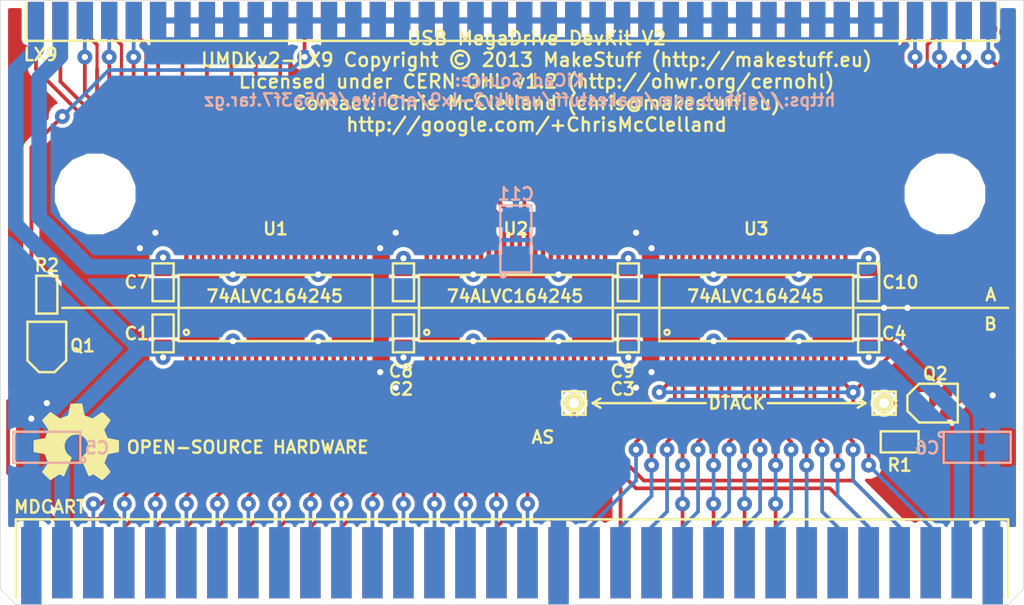
<source format=kicad_pcb>
(kicad_pcb (version 4) (host pcbnew 4.0.7)

  (general
    (links 208)
    (no_connects 0)
    (area 69.278379 102.742999 160.045401 152.654)
    (thickness 1.6002)
    (drawings 18)
    (tracks 779)
    (zones 0)
    (modules 26)
    (nets 97)
  )

  (page A4)
  (title_block
    (date "4 dec 2013")
  )

  (layers
    (0 Front signal)
    (31 Back signal)
    (32 B.Adhes user)
    (33 F.Adhes user)
    (34 B.Paste user)
    (35 F.Paste user)
    (36 B.SilkS user)
    (37 F.SilkS user)
    (38 B.Mask user)
    (39 F.Mask user)
    (40 Dwgs.User user)
    (41 Cmts.User user)
    (42 Eco1.User user)
    (43 Eco2.User user)
    (44 Edge.Cuts user)
  )

  (setup
    (last_trace_width 0.3048)
    (user_trace_width 0.254)
    (user_trace_width 0.3048)
    (user_trace_width 0.635)
    (user_trace_width 1.27)
    (trace_clearance 0.254)
    (zone_clearance 0.3048)
    (zone_45_only no)
    (trace_min 0.254)
    (segment_width 0.381)
    (edge_width 0.381)
    (via_size 1.2192)
    (via_drill 0.508)
    (via_min_size 1.2192)
    (via_min_drill 0.508)
    (uvia_size 1.2192)
    (uvia_drill 0.508)
    (uvias_allowed no)
    (uvia_min_size 1.2192)
    (uvia_min_drill 0.127)
    (pcb_text_width 0.3048)
    (pcb_text_size 1.524 2.032)
    (mod_edge_width 0.381)
    (mod_text_size 1.524 1.524)
    (mod_text_width 0.3048)
    (pad_size 1.524 1.524)
    (pad_drill 0.8128)
    (pad_to_mask_clearance 0.254)
    (aux_axis_origin 0 0)
    (visible_elements FFFFFF7F)
    (pcbplotparams
      (layerselection 0x00030_80000001)
      (usegerberextensions true)
      (excludeedgelayer false)
      (linewidth 0.150000)
      (plotframeref false)
      (viasonmask false)
      (mode 1)
      (useauxorigin false)
      (hpglpennumber 1)
      (hpglpenspeed 20)
      (hpglpendiameter 15)
      (hpglpenoverlay 0)
      (psnegative false)
      (psa4output false)
      (plotreference true)
      (plotvalue true)
      (plotinvisibletext false)
      (padsonsilk false)
      (subtractmaskfromsilk false)
      (outputformat 1)
      (mirror false)
      (drillshape 1)
      (scaleselection 1)
      (outputdirectory gerbers/))
  )

  (net 0 "")
  (net 1 +3.3V)
  (net 2 +5V)
  (net 3 /bufAS)
  (net 4 /bufAddr1)
  (net 5 /bufAddr10)
  (net 6 /bufAddr11)
  (net 7 /bufAddr12)
  (net 8 /bufAddr13)
  (net 9 /bufAddr14)
  (net 10 /bufAddr15)
  (net 11 /bufAddr16)
  (net 12 /bufAddr17)
  (net 13 /bufAddr18)
  (net 14 /bufAddr19)
  (net 15 /bufAddr2)
  (net 16 /bufAddr20)
  (net 17 /bufAddr21)
  (net 18 /bufAddr22)
  (net 19 /bufAddr23)
  (net 20 /bufAddr3)
  (net 21 /bufAddr4)
  (net 22 /bufAddr5)
  (net 23 /bufAddr6)
  (net 24 /bufAddr7)
  (net 25 /bufAddr8)
  (net 26 /bufAddr9)
  (net 27 /bufDTACK)
  (net 28 /bufData0)
  (net 29 /bufData1)
  (net 30 /bufData10)
  (net 31 /bufData11)
  (net 32 /bufData12)
  (net 33 /bufData13)
  (net 34 /bufData14)
  (net 35 /bufData15)
  (net 36 /bufData2)
  (net 37 /bufData3)
  (net 38 /bufData4)
  (net 39 /bufData5)
  (net 40 /bufData6)
  (net 41 /bufData7)
  (net 42 /bufData8)
  (net 43 /bufData9)
  (net 44 /bufLDSW)
  (net 45 /bufOE)
  (net 46 /bufReset)
  (net 47 /bufUDSW)
  (net 48 /mdAS)
  (net 49 /mdAddr1)
  (net 50 /mdAddr10)
  (net 51 /mdAddr11)
  (net 52 /mdAddr12)
  (net 53 /mdAddr13)
  (net 54 /mdAddr14)
  (net 55 /mdAddr15)
  (net 56 /mdAddr16)
  (net 57 /mdAddr17)
  (net 58 /mdAddr18)
  (net 59 /mdAddr19)
  (net 60 /mdAddr2)
  (net 61 /mdAddr20)
  (net 62 /mdAddr21)
  (net 63 /mdAddr22)
  (net 64 /mdAddr23)
  (net 65 /mdAddr3)
  (net 66 /mdAddr4)
  (net 67 /mdAddr5)
  (net 68 /mdAddr6)
  (net 69 /mdAddr7)
  (net 70 /mdAddr8)
  (net 71 /mdAddr9)
  (net 72 /mdDTACK)
  (net 73 /mdData0)
  (net 74 /mdData1)
  (net 75 /mdData10)
  (net 76 /mdData11)
  (net 77 /mdData12)
  (net 78 /mdData13)
  (net 79 /mdData14)
  (net 80 /mdData15)
  (net 81 /mdData2)
  (net 82 /mdData3)
  (net 83 /mdData4)
  (net 84 /mdData5)
  (net 85 /mdData6)
  (net 86 /mdData7)
  (net 87 /mdData8)
  (net 88 /mdData9)
  (net 89 /mdLDSW)
  (net 90 /mdOE)
  (net 91 /mdReset)
  (net 92 /mdUDSW)
  (net 93 GND)
  (net 94 N-000051)
  (net 95 N-000114)
  (net 96 N-000115)

  (net_class Default "This is the default net class."
    (clearance 0.254)
    (trace_width 0.3048)
    (via_dia 1.2192)
    (via_drill 0.508)
    (uvia_dia 1.2192)
    (uvia_drill 0.508)
    (add_net +3.3V)
    (add_net /bufAS)
    (add_net /bufAddr1)
    (add_net /bufAddr10)
    (add_net /bufAddr11)
    (add_net /bufAddr12)
    (add_net /bufAddr13)
    (add_net /bufAddr14)
    (add_net /bufAddr15)
    (add_net /bufAddr16)
    (add_net /bufAddr17)
    (add_net /bufAddr18)
    (add_net /bufAddr19)
    (add_net /bufAddr2)
    (add_net /bufAddr20)
    (add_net /bufAddr21)
    (add_net /bufAddr22)
    (add_net /bufAddr23)
    (add_net /bufAddr3)
    (add_net /bufAddr4)
    (add_net /bufAddr5)
    (add_net /bufAddr6)
    (add_net /bufAddr7)
    (add_net /bufAddr8)
    (add_net /bufAddr9)
    (add_net /bufDTACK)
    (add_net /bufData0)
    (add_net /bufData1)
    (add_net /bufData10)
    (add_net /bufData11)
    (add_net /bufData12)
    (add_net /bufData13)
    (add_net /bufData14)
    (add_net /bufData15)
    (add_net /bufData2)
    (add_net /bufData3)
    (add_net /bufData4)
    (add_net /bufData5)
    (add_net /bufData6)
    (add_net /bufData7)
    (add_net /bufData8)
    (add_net /bufData9)
    (add_net /bufLDSW)
    (add_net /bufOE)
    (add_net /bufReset)
    (add_net /bufUDSW)
    (add_net /mdAS)
    (add_net /mdAddr1)
    (add_net /mdAddr10)
    (add_net /mdAddr11)
    (add_net /mdAddr12)
    (add_net /mdAddr13)
    (add_net /mdAddr14)
    (add_net /mdAddr15)
    (add_net /mdAddr16)
    (add_net /mdAddr17)
    (add_net /mdAddr18)
    (add_net /mdAddr19)
    (add_net /mdAddr2)
    (add_net /mdAddr20)
    (add_net /mdAddr21)
    (add_net /mdAddr22)
    (add_net /mdAddr23)
    (add_net /mdAddr3)
    (add_net /mdAddr4)
    (add_net /mdAddr5)
    (add_net /mdAddr6)
    (add_net /mdAddr7)
    (add_net /mdAddr8)
    (add_net /mdAddr9)
    (add_net /mdDTACK)
    (add_net /mdData0)
    (add_net /mdData1)
    (add_net /mdData10)
    (add_net /mdData11)
    (add_net /mdData12)
    (add_net /mdData13)
    (add_net /mdData14)
    (add_net /mdData15)
    (add_net /mdData2)
    (add_net /mdData3)
    (add_net /mdData4)
    (add_net /mdData5)
    (add_net /mdData6)
    (add_net /mdData7)
    (add_net /mdData8)
    (add_net /mdData9)
    (add_net /mdLDSW)
    (add_net /mdOE)
    (add_net /mdReset)
    (add_net /mdUDSW)
    (add_net N-000051)
    (add_net N-000114)
    (add_net N-000115)
  )

  (net_class Power ""
    (clearance 0.254)
    (trace_width 1.27)
    (via_dia 1.2192)
    (via_drill 0.508)
    (uvia_dia 1.2192)
    (uvia_drill 0.508)
    (add_net +5V)
    (add_net GND)
  )

  (module MS-NPTH-6.00 (layer Front) (tedit 529A6FBA) (tstamp 529A6F09)
    (at 153.5684 118.745)
    (path /529A6ED3)
    (fp_text reference DRL1 (at 0 4.445) (layer F.SilkS) hide
      (effects (font (thickness 0.3048)))
    )
    (fp_text value MS-NPTH (at 0 -4.445) (layer F.SilkS) hide
      (effects (font (thickness 0.3048)))
    )
    (pad "" np_thru_hole circle (at 0 0) (size 5.99948 5.99948) (drill 5.99948) (layers *.Cu *.Mask F.SilkS))
  )

  (module MS-NPTH-6.00 (layer Front) (tedit 529A6FC2) (tstamp 529A6F0B)
    (at 83.9724 118.745)
    (path /529A6ED7)
    (fp_text reference DRL2 (at 0.1524 4.445) (layer F.SilkS) hide
      (effects (font (thickness 0.3048)))
    )
    (fp_text value MS-NPTH (at 0.1524 -4.445) (layer F.SilkS) hide
      (effects (font (thickness 0.3048)))
    )
    (pad "" np_thru_hole circle (at 0 0) (size 5.99948 5.99948) (drill 5.99948) (layers *.Cu *.Mask F.SilkS))
  )

  (module MS-0805 (layer Front) (tedit 529DDEDD) (tstamp 529B7384)
    (at 89.535 130.175 270)
    (path /529B732A)
    (attr smd)
    (fp_text reference C1 (at 0.0127 2.159 360) (layer F.SilkS)
      (effects (font (size 1.016 1.016) (thickness 0.2032)))
    )
    (fp_text value C (at 0 0 270) (layer F.SilkS) hide
      (effects (font (size 1.016 1.016) (thickness 0.2032)))
    )
    (fp_line (start -1.5494 -0.8636) (end 1.5494 -0.8636) (layer F.SilkS) (width 0.2032))
    (fp_line (start 1.5494 -0.8636) (end 1.5494 0.8636) (layer F.SilkS) (width 0.2032))
    (fp_line (start 1.5494 0.8636) (end -1.5494 0.8636) (layer F.SilkS) (width 0.2032))
    (fp_line (start -1.5494 0.8636) (end -1.5494 -0.8636) (layer F.SilkS) (width 0.2032))
    (pad 1 smd rect (at -0.9525 0 270) (size 0.889 1.397) (layers Front F.Paste F.Mask)
      (net 93 GND))
    (pad 2 smd rect (at 0.9525 0 270) (size 0.889 1.397) (layers Front F.Paste F.Mask)
      (net 2 +5V))
    (model smd/chip_cms.wrl
      (at (xyz 0 0 0))
      (scale (xyz 0.1 0.1 0.1))
      (rotate (xyz 0 0 0))
    )
  )

  (module MS-SIL1 (layer Front) (tedit 529E6D62) (tstamp 529B95DC)
    (at 123.19 135.89)
    (descr "Connecteurs 2 pins")
    (tags "CONN DEV")
    (path /529B9329)
    (fp_text reference P1 (at 0 0) (layer F.SilkS) hide
      (effects (font (size 1.016 1.016) (thickness 0.2032)))
    )
    (fp_text value DTACK (at 0 -1.905) (layer F.SilkS) hide
      (effects (font (size 1.00076 1.00076) (thickness 0.2032)))
    )
    (fp_line (start -0.9525 -0.9525) (end -0.9525 0.9525) (layer F.SilkS) (width 0.2032))
    (fp_line (start -0.9525 0.9525) (end 0.9525 0.9525) (layer F.SilkS) (width 0.2032))
    (fp_line (start 0.9525 0.9525) (end 0.9525 -0.9525) (layer F.SilkS) (width 0.2032))
    (fp_line (start 0.9525 -0.9525) (end -0.9525 -0.9525) (layer F.SilkS) (width 0.2032))
    (pad 1 thru_hole circle (at 0 0) (size 1.6002 1.6002) (drill 0.8128) (layers *.Cu *.Mask F.SilkS)
      (net 72 /mdDTACK))
  )

  (module MS-EDGE80%2f2.00 (layer Front) (tedit 529E75AC) (tstamp 529BD425)
    (at 79.121 104.521)
    (path /529C828C)
    (fp_text reference CONN2 (at -7.00024 1.00076) (layer F.SilkS) hide
      (effects (font (size 1.016 1.016) (thickness 0.2032)))
    )
    (fp_text value LX9 (at 0.381 2.794) (layer F.SilkS)
      (effects (font (size 1.016 1.016) (thickness 0.2032)))
    )
    (fp_line (start -0.8382 -1.4224) (end -0.8382 1.6764) (layer F.SilkS) (width 0.2032))
    (fp_line (start -0.8382 1.6764) (end 78.8162 1.6764) (layer F.SilkS) (width 0.2032))
    (fp_line (start 78.8162 1.6764) (end 78.8162 -1.4224) (layer F.SilkS) (width 0.2032))
    (pad 1 connect rect (at 0 0) (size 1.3335 3.048) (layers Front F.Mask)
      (net 25 /bufAddr8))
    (pad 2 connect rect (at 0 0) (size 1.3335 3.048) (layers Back B.Mask)
      (net 2 +5V))
    (pad 3 connect rect (at 1.99898 0) (size 1.3335 3.048) (layers Front F.Mask)
      (net 6 /bufAddr11))
    (pad 4 connect rect (at 1.99898 0) (size 1.3335 3.048) (layers Back B.Mask)
      (net 1 +3.3V))
    (pad 5 connect rect (at 4.0005 0) (size 1.3335 3.048) (layers Front F.Mask)
      (net 24 /bufAddr7))
    (pad 6 connect rect (at 4.0005 0) (size 1.3335 3.048) (layers Back B.Mask)
      (net 26 /bufAddr9))
    (pad 7 connect rect (at 5.99948 0) (size 1.3335 3.048) (layers Front F.Mask)
      (net 7 /bufAddr12))
    (pad 8 connect rect (at 5.99948 0) (size 1.3335 3.048) (layers Back B.Mask)
      (net 5 /bufAddr10))
    (pad 9 connect rect (at 8.001 0) (size 1.3335 3.048) (layers Front F.Mask)
      (net 23 /bufAddr6))
    (pad 10 connect rect (at 8.001 0) (size 1.3335 3.048) (layers Back B.Mask)
      (net 13 /bufAddr18))
    (pad 11 connect rect (at 9.99998 0) (size 1.3335 3.048) (layers Front F.Mask)
      (net 14 /bufAddr19))
    (pad 12 connect rect (at 9.99998 0) (size 1.3335 3.048) (layers Back B.Mask)
      (net 93 GND))
    (pad 13 connect rect (at 11.99896 0) (size 1.3335 3.048) (layers Front F.Mask)
      (net 8 /bufAddr13))
    (pad 14 connect rect (at 11.99896 0) (size 1.3335 3.048) (layers Back B.Mask)
      (net 93 GND))
    (pad 15 connect rect (at 14.00048 0) (size 1.3335 3.048) (layers Front F.Mask)
      (net 16 /bufAddr20))
    (pad 16 connect rect (at 14.00048 0) (size 1.3335 3.048) (layers Back B.Mask)
      (net 93 GND))
    (pad 17 connect rect (at 15.99946 0) (size 1.3335 3.048) (layers Front F.Mask)
      (net 22 /bufAddr5))
    (pad 18 connect rect (at 15.99946 0) (size 1.3335 3.048) (layers Back B.Mask)
      (net 93 GND))
    (pad 19 connect rect (at 18.00098 0) (size 1.3335 3.048) (layers Front F.Mask)
      (net 17 /bufAddr21))
    (pad 20 connect rect (at 18.00098 0) (size 1.3335 3.048) (layers Back B.Mask)
      (net 93 GND))
    (pad 21 connect rect (at 19.99996 0) (size 1.3335 3.048) (layers Front F.Mask)
      (net 9 /bufAddr14))
    (pad 22 connect rect (at 19.99996 0) (size 1.3335 3.048) (layers Back B.Mask)
      (net 93 GND))
    (pad 23 connect rect (at 21.99894 0) (size 1.3335 3.048) (layers Front F.Mask)
      (net 46 /bufReset))
    (pad 24 connect rect (at 21.99894 0) (size 1.3335 3.048) (layers Back B.Mask)
      (net 93 GND))
    (pad 25 connect rect (at 24.00046 0) (size 1.3335 3.048) (layers Front F.Mask)
      (net 18 /bufAddr22))
    (pad 26 connect rect (at 24.00046 0) (size 1.3335 3.048) (layers Back B.Mask)
      (net 93 GND))
    (pad 27 connect rect (at 25.99944 0) (size 1.3335 3.048) (layers Front F.Mask)
      (net 21 /bufAddr4))
    (pad 28 connect rect (at 25.99944 0) (size 1.3335 3.048) (layers Back B.Mask)
      (net 93 GND))
    (pad 29 connect rect (at 28.00096 0) (size 1.3335 3.048) (layers Front F.Mask)
      (net 19 /bufAddr23))
    (pad 30 connect rect (at 28.00096 0) (size 1.3335 3.048) (layers Back B.Mask)
      (net 93 GND))
    (pad 31 connect rect (at 29.99994 0) (size 1.3335 3.048) (layers Front F.Mask)
      (net 10 /bufAddr15))
    (pad 32 connect rect (at 29.99994 0) (size 1.3335 3.048) (layers Back B.Mask)
      (net 93 GND))
    (pad 33 connect rect (at 31.99892 0) (size 1.3335 3.048) (layers Front F.Mask)
      (net 20 /bufAddr3))
    (pad 34 connect rect (at 31.99892 0) (size 1.3335 3.048) (layers Back B.Mask)
      (net 93 GND))
    (pad 35 connect rect (at 34.00044 0) (size 1.3335 3.048) (layers Front F.Mask)
      (net 11 /bufAddr16))
    (pad 36 connect rect (at 34.00044 0) (size 1.3335 3.048) (layers Back B.Mask)
      (net 93 GND))
    (pad 37 connect rect (at 35.99942 0) (size 1.3335 3.048) (layers Front F.Mask)
      (net 15 /bufAddr2))
    (pad 38 connect rect (at 35.99942 0) (size 1.3335 3.048) (layers Back B.Mask)
      (net 93 GND))
    (pad 39 connect rect (at 38.00094 0) (size 1.3335 3.048) (layers Front F.Mask)
      (net 12 /bufAddr17))
    (pad 40 connect rect (at 38.00094 0) (size 1.3335 3.048) (layers Back B.Mask)
      (net 93 GND))
    (pad 41 connect rect (at 39.99992 0) (size 1.3335 3.048) (layers Front F.Mask)
      (net 45 /bufOE))
    (pad 42 connect rect (at 39.99992 0) (size 1.3335 3.048) (layers Back B.Mask)
      (net 93 GND))
    (pad 43 connect rect (at 41.9989 0) (size 1.3335 3.048) (layers Front F.Mask)
      (net 4 /bufAddr1))
    (pad 44 connect rect (at 41.9989 0) (size 1.3335 3.048) (layers Back B.Mask)
      (net 93 GND))
    (pad 45 connect rect (at 44.00042 0) (size 1.3335 3.048) (layers Front F.Mask)
      (net 3 /bufAS))
    (pad 46 connect rect (at 44.00042 0) (size 1.3335 3.048) (layers Back B.Mask)
      (net 93 GND))
    (pad 47 connect rect (at 45.9994 0) (size 1.3335 3.048) (layers Front F.Mask)
      (net 44 /bufLDSW))
    (pad 48 connect rect (at 45.9994 0) (size 1.3335 3.048) (layers Back B.Mask)
      (net 93 GND))
    (pad 49 connect rect (at 48.00092 0) (size 1.3335 3.048) (layers Front F.Mask)
      (net 47 /bufUDSW))
    (pad 50 connect rect (at 48.00092 0) (size 1.3335 3.048) (layers Back B.Mask)
      (net 93 GND))
    (pad 51 connect rect (at 49.9999 0) (size 1.3335 3.048) (layers Front F.Mask)
      (net 41 /bufData7))
    (pad 52 connect rect (at 49.9999 0) (size 1.3335 3.048) (layers Back B.Mask)
      (net 93 GND))
    (pad 53 connect rect (at 51.99888 0) (size 1.3335 3.048) (layers Front F.Mask)
      (net 28 /bufData0))
    (pad 54 connect rect (at 51.99888 0) (size 1.3335 3.048) (layers Back B.Mask)
      (net 93 GND))
    (pad 55 connect rect (at 54.0004 0) (size 1.3335 3.048) (layers Front F.Mask)
      (net 42 /bufData8))
    (pad 56 connect rect (at 54.0004 0) (size 1.3335 3.048) (layers Back B.Mask)
      (net 93 GND))
    (pad 57 connect rect (at 55.99938 0) (size 1.3335 3.048) (layers Front F.Mask)
      (net 35 /bufData15))
    (pad 58 connect rect (at 55.99938 0) (size 1.3335 3.048) (layers Back B.Mask)
      (net 93 GND))
    (pad 59 connect rect (at 58.0009 0) (size 1.3335 3.048) (layers Front F.Mask)
      (net 40 /bufData6))
    (pad 60 connect rect (at 58.0009 0) (size 1.3335 3.048) (layers Back B.Mask)
      (net 93 GND))
    (pad 61 connect rect (at 59.99988 0) (size 1.3335 3.048) (layers Front F.Mask)
      (net 34 /bufData14))
    (pad 62 connect rect (at 59.99988 0) (size 1.3335 3.048) (layers Back B.Mask)
      (net 93 GND))
    (pad 63 connect rect (at 61.99886 0) (size 1.3335 3.048) (layers Front F.Mask)
      (net 29 /bufData1))
    (pad 64 connect rect (at 61.99886 0) (size 1.3335 3.048) (layers Back B.Mask)
      (net 93 GND))
    (pad 65 connect rect (at 64.00038 0) (size 1.3335 3.048) (layers Front F.Mask)
      (net 33 /bufData13))
    (pad 66 connect rect (at 64.00038 0) (size 1.3335 3.048) (layers Back B.Mask)
      (net 93 GND))
    (pad 67 connect rect (at 65.99936 0) (size 1.3335 3.048) (layers Front F.Mask)
      (net 43 /bufData9))
    (pad 68 connect rect (at 65.99936 0) (size 1.3335 3.048) (layers Back B.Mask)
      (net 93 GND))
    (pad 69 connect rect (at 68.00088 0) (size 1.3335 3.048) (layers Front F.Mask)
      (net 32 /bufData12))
    (pad 70 connect rect (at 68.00088 0) (size 1.3335 3.048) (layers Back B.Mask)
      (net 93 GND))
    (pad 71 connect rect (at 69.99986 0) (size 1.3335 3.048) (layers Front F.Mask)
      (net 39 /bufData5))
    (pad 72 connect rect (at 69.99986 0) (size 1.3335 3.048) (layers Back B.Mask)
      (net 93 GND))
    (pad 73 connect rect (at 71.99884 0) (size 1.3335 3.048) (layers Front F.Mask)
      (net 36 /bufData2))
    (pad 74 connect rect (at 71.99884 0) (size 1.3335 3.048) (layers Back B.Mask)
      (net 30 /bufData10))
    (pad 75 connect rect (at 74.00036 0) (size 1.3335 3.048) (layers Front F.Mask)
      (net 38 /bufData4))
    (pad 76 connect rect (at 74.00036 0) (size 1.3335 3.048) (layers Back B.Mask)
      (net 37 /bufData3))
    (pad 77 connect rect (at 75.99934 0) (size 1.3335 3.048) (layers Front F.Mask))
    (pad 78 connect rect (at 75.99934 0) (size 1.3335 3.048) (layers Back B.Mask)
      (net 31 /bufData11))
    (pad 79 connect rect (at 78.00086 0) (size 1.3335 3.048) (layers Front F.Mask)
      (net 27 /bufDTACK))
    (pad 80 connect rect (at 78.00086 0) (size 1.3335 3.048) (layers Back B.Mask)
      (net 94 N-000051))
  )

  (module MS-0805 (layer Front) (tedit 529DDEEF) (tstamp 529CCF2A)
    (at 109.22 130.175 270)
    (path /529CCCD6)
    (attr smd)
    (fp_text reference C2 (at 4.5593 0.2032 360) (layer F.SilkS)
      (effects (font (size 1.016 1.016) (thickness 0.2032)))
    )
    (fp_text value C (at 0 0 270) (layer F.SilkS) hide
      (effects (font (size 1.016 1.016) (thickness 0.2032)))
    )
    (fp_line (start -1.5494 -0.8636) (end 1.5494 -0.8636) (layer F.SilkS) (width 0.2032))
    (fp_line (start 1.5494 -0.8636) (end 1.5494 0.8636) (layer F.SilkS) (width 0.2032))
    (fp_line (start 1.5494 0.8636) (end -1.5494 0.8636) (layer F.SilkS) (width 0.2032))
    (fp_line (start -1.5494 0.8636) (end -1.5494 -0.8636) (layer F.SilkS) (width 0.2032))
    (pad 1 smd rect (at -0.9525 0 270) (size 0.889 1.397) (layers Front F.Paste F.Mask)
      (net 93 GND))
    (pad 2 smd rect (at 0.9525 0 270) (size 0.889 1.397) (layers Front F.Paste F.Mask)
      (net 2 +5V))
    (model smd/chip_cms.wrl
      (at (xyz 0 0 0))
      (scale (xyz 0.1 0.1 0.1))
      (rotate (xyz 0 0 0))
    )
  )

  (module MS-0805 (layer Front) (tedit 529DDF00) (tstamp 529CCF2C)
    (at 127.635 130.175 270)
    (path /529CCCF1)
    (attr smd)
    (fp_text reference C3 (at 4.5593 0.4572 360) (layer F.SilkS)
      (effects (font (size 1.016 1.016) (thickness 0.2032)))
    )
    (fp_text value C (at 0 0 270) (layer F.SilkS) hide
      (effects (font (size 1.016 1.016) (thickness 0.2032)))
    )
    (fp_line (start -1.5494 -0.8636) (end 1.5494 -0.8636) (layer F.SilkS) (width 0.2032))
    (fp_line (start 1.5494 -0.8636) (end 1.5494 0.8636) (layer F.SilkS) (width 0.2032))
    (fp_line (start 1.5494 0.8636) (end -1.5494 0.8636) (layer F.SilkS) (width 0.2032))
    (fp_line (start -1.5494 0.8636) (end -1.5494 -0.8636) (layer F.SilkS) (width 0.2032))
    (pad 1 smd rect (at -0.9525 0 270) (size 0.889 1.397) (layers Front F.Paste F.Mask)
      (net 93 GND))
    (pad 2 smd rect (at 0.9525 0 270) (size 0.889 1.397) (layers Front F.Paste F.Mask)
      (net 2 +5V))
    (model smd/chip_cms.wrl
      (at (xyz 0 0 0))
      (scale (xyz 0.1 0.1 0.1))
      (rotate (xyz 0 0 0))
    )
  )

  (module MS-0805 (layer Front) (tedit 529DDF6F) (tstamp 529CCF2E)
    (at 147.32 130.175 270)
    (path /529CCCF5)
    (attr smd)
    (fp_text reference C4 (at 0 -2.0955 360) (layer F.SilkS)
      (effects (font (size 1.016 1.016) (thickness 0.2032)))
    )
    (fp_text value C (at 0 0 270) (layer F.SilkS) hide
      (effects (font (size 1.016 1.016) (thickness 0.2032)))
    )
    (fp_line (start -1.5494 -0.8636) (end 1.5494 -0.8636) (layer F.SilkS) (width 0.2032))
    (fp_line (start 1.5494 -0.8636) (end 1.5494 0.8636) (layer F.SilkS) (width 0.2032))
    (fp_line (start 1.5494 0.8636) (end -1.5494 0.8636) (layer F.SilkS) (width 0.2032))
    (fp_line (start -1.5494 0.8636) (end -1.5494 -0.8636) (layer F.SilkS) (width 0.2032))
    (pad 1 smd rect (at -0.9525 0 270) (size 0.889 1.397) (layers Front F.Paste F.Mask)
      (net 93 GND))
    (pad 2 smd rect (at 0.9525 0 270) (size 0.889 1.397) (layers Front F.Paste F.Mask)
      (net 2 +5V))
    (model smd/chip_cms.wrl
      (at (xyz 0 0 0))
      (scale (xyz 0.1 0.1 0.1))
      (rotate (xyz 0 0 0))
    )
  )

  (module MS-C3528%2fT (layer Back) (tedit 529D028A) (tstamp 529CD20E)
    (at 80.01 139.5095 180)
    (descr "SMD CHIP TANT")
    (tags "SMD CHIP TANT")
    (path /529CD1A3)
    (attr smd)
    (fp_text reference C5 (at -4.11226 -0.0508 180) (layer B.SilkS)
      (effects (font (size 1.016 1.016) (thickness 0.2032)) (justify mirror))
    )
    (fp_text value CP1 (at -0.11176 -0.0508 270) (layer B.SilkS) hide
      (effects (font (size 1.016 1.016) (thickness 0.2032)) (justify mirror))
    )
    (fp_line (start -2.7432 1.27) (end 2.7432 1.27) (layer B.SilkS) (width 0.2032))
    (fp_line (start 2.7432 1.27) (end 2.7432 -1.27) (layer B.SilkS) (width 0.2032))
    (fp_line (start 2.7432 -1.27) (end -2.7432 -1.27) (layer B.SilkS) (width 0.2032))
    (fp_line (start -2.7432 -1.27) (end -2.7432 1.27) (layer B.SilkS) (width 0.2032))
    (fp_circle (center -2.9464 -1.05156) (end -2.9464 -0.84836) (layer B.SilkS) (width 0.2032))
    (pad 1 smd rect (at -1.5875 0.00254) (size 1.99898 2.19964) (layers Back B.Paste B.Mask)
      (net 2 +5V))
    (pad 2 smd rect (at 1.5875 0.00254) (size 1.99898 2.19964) (layers Back B.Paste B.Mask)
      (net 93 GND))
  )

  (module MS-C3528%2fT (layer Back) (tedit 529D0276) (tstamp 529CD210)
    (at 156.21 139.5095)
    (descr "SMD CHIP TANT")
    (tags "SMD CHIP TANT")
    (path /529CD1A9)
    (attr smd)
    (fp_text reference C6 (at -4.08686 0.0508) (layer B.SilkS)
      (effects (font (size 1.016 1.016) (thickness 0.2032)) (justify mirror))
    )
    (fp_text value CP1 (at -0.0889 0.0508 90) (layer B.SilkS) hide
      (effects (font (size 1.016 1.016) (thickness 0.2032)) (justify mirror))
    )
    (fp_line (start -2.7432 1.27) (end 2.7432 1.27) (layer B.SilkS) (width 0.2032))
    (fp_line (start 2.7432 1.27) (end 2.7432 -1.27) (layer B.SilkS) (width 0.2032))
    (fp_line (start 2.7432 -1.27) (end -2.7432 -1.27) (layer B.SilkS) (width 0.2032))
    (fp_line (start -2.7432 -1.27) (end -2.7432 1.27) (layer B.SilkS) (width 0.2032))
    (fp_circle (center -2.9464 -1.05156) (end -2.9464 -0.84836) (layer B.SilkS) (width 0.2032))
    (pad 1 smd rect (at -1.5875 0.00254 180) (size 1.99898 2.19964) (layers Back B.Paste B.Mask)
      (net 2 +5V))
    (pad 2 smd rect (at 1.5875 0.00254 180) (size 1.99898 2.19964) (layers Back B.Paste B.Mask)
      (net 93 GND))
  )

  (module MS-0805 (layer Front) (tedit 529DDED1) (tstamp 529CF87C)
    (at 89.535 125.984 90)
    (path /529CF777)
    (attr smd)
    (fp_text reference C7 (at 0.0127 -2.159 180) (layer F.SilkS)
      (effects (font (size 1.016 1.016) (thickness 0.2032)))
    )
    (fp_text value C (at 0 0 90) (layer F.SilkS) hide
      (effects (font (size 1.016 1.016) (thickness 0.2032)))
    )
    (fp_line (start -1.5494 -0.8636) (end 1.5494 -0.8636) (layer F.SilkS) (width 0.2032))
    (fp_line (start 1.5494 -0.8636) (end 1.5494 0.8636) (layer F.SilkS) (width 0.2032))
    (fp_line (start 1.5494 0.8636) (end -1.5494 0.8636) (layer F.SilkS) (width 0.2032))
    (fp_line (start -1.5494 0.8636) (end -1.5494 -0.8636) (layer F.SilkS) (width 0.2032))
    (pad 1 smd rect (at -0.9525 0 90) (size 0.889 1.397) (layers Front F.Paste F.Mask)
      (net 93 GND))
    (pad 2 smd rect (at 0.9525 0 90) (size 0.889 1.397) (layers Front F.Paste F.Mask)
      (net 1 +3.3V))
    (model smd/chip_cms.wrl
      (at (xyz 0 0 0))
      (scale (xyz 0.1 0.1 0.1))
      (rotate (xyz 0 0 0))
    )
  )

  (module MS-0805 (layer Front) (tedit 529DDEE7) (tstamp 529CF87E)
    (at 109.22 125.984 90)
    (path /529CF788)
    (attr smd)
    (fp_text reference C8 (at -7.2771 -0.2032 180) (layer F.SilkS)
      (effects (font (size 1.016 1.016) (thickness 0.2032)))
    )
    (fp_text value C (at 0 0 90) (layer F.SilkS) hide
      (effects (font (size 1.016 1.016) (thickness 0.2032)))
    )
    (fp_line (start -1.5494 -0.8636) (end 1.5494 -0.8636) (layer F.SilkS) (width 0.2032))
    (fp_line (start 1.5494 -0.8636) (end 1.5494 0.8636) (layer F.SilkS) (width 0.2032))
    (fp_line (start 1.5494 0.8636) (end -1.5494 0.8636) (layer F.SilkS) (width 0.2032))
    (fp_line (start -1.5494 0.8636) (end -1.5494 -0.8636) (layer F.SilkS) (width 0.2032))
    (pad 1 smd rect (at -0.9525 0 90) (size 0.889 1.397) (layers Front F.Paste F.Mask)
      (net 93 GND))
    (pad 2 smd rect (at 0.9525 0 90) (size 0.889 1.397) (layers Front F.Paste F.Mask)
      (net 1 +3.3V))
    (model smd/chip_cms.wrl
      (at (xyz 0 0 0))
      (scale (xyz 0.1 0.1 0.1))
      (rotate (xyz 0 0 0))
    )
  )

  (module MS-0805 (layer Front) (tedit 529DDEF9) (tstamp 529CF880)
    (at 127.635 125.984 90)
    (path /529CF78C)
    (attr smd)
    (fp_text reference C9 (at -7.2771 -0.4572 180) (layer F.SilkS)
      (effects (font (size 1.016 1.016) (thickness 0.2032)))
    )
    (fp_text value C (at 0 0 90) (layer F.SilkS) hide
      (effects (font (size 1.016 1.016) (thickness 0.2032)))
    )
    (fp_line (start -1.5494 -0.8636) (end 1.5494 -0.8636) (layer F.SilkS) (width 0.2032))
    (fp_line (start 1.5494 -0.8636) (end 1.5494 0.8636) (layer F.SilkS) (width 0.2032))
    (fp_line (start 1.5494 0.8636) (end -1.5494 0.8636) (layer F.SilkS) (width 0.2032))
    (fp_line (start -1.5494 0.8636) (end -1.5494 -0.8636) (layer F.SilkS) (width 0.2032))
    (pad 1 smd rect (at -0.9525 0 90) (size 0.889 1.397) (layers Front F.Paste F.Mask)
      (net 93 GND))
    (pad 2 smd rect (at 0.9525 0 90) (size 0.889 1.397) (layers Front F.Paste F.Mask)
      (net 1 +3.3V))
    (model smd/chip_cms.wrl
      (at (xyz 0 0 0))
      (scale (xyz 0.1 0.1 0.1))
      (rotate (xyz 0 0 0))
    )
  )

  (module MS-0805 (layer Front) (tedit 529DDF65) (tstamp 529CF882)
    (at 147.32 125.984 90)
    (path /529CF791)
    (attr smd)
    (fp_text reference C10 (at 0 2.6035 180) (layer F.SilkS)
      (effects (font (size 1.016 1.016) (thickness 0.2032)))
    )
    (fp_text value C (at 0 0 90) (layer F.SilkS) hide
      (effects (font (size 1.016 1.016) (thickness 0.2032)))
    )
    (fp_line (start -1.5494 -0.8636) (end 1.5494 -0.8636) (layer F.SilkS) (width 0.2032))
    (fp_line (start 1.5494 -0.8636) (end 1.5494 0.8636) (layer F.SilkS) (width 0.2032))
    (fp_line (start 1.5494 0.8636) (end -1.5494 0.8636) (layer F.SilkS) (width 0.2032))
    (fp_line (start -1.5494 0.8636) (end -1.5494 -0.8636) (layer F.SilkS) (width 0.2032))
    (pad 1 smd rect (at -0.9525 0 90) (size 0.889 1.397) (layers Front F.Paste F.Mask)
      (net 93 GND))
    (pad 2 smd rect (at 0.9525 0 90) (size 0.889 1.397) (layers Front F.Paste F.Mask)
      (net 1 +3.3V))
    (model smd/chip_cms.wrl
      (at (xyz 0 0 0))
      (scale (xyz 0.1 0.1 0.1))
      (rotate (xyz 0 0 0))
    )
  )

  (module MS-C3528%2fT (layer Back) (tedit 529DC6B3) (tstamp 529DC578)
    (at 118.4275 122.428 90)
    (descr "SMD CHIP TANT")
    (tags "SMD CHIP TANT")
    (path /529DC516)
    (attr smd)
    (fp_text reference C11 (at 3.683 0 180) (layer B.SilkS)
      (effects (font (size 1.016 1.016) (thickness 0.2032)) (justify mirror))
    )
    (fp_text value CP1 (at -0.127 0 180) (layer B.SilkS) hide
      (effects (font (size 1.016 1.016) (thickness 0.2032)) (justify mirror))
    )
    (fp_line (start -2.7432 1.27) (end 2.7432 1.27) (layer B.SilkS) (width 0.2032))
    (fp_line (start 2.7432 1.27) (end 2.7432 -1.27) (layer B.SilkS) (width 0.2032))
    (fp_line (start 2.7432 -1.27) (end -2.7432 -1.27) (layer B.SilkS) (width 0.2032))
    (fp_line (start -2.7432 -1.27) (end -2.7432 1.27) (layer B.SilkS) (width 0.2032))
    (fp_circle (center -2.9464 -1.05156) (end -2.9464 -0.84836) (layer B.SilkS) (width 0.2032))
    (pad 1 smd rect (at -1.5875 0.00254 270) (size 1.99898 2.19964) (layers Back B.Paste B.Mask)
      (net 1 +3.3V))
    (pad 2 smd rect (at 1.5875 0.00254 270) (size 1.99898 2.19964) (layers Back B.Paste B.Mask)
      (net 93 GND))
  )

  (module MS-0805 (layer Front) (tedit 529DDF7D) (tstamp 529DDC69)
    (at 149.86 139.065)
    (path /529DDC27)
    (attr smd)
    (fp_text reference R1 (at 0 1.905) (layer F.SilkS)
      (effects (font (size 1.016 1.016) (thickness 0.2032)))
    )
    (fp_text value R (at 0 0) (layer F.SilkS) hide
      (effects (font (size 1.016 1.016) (thickness 0.2032)))
    )
    (fp_line (start -1.5494 -0.8636) (end 1.5494 -0.8636) (layer F.SilkS) (width 0.2032))
    (fp_line (start 1.5494 -0.8636) (end 1.5494 0.8636) (layer F.SilkS) (width 0.2032))
    (fp_line (start 1.5494 0.8636) (end -1.5494 0.8636) (layer F.SilkS) (width 0.2032))
    (fp_line (start -1.5494 0.8636) (end -1.5494 -0.8636) (layer F.SilkS) (width 0.2032))
    (pad 1 smd rect (at -0.9525 0) (size 0.889 1.397) (layers Front F.Paste F.Mask)
      (net 94 N-000051))
    (pad 2 smd rect (at 0.9525 0) (size 0.889 1.397) (layers Front F.Paste F.Mask)
      (net 93 GND))
    (model smd/chip_cms.wrl
      (at (xyz 0 0 0))
      (scale (xyz 0.1 0.1 0.1))
      (rotate (xyz 0 0 0))
    )
  )

  (module MS-OSHW-7MM (layer Front) (tedit 529DEC1F) (tstamp 529DEC0B)
    (at 82.423 139.065)
    (path MS-OSHW-7MM)
    (fp_text reference "OPEN-SOURCE HARDWARE" (at 14.0335 0.4445) (layer F.SilkS)
      (effects (font (size 1.00076 1.00076) (thickness 0.2032)))
    )
    (fp_text value OSHW (at 0 0) (layer F.SilkS) hide
      (effects (font (size 0.3175 0.3175) (thickness 0.0635)))
    )
    (fp_poly (pts (xy -2.1209 3.14452) (xy -2.08534 3.1242) (xy -2.00152 3.0734) (xy -1.88468 2.9972)
      (xy -1.74752 2.90322) (xy -1.60782 2.80924) (xy -1.49606 2.73304) (xy -1.41478 2.68224)
      (xy -1.38176 2.66446) (xy -1.36398 2.66954) (xy -1.29794 2.70256) (xy -1.20142 2.75082)
      (xy -1.14808 2.7813) (xy -1.05918 2.8194) (xy -1.016 2.82702) (xy -1.00838 2.81432)
      (xy -0.97536 2.74574) (xy -0.92456 2.63144) (xy -0.85852 2.48158) (xy -0.78486 2.30378)
      (xy -0.70358 2.11074) (xy -0.6223 1.91516) (xy -0.54356 1.72974) (xy -0.47498 1.5621)
      (xy -0.42164 1.42494) (xy -0.38354 1.33096) (xy -0.37084 1.29032) (xy -0.37592 1.2827)
      (xy -0.4191 1.23952) (xy -0.4953 1.1811) (xy -0.6604 1.04648) (xy -0.8255 0.84328)
      (xy -0.92456 0.61214) (xy -0.95758 0.35306) (xy -0.92964 0.1143) (xy -0.83566 -0.1143)
      (xy -0.67564 -0.32004) (xy -0.4826 -0.47244) (xy -0.254 -0.5715) (xy 0 -0.60198)
      (xy 0.24384 -0.57404) (xy 0.47752 -0.4826) (xy 0.68326 -0.32512) (xy 0.77216 -0.22352)
      (xy 0.89154 -0.01524) (xy 0.96012 0.20828) (xy 0.96774 0.26416) (xy 0.95758 0.51054)
      (xy 0.88392 0.74676) (xy 0.75438 0.95758) (xy 0.57404 1.1303) (xy 0.55118 1.14554)
      (xy 0.46736 1.20904) (xy 0.41148 1.25222) (xy 0.3683 1.28778) (xy 0.68072 2.03962)
      (xy 0.73152 2.16154) (xy 0.81788 2.36728) (xy 0.89408 2.54508) (xy 0.9525 2.68478)
      (xy 0.99568 2.77876) (xy 1.01346 2.81686) (xy 1.016 2.8194) (xy 1.04394 2.82448)
      (xy 1.09982 2.80416) (xy 1.2065 2.75336) (xy 1.27508 2.7178) (xy 1.35636 2.67716)
      (xy 1.39192 2.66446) (xy 1.4224 2.6797) (xy 1.4986 2.7305) (xy 1.61036 2.80416)
      (xy 1.74498 2.8956) (xy 1.87452 2.9845) (xy 1.99136 3.0607) (xy 2.07772 3.11658)
      (xy 2.11836 3.13944) (xy 2.12598 3.13944) (xy 2.16408 3.11912) (xy 2.23012 3.0607)
      (xy 2.33426 2.96418) (xy 2.47904 2.82194) (xy 2.5019 2.79908) (xy 2.62128 2.67716)
      (xy 2.7178 2.57556) (xy 2.7813 2.50444) (xy 2.8067 2.47142) (xy 2.8067 2.47142)
      (xy 2.78384 2.43078) (xy 2.7305 2.34442) (xy 2.65176 2.22504) (xy 2.55524 2.08534)
      (xy 2.30632 1.72212) (xy 2.44348 1.37922) (xy 2.48666 1.27508) (xy 2.54 1.14808)
      (xy 2.5781 1.05664) (xy 2.59842 1.01854) (xy 2.63652 1.0033) (xy 2.7305 0.98298)
      (xy 2.86512 0.95504) (xy 3.02768 0.92456) (xy 3.18262 0.89408) (xy 3.32232 0.86868)
      (xy 3.42138 0.84836) (xy 3.4671 0.84074) (xy 3.47726 0.83312) (xy 3.48742 0.8128)
      (xy 3.4925 0.76454) (xy 3.49758 0.68072) (xy 3.49758 0.5461) (xy 3.49758 0.35306)
      (xy 3.49758 0.33274) (xy 3.49758 0.14732) (xy 3.4925 0.00254) (xy 3.48742 -0.09398)
      (xy 3.48234 -0.13208) (xy 3.48234 -0.13208) (xy 3.43916 -0.14224) (xy 3.3401 -0.16256)
      (xy 3.2004 -0.1905) (xy 3.0353 -0.22098) (xy 3.02514 -0.22352) (xy 2.8575 -0.25654)
      (xy 2.72034 -0.28448) (xy 2.62382 -0.30734) (xy 2.58064 -0.32004) (xy 2.57302 -0.3302)
      (xy 2.54 -0.39624) (xy 2.49174 -0.49784) (xy 2.4384 -0.62484) (xy 2.38252 -0.75438)
      (xy 2.3368 -0.87122) (xy 2.30632 -0.95758) (xy 2.29616 -0.99822) (xy 2.29616 -0.99822)
      (xy 2.32156 -1.03886) (xy 2.37744 -1.12268) (xy 2.45872 -1.24206) (xy 2.55524 -1.3843)
      (xy 2.56286 -1.39446) (xy 2.65684 -1.53416) (xy 2.73558 -1.65354) (xy 2.78638 -1.73736)
      (xy 2.8067 -1.77546) (xy 2.80416 -1.778) (xy 2.77368 -1.81864) (xy 2.70256 -1.89992)
      (xy 2.60096 -2.0066) (xy 2.4765 -2.12852) (xy 2.4384 -2.16662) (xy 2.30378 -2.30124)
      (xy 2.20726 -2.3876) (xy 2.14884 -2.43332) (xy 2.1209 -2.44348) (xy 2.1209 -2.44348)
      (xy 2.07772 -2.41808) (xy 1.98882 -2.35966) (xy 1.86944 -2.27838) (xy 1.7272 -2.18186)
      (xy 1.71704 -2.17678) (xy 1.57734 -2.08026) (xy 1.4605 -2.00152) (xy 1.37922 -1.94564)
      (xy 1.34366 -1.92532) (xy 1.33604 -1.92532) (xy 1.28016 -1.94056) (xy 1.1811 -1.97612)
      (xy 1.05664 -2.02438) (xy 0.9271 -2.07518) (xy 0.81026 -2.12598) (xy 0.72136 -2.16662)
      (xy 0.68072 -2.18948) (xy 0.67818 -2.19202) (xy 0.66548 -2.24282) (xy 0.64008 -2.34696)
      (xy 0.6096 -2.49174) (xy 0.57912 -2.66192) (xy 0.57404 -2.68986) (xy 0.54102 -2.85496)
      (xy 0.51562 -2.99466) (xy 0.4953 -3.08864) (xy 0.48514 -3.12928) (xy 0.46228 -3.13436)
      (xy 0.381 -3.13944) (xy 0.25654 -3.14198) (xy 0.10414 -3.14452) (xy -0.05334 -3.14452)
      (xy -0.20828 -3.13944) (xy -0.34036 -3.13436) (xy -0.43434 -3.12928) (xy -0.47244 -3.12166)
      (xy -0.47498 -3.11912) (xy -0.49022 -3.06832) (xy -0.51308 -2.96164) (xy -0.54102 -2.81686)
      (xy -0.57404 -2.64668) (xy -0.57912 -2.6162) (xy -0.61214 -2.44856) (xy -0.64008 -2.3114)
      (xy -0.6604 -2.21996) (xy -0.67056 -2.18186) (xy -0.6858 -2.17424) (xy -0.75438 -2.14376)
      (xy -0.86614 -2.09804) (xy -1.0033 -2.04216) (xy -1.32334 -1.91262) (xy -1.71704 -2.18186)
      (xy -1.7526 -2.20472) (xy -1.89484 -2.30124) (xy -2.00914 -2.37998) (xy -2.09042 -2.43078)
      (xy -2.12344 -2.4511) (xy -2.12598 -2.44856) (xy -2.16662 -2.41554) (xy -2.24536 -2.34188)
      (xy -2.3495 -2.23774) (xy -2.47396 -2.11582) (xy -2.5654 -2.02438) (xy -2.67462 -1.91262)
      (xy -2.7432 -1.83896) (xy -2.77876 -1.7907) (xy -2.794 -1.76276) (xy -2.78892 -1.74498)
      (xy -2.76352 -1.70434) (xy -2.70764 -1.61798) (xy -2.62636 -1.4986) (xy -2.52984 -1.3589)
      (xy -2.4511 -1.24206) (xy -2.36728 -1.10998) (xy -2.3114 -1.016) (xy -2.29108 -0.97028)
      (xy -2.29616 -0.9525) (xy -2.3241 -0.87376) (xy -2.36982 -0.75946) (xy -2.43078 -0.61976)
      (xy -2.5654 -0.30988) (xy -2.77114 -0.26924) (xy -2.89306 -0.24638) (xy -3.06578 -0.21336)
      (xy -3.23088 -0.18034) (xy -3.48996 -0.13208) (xy -3.50012 0.81534) (xy -3.45948 0.83312)
      (xy -3.42138 0.84328) (xy -3.32486 0.8636) (xy -3.1877 0.89154) (xy -3.02768 0.92202)
      (xy -2.89052 0.94742) (xy -2.75336 0.97536) (xy -2.6543 0.99314) (xy -2.60858 1.0033)
      (xy -2.59842 1.01854) (xy -2.56286 1.08458) (xy -2.5146 1.19126) (xy -2.45872 1.31826)
      (xy -2.40284 1.45288) (xy -2.35458 1.5748) (xy -2.32156 1.66878) (xy -2.30886 1.71704)
      (xy -2.32664 1.7526) (xy -2.37998 1.83388) (xy -2.45618 1.95072) (xy -2.55016 2.08788)
      (xy -2.64414 2.22504) (xy -2.72288 2.34188) (xy -2.77876 2.4257) (xy -2.80162 2.4638)
      (xy -2.78892 2.49174) (xy -2.73558 2.55778) (xy -2.63144 2.66446) (xy -2.4765 2.81686)
      (xy -2.4511 2.84226) (xy -2.32918 2.9591) (xy -2.22504 3.05562) (xy -2.15392 3.11912)
      (xy -2.1209 3.14452)) (layer F.SilkS) (width 0.00254))
  )

  (module MS-SIL1 (layer Front) (tedit 529E6D82) (tstamp 529E1330)
    (at 148.59 135.89)
    (descr "Connecteurs 2 pins")
    (tags "CONN DEV")
    (path /529E12A0)
    (fp_text reference P3 (at 0 0) (layer F.SilkS) hide
      (effects (font (size 1.016 1.016) (thickness 0.2032)))
    )
    (fp_text value DTACK (at 0 -1.905) (layer F.SilkS) hide
      (effects (font (size 1.00076 1.00076) (thickness 0.2032)))
    )
    (fp_line (start -0.9525 -0.9525) (end -0.9525 0.9525) (layer F.SilkS) (width 0.2032))
    (fp_line (start -0.9525 0.9525) (end 0.9525 0.9525) (layer F.SilkS) (width 0.2032))
    (fp_line (start 0.9525 0.9525) (end 0.9525 -0.9525) (layer F.SilkS) (width 0.2032))
    (fp_line (start 0.9525 -0.9525) (end -0.9525 -0.9525) (layer F.SilkS) (width 0.2032))
    (pad 1 thru_hole circle (at 0 0) (size 1.6002 1.6002) (drill 0.8128) (layers *.Cu *.Mask F.SilkS)
      (net 95 N-000114))
  )

  (module MS-0805 (layer Front) (tedit 529E75E2) (tstamp 529E1333)
    (at 80.01 127 270)
    (path /529E123D)
    (attr smd)
    (fp_text reference R2 (at -2.413 0 360) (layer F.SilkS)
      (effects (font (size 1.016 1.016) (thickness 0.2032)))
    )
    (fp_text value R (at 0 0 270) (layer F.SilkS) hide
      (effects (font (size 1.016 1.016) (thickness 0.2032)))
    )
    (fp_line (start -1.5494 -0.8636) (end 1.5494 -0.8636) (layer F.SilkS) (width 0.2032))
    (fp_line (start 1.5494 -0.8636) (end 1.5494 0.8636) (layer F.SilkS) (width 0.2032))
    (fp_line (start 1.5494 0.8636) (end -1.5494 0.8636) (layer F.SilkS) (width 0.2032))
    (fp_line (start -1.5494 0.8636) (end -1.5494 -0.8636) (layer F.SilkS) (width 0.2032))
    (pad 1 smd rect (at -0.9525 0 270) (size 0.889 1.397) (layers Front F.Paste F.Mask)
      (net 46 /bufReset))
    (pad 2 smd rect (at 0.9525 0 270) (size 0.889 1.397) (layers Front F.Paste F.Mask)
      (net 96 N-000115))
    (model smd/chip_cms.wrl
      (at (xyz 0 0 0))
      (scale (xyz 0.1 0.1 0.1))
      (rotate (xyz 0 0 0))
    )
  )

  (module MS-TESTPOINT (layer Front) (tedit 529E6D77) (tstamp 529E6684)
    (at 120.65 137.16)
    (path /529E662E)
    (fp_text reference TP1 (at -0.1524 -2.0066) (layer F.SilkS) hide
      (effects (font (size 1.016 1.016) (thickness 0.2032)))
    )
    (fp_text value AS (at 0 1.524) (layer F.SilkS)
      (effects (font (size 1.016 1.016) (thickness 0.2032)))
    )
    (pad 1 smd circle (at 0 0) (size 1.27 1.27) (layers Front F.Paste F.Mask)
      (net 48 /mdAS))
  )

  (module MS-SSOP48 (layer Front) (tedit 529E7570) (tstamp 529B3CEC)
    (at 130.81 132.715)
    (path /529B3C8C)
    (fp_text reference U3 (at 7.3025 -11.1125) (layer F.SilkS)
      (effects (font (size 1.00076 1.00076) (thickness 0.2032)))
    )
    (fp_text value 74ALVC164245 (at 7.239 -5.588) (layer F.SilkS)
      (effects (font (size 1.00076 1.00076) (thickness 0.2032)))
    )
    (fp_line (start -0.635 -1.905) (end 15.24 -1.905) (layer F.SilkS) (width 0.2032))
    (fp_line (start 15.24 -1.905) (end 15.24 -7.3406) (layer F.SilkS) (width 0.2032))
    (fp_line (start 15.24 -7.3406) (end -0.635 -7.3406) (layer F.SilkS) (width 0.2032))
    (fp_line (start -0.635 -7.3406) (end -0.635 -1.905) (layer F.SilkS) (width 0.2032))
    (fp_circle (center 0 -2.6289) (end 0.0127 -2.4257) (layer F.SilkS) (width 0.2032))
    (pad 1 smd rect (at 0 0) (size 0.3556 2.2606) (layers Front F.Paste F.Mask)
      (net 94 N-000051))
    (pad 2 smd rect (at 0.635 0) (size 0.3556 2.2606) (layers Front F.Paste F.Mask)
      (net 86 /mdData7))
    (pad 3 smd rect (at 1.27 0) (size 0.3556 2.2606) (layers Front F.Paste F.Mask)
      (net 73 /mdData0))
    (pad 4 smd rect (at 1.905 0) (size 0.3556 2.2606) (layers Front F.Paste F.Mask)
      (net 93 GND))
    (pad 5 smd rect (at 2.54 0) (size 0.3556 2.2606) (layers Front F.Paste F.Mask)
      (net 87 /mdData8))
    (pad 6 smd rect (at 3.175 0) (size 0.3556 2.2606) (layers Front F.Paste F.Mask)
      (net 80 /mdData15))
    (pad 7 smd rect (at 3.81 0) (size 0.3556 2.2606) (layers Front F.Paste F.Mask)
      (net 2 +5V))
    (pad 8 smd rect (at 4.445 0) (size 0.3556 2.2606) (layers Front F.Paste F.Mask)
      (net 85 /mdData6))
    (pad 9 smd rect (at 5.08 0) (size 0.3556 2.2606) (layers Front F.Paste F.Mask)
      (net 79 /mdData14))
    (pad 10 smd rect (at 5.715 0) (size 0.3556 2.2606) (layers Front F.Paste F.Mask)
      (net 93 GND))
    (pad 11 smd rect (at 6.35 0) (size 0.3556 2.2606) (layers Front F.Paste F.Mask)
      (net 74 /mdData1))
    (pad 12 smd rect (at 6.985 0) (size 0.3556 2.2606) (layers Front F.Paste F.Mask)
      (net 78 /mdData13))
    (pad 13 smd rect (at 7.62 0) (size 0.3556 2.2606) (layers Front F.Paste F.Mask)
      (net 88 /mdData9))
    (pad 14 smd rect (at 8.255 0) (size 0.3556 2.2606) (layers Front F.Paste F.Mask)
      (net 77 /mdData12))
    (pad 15 smd rect (at 8.89 0) (size 0.3556 2.2606) (layers Front F.Paste F.Mask)
      (net 93 GND))
    (pad 16 smd rect (at 9.525 0) (size 0.3556 2.2606) (layers Front F.Paste F.Mask)
      (net 84 /mdData5))
    (pad 17 smd rect (at 10.16 0) (size 0.3556 2.2606) (layers Front F.Paste F.Mask)
      (net 81 /mdData2))
    (pad 18 smd rect (at 10.795 0) (size 0.3556 2.2606) (layers Front F.Paste F.Mask)
      (net 2 +5V))
    (pad 19 smd rect (at 11.43 0) (size 0.3556 2.2606) (layers Front F.Paste F.Mask)
      (net 75 /mdData10))
    (pad 20 smd rect (at 12.065 0) (size 0.3556 2.2606) (layers Front F.Paste F.Mask)
      (net 83 /mdData4))
    (pad 21 smd rect (at 12.7 0) (size 0.3556 2.2606) (layers Front F.Paste F.Mask)
      (net 93 GND))
    (pad 22 smd rect (at 13.335 0) (size 0.3556 2.2606) (layers Front F.Paste F.Mask)
      (net 82 /mdData3))
    (pad 23 smd rect (at 13.97 0) (size 0.3556 2.2606) (layers Front F.Paste F.Mask)
      (net 76 /mdData11))
    (pad 24 smd rect (at 14.605 0) (size 0.3556 2.2606) (layers Front F.Paste F.Mask)
      (net 94 N-000051))
    (pad 25 smd rect (at 14.605 -9.2456) (size 0.3556 2.2606) (layers Front F.Paste F.Mask)
      (net 93 GND))
    (pad 26 smd rect (at 13.97 -9.2456) (size 0.3556 2.2606) (layers Front F.Paste F.Mask)
      (net 31 /bufData11))
    (pad 27 smd rect (at 13.335 -9.2456) (size 0.3556 2.2606) (layers Front F.Paste F.Mask)
      (net 37 /bufData3))
    (pad 28 smd rect (at 12.7 -9.2456) (size 0.3556 2.2606) (layers Front F.Paste F.Mask)
      (net 93 GND))
    (pad 29 smd rect (at 12.065 -9.2456) (size 0.3556 2.2606) (layers Front F.Paste F.Mask)
      (net 38 /bufData4))
    (pad 30 smd rect (at 11.43 -9.2456) (size 0.3556 2.2606) (layers Front F.Paste F.Mask)
      (net 30 /bufData10))
    (pad 31 smd rect (at 10.795 -9.2456) (size 0.3556 2.2606) (layers Front F.Paste F.Mask)
      (net 1 +3.3V))
    (pad 32 smd rect (at 10.16 -9.2456) (size 0.3556 2.2606) (layers Front F.Paste F.Mask)
      (net 36 /bufData2))
    (pad 33 smd rect (at 9.525 -9.2456) (size 0.3556 2.2606) (layers Front F.Paste F.Mask)
      (net 39 /bufData5))
    (pad 34 smd rect (at 8.89 -9.2456) (size 0.3556 2.2606) (layers Front F.Paste F.Mask)
      (net 93 GND))
    (pad 35 smd rect (at 8.255 -9.2456) (size 0.3556 2.2606) (layers Front F.Paste F.Mask)
      (net 32 /bufData12))
    (pad 36 smd rect (at 7.62 -9.2456) (size 0.3556 2.2606) (layers Front F.Paste F.Mask)
      (net 43 /bufData9))
    (pad 37 smd rect (at 6.985 -9.2456) (size 0.3556 2.2606) (layers Front F.Paste F.Mask)
      (net 33 /bufData13))
    (pad 38 smd rect (at 6.35 -9.2456) (size 0.3556 2.2606) (layers Front F.Paste F.Mask)
      (net 29 /bufData1))
    (pad 39 smd rect (at 5.715 -9.2456) (size 0.3556 2.2606) (layers Front F.Paste F.Mask)
      (net 93 GND))
    (pad 40 smd rect (at 5.08 -9.2456) (size 0.3556 2.2606) (layers Front F.Paste F.Mask)
      (net 34 /bufData14))
    (pad 41 smd rect (at 4.445 -9.2456) (size 0.3556 2.2606) (layers Front F.Paste F.Mask)
      (net 40 /bufData6))
    (pad 42 smd rect (at 3.81 -9.2456) (size 0.3556 2.2606) (layers Front F.Paste F.Mask)
      (net 1 +3.3V))
    (pad 43 smd rect (at 3.175 -9.2456) (size 0.3556 2.2606) (layers Front F.Paste F.Mask)
      (net 35 /bufData15))
    (pad 44 smd rect (at 2.54 -9.2456) (size 0.3556 2.2606) (layers Front F.Paste F.Mask)
      (net 42 /bufData8))
    (pad 45 smd rect (at 1.905 -9.2456) (size 0.3556 2.2606) (layers Front F.Paste F.Mask)
      (net 93 GND))
    (pad 46 smd rect (at 1.27 -9.2456) (size 0.3556 2.2606) (layers Front F.Paste F.Mask)
      (net 28 /bufData0))
    (pad 47 smd rect (at 0.635 -9.2456) (size 0.3556 2.2606) (layers Front F.Paste F.Mask)
      (net 41 /bufData7))
    (pad 48 smd rect (at 0 -9.2456) (size 0.3556 2.2606) (layers Front F.Paste F.Mask)
      (net 93 GND))
  )

  (module MS-SOT23 (layer Front) (tedit 529E7731) (tstamp 529E12F5)
    (at 153.67 135.89 90)
    (path /529E1207)
    (fp_text reference Q2 (at 2.413 -0.889 180) (layer F.SilkS)
      (effects (font (size 1.00076 1.00076) (thickness 0.2032)))
    )
    (fp_text value BC848B (at 0 -4.1275 90) (layer F.SilkS) hide
      (effects (font (size 1.00076 1.00076) (thickness 0.2032)))
    )
    (fp_line (start -1.5875 0.9525) (end 1.5875 0.9525) (layer F.SilkS) (width 0.2032))
    (fp_line (start 1.5875 0.9525) (end 1.5875 -2.2225) (layer F.SilkS) (width 0.2032))
    (fp_line (start 1.5875 -2.2225) (end 0.635 -3.175) (layer F.SilkS) (width 0.2032))
    (fp_line (start 0.635 -3.175) (end -0.635 -3.175) (layer F.SilkS) (width 0.2032))
    (fp_line (start -0.635 -3.175) (end -1.5875 -2.2225) (layer F.SilkS) (width 0.2032))
    (fp_line (start -1.5875 -2.2225) (end -1.5875 0.9525) (layer F.SilkS) (width 0.2032))
    (pad B smd rect (at -0.94996 0 90) (size 0.8001 1.00076) (layers Front F.Paste F.Mask)
      (net 27 /bufDTACK))
    (pad E smd rect (at 0.94996 0 90) (size 0.8001 1.00076) (layers Front F.Paste F.Mask)
      (net 93 GND))
    (pad C smd rect (at 0 -2.4003 90) (size 0.8001 1.00076) (layers Front F.Paste F.Mask)
      (net 95 N-000114))
  )

  (module MS-SSOP48 (layer Front) (tedit 529E756A) (tstamp 529B3CEA)
    (at 111.125 132.715)
    (path /529B3C9F)
    (fp_text reference U2 (at 7.3025 -11.1125) (layer F.SilkS)
      (effects (font (size 1.00076 1.00076) (thickness 0.2032)))
    )
    (fp_text value 74ALVC164245 (at 7.239 -5.588) (layer F.SilkS)
      (effects (font (size 1.00076 1.00076) (thickness 0.2032)))
    )
    (fp_line (start -0.635 -1.905) (end 15.24 -1.905) (layer F.SilkS) (width 0.2032))
    (fp_line (start 15.24 -1.905) (end 15.24 -7.3406) (layer F.SilkS) (width 0.2032))
    (fp_line (start 15.24 -7.3406) (end -0.635 -7.3406) (layer F.SilkS) (width 0.2032))
    (fp_line (start -0.635 -7.3406) (end -0.635 -1.905) (layer F.SilkS) (width 0.2032))
    (fp_circle (center 0 -2.6289) (end 0.0127 -2.4257) (layer F.SilkS) (width 0.2032))
    (pad 1 smd rect (at 0 0) (size 0.3556 2.2606) (layers Front F.Paste F.Mask)
      (net 93 GND))
    (pad 2 smd rect (at 0.635 0) (size 0.3556 2.2606) (layers Front F.Paste F.Mask)
      (net 63 /mdAddr22))
    (pad 3 smd rect (at 1.27 0) (size 0.3556 2.2606) (layers Front F.Paste F.Mask)
      (net 66 /mdAddr4))
    (pad 4 smd rect (at 1.905 0) (size 0.3556 2.2606) (layers Front F.Paste F.Mask)
      (net 93 GND))
    (pad 5 smd rect (at 2.54 0) (size 0.3556 2.2606) (layers Front F.Paste F.Mask)
      (net 64 /mdAddr23))
    (pad 6 smd rect (at 3.175 0) (size 0.3556 2.2606) (layers Front F.Paste F.Mask)
      (net 55 /mdAddr15))
    (pad 7 smd rect (at 3.81 0) (size 0.3556 2.2606) (layers Front F.Paste F.Mask)
      (net 2 +5V))
    (pad 8 smd rect (at 4.445 0) (size 0.3556 2.2606) (layers Front F.Paste F.Mask)
      (net 65 /mdAddr3))
    (pad 9 smd rect (at 5.08 0) (size 0.3556 2.2606) (layers Front F.Paste F.Mask)
      (net 56 /mdAddr16))
    (pad 10 smd rect (at 5.715 0) (size 0.3556 2.2606) (layers Front F.Paste F.Mask)
      (net 93 GND))
    (pad 11 smd rect (at 6.35 0) (size 0.3556 2.2606) (layers Front F.Paste F.Mask)
      (net 60 /mdAddr2))
    (pad 12 smd rect (at 6.985 0) (size 0.3556 2.2606) (layers Front F.Paste F.Mask)
      (net 57 /mdAddr17))
    (pad 13 smd rect (at 7.62 0) (size 0.3556 2.2606) (layers Front F.Paste F.Mask)
      (net 90 /mdOE))
    (pad 14 smd rect (at 8.255 0) (size 0.3556 2.2606) (layers Front F.Paste F.Mask)
      (net 49 /mdAddr1))
    (pad 15 smd rect (at 8.89 0) (size 0.3556 2.2606) (layers Front F.Paste F.Mask)
      (net 93 GND))
    (pad 16 smd rect (at 9.525 0) (size 0.3556 2.2606) (layers Front F.Paste F.Mask)
      (net 48 /mdAS))
    (pad 17 smd rect (at 10.16 0) (size 0.3556 2.2606) (layers Front F.Paste F.Mask)
      (net 93 GND))
    (pad 18 smd rect (at 10.795 0) (size 0.3556 2.2606) (layers Front F.Paste F.Mask)
      (net 2 +5V))
    (pad 19 smd rect (at 11.43 0) (size 0.3556 2.2606) (layers Front F.Paste F.Mask)
      (net 93 GND))
    (pad 20 smd rect (at 12.065 0) (size 0.3556 2.2606) (layers Front F.Paste F.Mask)
      (net 93 GND))
    (pad 21 smd rect (at 12.7 0) (size 0.3556 2.2606) (layers Front F.Paste F.Mask)
      (net 93 GND))
    (pad 22 smd rect (at 13.335 0) (size 0.3556 2.2606) (layers Front F.Paste F.Mask)
      (net 89 /mdLDSW))
    (pad 23 smd rect (at 13.97 0) (size 0.3556 2.2606) (layers Front F.Paste F.Mask)
      (net 92 /mdUDSW))
    (pad 24 smd rect (at 14.605 0) (size 0.3556 2.2606) (layers Front F.Paste F.Mask)
      (net 93 GND))
    (pad 25 smd rect (at 14.605 -9.2456) (size 0.3556 2.2606) (layers Front F.Paste F.Mask)
      (net 93 GND))
    (pad 26 smd rect (at 13.97 -9.2456) (size 0.3556 2.2606) (layers Front F.Paste F.Mask)
      (net 47 /bufUDSW))
    (pad 27 smd rect (at 13.335 -9.2456) (size 0.3556 2.2606) (layers Front F.Paste F.Mask)
      (net 44 /bufLDSW))
    (pad 28 smd rect (at 12.7 -9.2456) (size 0.3556 2.2606) (layers Front F.Paste F.Mask)
      (net 93 GND))
    (pad 29 smd rect (at 12.065 -9.2456) (size 0.3556 2.2606) (layers Front F.Paste F.Mask))
    (pad 30 smd rect (at 11.43 -9.2456) (size 0.3556 2.2606) (layers Front F.Paste F.Mask))
    (pad 31 smd rect (at 10.795 -9.2456) (size 0.3556 2.2606) (layers Front F.Paste F.Mask)
      (net 1 +3.3V))
    (pad 32 smd rect (at 10.16 -9.2456) (size 0.3556 2.2606) (layers Front F.Paste F.Mask))
    (pad 33 smd rect (at 9.525 -9.2456) (size 0.3556 2.2606) (layers Front F.Paste F.Mask)
      (net 3 /bufAS))
    (pad 34 smd rect (at 8.89 -9.2456) (size 0.3556 2.2606) (layers Front F.Paste F.Mask)
      (net 93 GND))
    (pad 35 smd rect (at 8.255 -9.2456) (size 0.3556 2.2606) (layers Front F.Paste F.Mask)
      (net 4 /bufAddr1))
    (pad 36 smd rect (at 7.62 -9.2456) (size 0.3556 2.2606) (layers Front F.Paste F.Mask)
      (net 45 /bufOE))
    (pad 37 smd rect (at 6.985 -9.2456) (size 0.3556 2.2606) (layers Front F.Paste F.Mask)
      (net 12 /bufAddr17))
    (pad 38 smd rect (at 6.35 -9.2456) (size 0.3556 2.2606) (layers Front F.Paste F.Mask)
      (net 15 /bufAddr2))
    (pad 39 smd rect (at 5.715 -9.2456) (size 0.3556 2.2606) (layers Front F.Paste F.Mask)
      (net 93 GND))
    (pad 40 smd rect (at 5.08 -9.2456) (size 0.3556 2.2606) (layers Front F.Paste F.Mask)
      (net 11 /bufAddr16))
    (pad 41 smd rect (at 4.445 -9.2456) (size 0.3556 2.2606) (layers Front F.Paste F.Mask)
      (net 20 /bufAddr3))
    (pad 42 smd rect (at 3.81 -9.2456) (size 0.3556 2.2606) (layers Front F.Paste F.Mask)
      (net 1 +3.3V))
    (pad 43 smd rect (at 3.175 -9.2456) (size 0.3556 2.2606) (layers Front F.Paste F.Mask)
      (net 10 /bufAddr15))
    (pad 44 smd rect (at 2.54 -9.2456) (size 0.3556 2.2606) (layers Front F.Paste F.Mask)
      (net 19 /bufAddr23))
    (pad 45 smd rect (at 1.905 -9.2456) (size 0.3556 2.2606) (layers Front F.Paste F.Mask)
      (net 93 GND))
    (pad 46 smd rect (at 1.27 -9.2456) (size 0.3556 2.2606) (layers Front F.Paste F.Mask)
      (net 21 /bufAddr4))
    (pad 47 smd rect (at 0.635 -9.2456) (size 0.3556 2.2606) (layers Front F.Paste F.Mask)
      (net 18 /bufAddr22))
    (pad 48 smd rect (at 0 -9.2456) (size 0.3556 2.2606) (layers Front F.Paste F.Mask)
      (net 93 GND))
  )

  (module MS-SSOP48 (layer Front) (tedit 529E7562) (tstamp 529B3BEF)
    (at 91.44 132.715)
    (path /529B2CF4)
    (fp_text reference U1 (at 7.3025 -11.1125) (layer F.SilkS)
      (effects (font (size 1.00076 1.00076) (thickness 0.2032)))
    )
    (fp_text value 74ALVC164245 (at 7.239 -5.588) (layer F.SilkS)
      (effects (font (size 1.00076 1.00076) (thickness 0.2032)))
    )
    (fp_line (start -0.635 -1.905) (end 15.24 -1.905) (layer F.SilkS) (width 0.2032))
    (fp_line (start 15.24 -1.905) (end 15.24 -7.3406) (layer F.SilkS) (width 0.2032))
    (fp_line (start 15.24 -7.3406) (end -0.635 -7.3406) (layer F.SilkS) (width 0.2032))
    (fp_line (start -0.635 -7.3406) (end -0.635 -1.905) (layer F.SilkS) (width 0.2032))
    (fp_circle (center 0 -2.6289) (end 0.0127 -2.4257) (layer F.SilkS) (width 0.2032))
    (pad 1 smd rect (at 0 0) (size 0.3556 2.2606) (layers Front F.Paste F.Mask)
      (net 93 GND))
    (pad 2 smd rect (at 0.635 0) (size 0.3556 2.2606) (layers Front F.Paste F.Mask)
      (net 70 /mdAddr8))
    (pad 3 smd rect (at 1.27 0) (size 0.3556 2.2606) (layers Front F.Paste F.Mask)
      (net 51 /mdAddr11))
    (pad 4 smd rect (at 1.905 0) (size 0.3556 2.2606) (layers Front F.Paste F.Mask)
      (net 93 GND))
    (pad 5 smd rect (at 2.54 0) (size 0.3556 2.2606) (layers Front F.Paste F.Mask)
      (net 71 /mdAddr9))
    (pad 6 smd rect (at 3.175 0) (size 0.3556 2.2606) (layers Front F.Paste F.Mask)
      (net 69 /mdAddr7))
    (pad 7 smd rect (at 3.81 0) (size 0.3556 2.2606) (layers Front F.Paste F.Mask)
      (net 2 +5V))
    (pad 8 smd rect (at 4.445 0) (size 0.3556 2.2606) (layers Front F.Paste F.Mask)
      (net 50 /mdAddr10))
    (pad 9 smd rect (at 5.08 0) (size 0.3556 2.2606) (layers Front F.Paste F.Mask)
      (net 52 /mdAddr12))
    (pad 10 smd rect (at 5.715 0) (size 0.3556 2.2606) (layers Front F.Paste F.Mask)
      (net 93 GND))
    (pad 11 smd rect (at 6.35 0) (size 0.3556 2.2606) (layers Front F.Paste F.Mask)
      (net 58 /mdAddr18))
    (pad 12 smd rect (at 6.985 0) (size 0.3556 2.2606) (layers Front F.Paste F.Mask)
      (net 68 /mdAddr6))
    (pad 13 smd rect (at 7.62 0) (size 0.3556 2.2606) (layers Front F.Paste F.Mask)
      (net 59 /mdAddr19))
    (pad 14 smd rect (at 8.255 0) (size 0.3556 2.2606) (layers Front F.Paste F.Mask)
      (net 53 /mdAddr13))
    (pad 15 smd rect (at 8.89 0) (size 0.3556 2.2606) (layers Front F.Paste F.Mask)
      (net 93 GND))
    (pad 16 smd rect (at 9.525 0) (size 0.3556 2.2606) (layers Front F.Paste F.Mask)
      (net 61 /mdAddr20))
    (pad 17 smd rect (at 10.16 0) (size 0.3556 2.2606) (layers Front F.Paste F.Mask)
      (net 67 /mdAddr5))
    (pad 18 smd rect (at 10.795 0) (size 0.3556 2.2606) (layers Front F.Paste F.Mask)
      (net 2 +5V))
    (pad 19 smd rect (at 11.43 0) (size 0.3556 2.2606) (layers Front F.Paste F.Mask)
      (net 62 /mdAddr21))
    (pad 20 smd rect (at 12.065 0) (size 0.3556 2.2606) (layers Front F.Paste F.Mask)
      (net 54 /mdAddr14))
    (pad 21 smd rect (at 12.7 0) (size 0.3556 2.2606) (layers Front F.Paste F.Mask)
      (net 93 GND))
    (pad 22 smd rect (at 13.335 0) (size 0.3556 2.2606) (layers Front F.Paste F.Mask)
      (net 93 GND))
    (pad 23 smd rect (at 13.97 0) (size 0.3556 2.2606) (layers Front F.Paste F.Mask)
      (net 93 GND))
    (pad 24 smd rect (at 14.605 0) (size 0.3556 2.2606) (layers Front F.Paste F.Mask)
      (net 93 GND))
    (pad 25 smd rect (at 14.605 -9.2456) (size 0.3556 2.2606) (layers Front F.Paste F.Mask)
      (net 93 GND))
    (pad 26 smd rect (at 13.97 -9.2456) (size 0.3556 2.2606) (layers Front F.Paste F.Mask))
    (pad 27 smd rect (at 13.335 -9.2456) (size 0.3556 2.2606) (layers Front F.Paste F.Mask))
    (pad 28 smd rect (at 12.7 -9.2456) (size 0.3556 2.2606) (layers Front F.Paste F.Mask)
      (net 93 GND))
    (pad 29 smd rect (at 12.065 -9.2456) (size 0.3556 2.2606) (layers Front F.Paste F.Mask)
      (net 9 /bufAddr14))
    (pad 30 smd rect (at 11.43 -9.2456) (size 0.3556 2.2606) (layers Front F.Paste F.Mask)
      (net 17 /bufAddr21))
    (pad 31 smd rect (at 10.795 -9.2456) (size 0.3556 2.2606) (layers Front F.Paste F.Mask)
      (net 1 +3.3V))
    (pad 32 smd rect (at 10.16 -9.2456) (size 0.3556 2.2606) (layers Front F.Paste F.Mask)
      (net 22 /bufAddr5))
    (pad 33 smd rect (at 9.525 -9.2456) (size 0.3556 2.2606) (layers Front F.Paste F.Mask)
      (net 16 /bufAddr20))
    (pad 34 smd rect (at 8.89 -9.2456) (size 0.3556 2.2606) (layers Front F.Paste F.Mask)
      (net 93 GND))
    (pad 35 smd rect (at 8.255 -9.2456) (size 0.3556 2.2606) (layers Front F.Paste F.Mask)
      (net 8 /bufAddr13))
    (pad 36 smd rect (at 7.62 -9.2456) (size 0.3556 2.2606) (layers Front F.Paste F.Mask)
      (net 14 /bufAddr19))
    (pad 37 smd rect (at 6.985 -9.2456) (size 0.3556 2.2606) (layers Front F.Paste F.Mask)
      (net 23 /bufAddr6))
    (pad 38 smd rect (at 6.35 -9.2456) (size 0.3556 2.2606) (layers Front F.Paste F.Mask)
      (net 13 /bufAddr18))
    (pad 39 smd rect (at 5.715 -9.2456) (size 0.3556 2.2606) (layers Front F.Paste F.Mask)
      (net 93 GND))
    (pad 40 smd rect (at 5.08 -9.2456) (size 0.3556 2.2606) (layers Front F.Paste F.Mask)
      (net 7 /bufAddr12))
    (pad 41 smd rect (at 4.445 -9.2456) (size 0.3556 2.2606) (layers Front F.Paste F.Mask)
      (net 5 /bufAddr10))
    (pad 42 smd rect (at 3.81 -9.2456) (size 0.3556 2.2606) (layers Front F.Paste F.Mask)
      (net 1 +3.3V))
    (pad 43 smd rect (at 3.175 -9.2456) (size 0.3556 2.2606) (layers Front F.Paste F.Mask)
      (net 24 /bufAddr7))
    (pad 44 smd rect (at 2.54 -9.2456) (size 0.3556 2.2606) (layers Front F.Paste F.Mask)
      (net 26 /bufAddr9))
    (pad 45 smd rect (at 1.905 -9.2456) (size 0.3556 2.2606) (layers Front F.Paste F.Mask)
      (net 93 GND))
    (pad 46 smd rect (at 1.27 -9.2456) (size 0.3556 2.2606) (layers Front F.Paste F.Mask)
      (net 6 /bufAddr11))
    (pad 47 smd rect (at 0.635 -9.2456) (size 0.3556 2.2606) (layers Front F.Paste F.Mask)
      (net 25 /bufAddr8))
    (pad 48 smd rect (at 0 -9.2456) (size 0.3556 2.2606) (layers Front F.Paste F.Mask)
      (net 93 GND))
  )

  (module MS-MDCART (layer Front) (tedit 529E75A2) (tstamp 529A95B7)
    (at 78.74 148.59)
    (path /529A8EED)
    (fp_text reference CONN1 (at -5.08 0) (layer F.SilkS) hide
      (effects (font (size 1.016 1.016) (thickness 0.2032)))
    )
    (fp_text value MDCART (at 1.524 -4.191) (layer F.SilkS)
      (effects (font (size 1.016 1.016) (thickness 0.2032)))
    )
    (fp_line (start -1.27 -3.175) (end 80.01 -3.175) (layer F.SilkS) (width 0.2032))
    (fp_line (start 80.01 -3.175) (end 80.01 3.175) (layer F.SilkS) (width 0.2032))
    (fp_line (start -1.27 3.175) (end -1.27 -3.175) (layer F.SilkS) (width 0.2032))
    (pad B1 connect rect (at 0 0.381) (size 1.67386 5.842) (layers Front F.Mask))
    (pad B2 connect rect (at 2.54 0.381) (size 1.67386 5.842) (layers Front F.Mask)
      (net 91 /mdReset))
    (pad B3 connect rect (at 5.08 0.381) (size 1.67386 5.842) (layers Front F.Mask))
    (pad B4 connect rect (at 7.62 0.381) (size 1.67386 5.842) (layers Front F.Mask)
      (net 71 /mdAddr9))
    (pad B5 connect rect (at 10.16 0.381) (size 1.67386 5.842) (layers Front F.Mask)
      (net 50 /mdAddr10))
    (pad B6 connect rect (at 12.7 0.381) (size 1.67386 5.842) (layers Front F.Mask)
      (net 58 /mdAddr18))
    (pad B7 connect rect (at 15.24 0.381) (size 1.67386 5.842) (layers Front F.Mask)
      (net 59 /mdAddr19))
    (pad B8 connect rect (at 17.78 0.381) (size 1.67386 5.842) (layers Front F.Mask)
      (net 61 /mdAddr20))
    (pad B9 connect rect (at 20.32 0.381) (size 1.67386 5.842) (layers Front F.Mask)
      (net 62 /mdAddr21))
    (pad B10 connect rect (at 22.86 0.381) (size 1.67386 5.842) (layers Front F.Mask)
      (net 63 /mdAddr22))
    (pad B11 connect rect (at 25.4 0.381) (size 1.67386 5.842) (layers Front F.Mask)
      (net 64 /mdAddr23))
    (pad B12 connect rect (at 27.94 0.381) (size 1.67386 5.842) (layers Front F.Mask))
    (pad B13 connect rect (at 30.48 0.381) (size 1.67386 5.842) (layers Front F.Mask))
    (pad B14 connect rect (at 33.02 0.381) (size 1.67386 5.842) (layers Front F.Mask))
    (pad B15 connect rect (at 35.56 0.381) (size 1.67386 5.842) (layers Front F.Mask))
    (pad B16 connect rect (at 38.1 0.381) (size 1.67386 5.842) (layers Front F.Mask)
      (net 90 /mdOE))
    (pad B17 connect rect (at 40.64 0.381) (size 1.67386 5.842) (layers Front F.Mask))
    (pad B18 connect rect (at 43.18 0.381) (size 1.67386 5.842) (layers Front F.Mask)
      (net 48 /mdAS))
    (pad B19 connect rect (at 45.72 0.381) (size 1.67386 5.842) (layers Front F.Mask))
    (pad B20 connect rect (at 48.26 0.381) (size 1.67386 5.842) (layers Front F.Mask)
      (net 72 /mdDTACK))
    (pad B21 connect rect (at 50.8 0.381) (size 1.67386 5.842) (layers Front F.Mask))
    (pad B22 connect rect (at 53.34 0.381) (size 1.67386 5.842) (layers Front F.Mask)
      (net 80 /mdData15))
    (pad B23 connect rect (at 55.88 0.381) (size 1.67386 5.842) (layers Front F.Mask)
      (net 79 /mdData14))
    (pad B24 connect rect (at 58.42 0.381) (size 1.67386 5.842) (layers Front F.Mask)
      (net 78 /mdData13))
    (pad B25 connect rect (at 60.96 0.381) (size 1.67386 5.842) (layers Front F.Mask)
      (net 77 /mdData12))
    (pad B26 connect rect (at 63.5 0.381) (size 1.67386 5.842) (layers Front F.Mask))
    (pad B27 connect rect (at 66.04 0.381) (size 1.67386 5.842) (layers Front F.Mask))
    (pad B28 connect rect (at 68.58 0.381) (size 1.67386 5.842) (layers Front F.Mask)
      (net 89 /mdLDSW))
    (pad B29 connect rect (at 71.12 0.381) (size 1.67386 5.842) (layers Front F.Mask)
      (net 92 /mdUDSW))
    (pad B30 connect rect (at 73.66 0.381) (size 1.67386 5.842) (layers Front F.Mask))
    (pad B31 connect rect (at 76.2 0.381) (size 1.67386 5.842) (layers Front F.Mask))
    (pad B32 connect rect (at 78.74 0.381) (size 1.67386 5.842) (layers Front F.Mask)
      (net 93 GND))
    (pad A1 connect rect (at 0 0.635) (size 1.67386 6.35) (layers Back B.Mask)
      (net 93 GND))
    (pad A2 connect rect (at 2.54 0.381) (size 1.67386 5.842) (layers Back B.Mask)
      (net 2 +5V))
    (pad A3 connect rect (at 5.08 0.381) (size 1.67386 5.842) (layers Back B.Mask)
      (net 70 /mdAddr8))
    (pad A4 connect rect (at 7.62 0.381) (size 1.67386 5.842) (layers Back B.Mask)
      (net 51 /mdAddr11))
    (pad A5 connect rect (at 10.16 0.381) (size 1.67386 5.842) (layers Back B.Mask)
      (net 69 /mdAddr7))
    (pad A6 connect rect (at 12.7 0.381) (size 1.67386 5.842) (layers Back B.Mask)
      (net 52 /mdAddr12))
    (pad A7 connect rect (at 15.24 0.381) (size 1.67386 5.842) (layers Back B.Mask)
      (net 68 /mdAddr6))
    (pad A8 connect rect (at 17.78 0.381) (size 1.67386 5.842) (layers Back B.Mask)
      (net 53 /mdAddr13))
    (pad A9 connect rect (at 20.32 0.381) (size 1.67386 5.842) (layers Back B.Mask)
      (net 67 /mdAddr5))
    (pad A10 connect rect (at 22.86 0.381) (size 1.67386 5.842) (layers Back B.Mask)
      (net 54 /mdAddr14))
    (pad A11 connect rect (at 25.4 0.381) (size 1.67386 5.842) (layers Back B.Mask)
      (net 66 /mdAddr4))
    (pad A12 connect rect (at 27.94 0.381) (size 1.67386 5.842) (layers Back B.Mask)
      (net 55 /mdAddr15))
    (pad A13 connect rect (at 30.48 0.381) (size 1.67386 5.842) (layers Back B.Mask)
      (net 65 /mdAddr3))
    (pad A14 connect rect (at 33.02 0.381) (size 1.67386 5.842) (layers Back B.Mask)
      (net 56 /mdAddr16))
    (pad A15 connect rect (at 35.56 0.381) (size 1.67386 5.842) (layers Back B.Mask)
      (net 60 /mdAddr2))
    (pad A16 connect rect (at 38.1 0.381) (size 1.67386 5.842) (layers Back B.Mask)
      (net 57 /mdAddr17))
    (pad A17 connect rect (at 40.64 0.381) (size 1.67386 5.842) (layers Back B.Mask)
      (net 49 /mdAddr1))
    (pad A18 connect rect (at 43.18 0.635) (size 1.67386 6.35) (layers Back B.Mask)
      (net 93 GND))
    (pad A19 connect rect (at 45.72 0.381) (size 1.67386 5.842) (layers Back B.Mask)
      (net 86 /mdData7))
    (pad A20 connect rect (at 48.26 0.381) (size 1.67386 5.842) (layers Back B.Mask)
      (net 73 /mdData0))
    (pad A21 connect rect (at 50.8 0.381) (size 1.67386 5.842) (layers Back B.Mask)
      (net 87 /mdData8))
    (pad A22 connect rect (at 53.34 0.381) (size 1.67386 5.842) (layers Back B.Mask)
      (net 85 /mdData6))
    (pad A23 connect rect (at 55.88 0.381) (size 1.67386 5.842) (layers Back B.Mask)
      (net 74 /mdData1))
    (pad A24 connect rect (at 58.42 0.381) (size 1.67386 5.842) (layers Back B.Mask)
      (net 88 /mdData9))
    (pad A25 connect rect (at 60.96 0.381) (size 1.67386 5.842) (layers Back B.Mask)
      (net 84 /mdData5))
    (pad A26 connect rect (at 63.5 0.381) (size 1.67386 5.842) (layers Back B.Mask)
      (net 81 /mdData2))
    (pad A27 connect rect (at 66.04 0.381) (size 1.67386 5.842) (layers Back B.Mask)
      (net 75 /mdData10))
    (pad A28 connect rect (at 68.58 0.381) (size 1.67386 5.842) (layers Back B.Mask)
      (net 83 /mdData4))
    (pad A29 connect rect (at 71.12 0.381) (size 1.67386 5.842) (layers Back B.Mask)
      (net 82 /mdData3))
    (pad A30 connect rect (at 73.66 0.381) (size 1.67386 5.842) (layers Back B.Mask)
      (net 76 /mdData11))
    (pad A31 connect rect (at 76.2 0.381) (size 1.67386 5.842) (layers Back B.Mask)
      (net 2 +5V))
    (pad A32 connect rect (at 78.74 0.635) (size 1.67386 6.35) (layers Back B.Mask)
      (net 93 GND))
  )

  (module MS-SOT23 (layer Front) (tedit 529E7715) (tstamp 529E0B2E)
    (at 80.01 130.175 180)
    (path /529E0AA8)
    (fp_text reference Q1 (at -2.921 -1.016 180) (layer F.SilkS)
      (effects (font (size 1.00076 1.00076) (thickness 0.2032)))
    )
    (fp_text value BC848B (at 0 -4.1275 180) (layer F.SilkS) hide
      (effects (font (size 1.00076 1.00076) (thickness 0.2032)))
    )
    (fp_line (start -1.5875 0.9525) (end 1.5875 0.9525) (layer F.SilkS) (width 0.2032))
    (fp_line (start 1.5875 0.9525) (end 1.5875 -2.2225) (layer F.SilkS) (width 0.2032))
    (fp_line (start 1.5875 -2.2225) (end 0.635 -3.175) (layer F.SilkS) (width 0.2032))
    (fp_line (start 0.635 -3.175) (end -0.635 -3.175) (layer F.SilkS) (width 0.2032))
    (fp_line (start -0.635 -3.175) (end -1.5875 -2.2225) (layer F.SilkS) (width 0.2032))
    (fp_line (start -1.5875 -2.2225) (end -1.5875 0.9525) (layer F.SilkS) (width 0.2032))
    (pad B smd rect (at -0.94996 0 180) (size 0.8001 1.00076) (layers Front F.Paste F.Mask)
      (net 96 N-000115))
    (pad E smd rect (at 0.94996 0 180) (size 0.8001 1.00076) (layers Front F.Paste F.Mask)
      (net 93 GND))
    (pad C smd rect (at 0 -2.4003 180) (size 0.8001 1.00076) (layers Front F.Paste F.Mask)
      (net 91 /mdReset))
  )

  (gr_text "KiCad Source:\nhttps://github.com/makestuff/umdkv2-lx9/archive/605a3f7.tar.gz" (at 118.745 110.236) (layer B.SilkS)
    (effects (font (size 1.00076 1.00076) (thickness 0.2032)) (justify mirror))
  )
  (gr_line (start 147.066 135.89) (end 146.431 136.271) (angle 90) (layer F.SilkS) (width 0.2032))
  (gr_line (start 147.066 135.89) (end 146.431 135.509) (angle 90) (layer F.SilkS) (width 0.2032))
  (gr_line (start 139.065 135.89) (end 147.066 135.89) (angle 90) (layer F.SilkS) (width 0.2032))
  (gr_line (start 124.714 135.89) (end 125.349 136.271) (angle 90) (layer F.SilkS) (width 0.2032))
  (gr_line (start 124.714 135.89) (end 125.349 135.509) (angle 90) (layer F.SilkS) (width 0.2032))
  (gr_line (start 133.985 135.89) (end 124.714 135.89) (angle 90) (layer F.SilkS) (width 0.2032))
  (gr_text DTACK (at 136.525 135.89) (layer F.SilkS)
    (effects (font (size 1.00076 1.00076) (thickness 0.2032)))
  )
  (gr_text "USB MegaDrive DevKit V2\nUMDKv2-LX9 Copyright © 2013 MakeStuff (http://makestuff.eu)\nLicensed under CERN OHL v1.2 (http://ohwr.org/cernohl)\nContact: Chris McClelland (chris@makestuff.eu)\nhttp://google.com/+ChrisMcClelland" (at 120.12168 109.52226) (layer F.SilkS)
    (effects (font (size 1.09982 1.09982) (thickness 0.2032)))
  )
  (gr_line (start 158.75 128.0795) (end 81.28 128.0795) (angle 90) (layer F.SilkS) (width 0.2032))
  (gr_text B (at 157.3022 129.413) (layer F.SilkS)
    (effects (font (size 1.00076 1.00076) (thickness 0.2032)))
  )
  (gr_text A (at 157.3276 127) (layer F.SilkS)
    (effects (font (size 1.00076 1.00076) (thickness 0.2032)))
  )
  (gr_line (start 158.75 152.4) (end 160.02 151.13) (angle 90) (layer Edge.Cuts) (width 0.0508))
  (gr_line (start 76.2 151.13) (end 77.47 152.4) (angle 90) (layer Edge.Cuts) (width 0.0508))
  (gr_line (start 76.2 102.87) (end 76.2 151.13) (angle 90) (layer Edge.Cuts) (width 0.0508))
  (gr_line (start 160.02 102.87) (end 76.2 102.87) (angle 90) (layer Edge.Cuts) (width 0.0508))
  (gr_line (start 160.02 151.13) (end 160.02 102.87) (angle 90) (layer Edge.Cuts) (width 0.0508))
  (gr_line (start 77.47 152.4) (end 158.75 152.4) (angle 90) (layer Edge.Cuts) (width 0.0508))

  (segment (start 127.635 124.0155) (end 127.635 124.714) (width 0.635) (layer Back) (net 1))
  (via (at 141.605 125.349) (size 1.2192) (layers Front Back) (net 1))
  (segment (start 89.535 125.0315) (end 89.535 123.952) (width 0.635) (layer Front) (net 1))
  (segment (start 89.535 123.952) (end 89.535 124.714) (width 0.635) (layer Back) (net 1))
  (segment (start 109.22 124.0155) (end 109.22 124.714) (width 0.635) (layer Back) (net 1))
  (via (at 102.235 125.349) (size 1.2192) (layers Front Back) (net 1))
  (segment (start 102.235 123.4694) (end 102.235 125.349) (width 0.3048) (layer Front) (net 1))
  (via (at 95.25 125.349) (size 1.2192) (layers Front Back) (net 1))
  (segment (start 102.235 125.349) (end 102.235 124.714) (width 0.3048) (layer Back) (net 1))
  (segment (start 95.25 123.4694) (end 95.25 125.349) (width 0.3048) (layer Front) (net 1))
  (via (at 89.535 123.952) (size 1.2192) (layers Front Back) (net 1))
  (segment (start 109.22 125.0315) (end 109.22 124.0155) (width 0.635) (layer Front) (net 1))
  (segment (start 121.92 124.714) (end 127.635 124.714) (width 1.27) (layer Back) (net 1))
  (segment (start 134.62 123.4694) (end 134.62 125.349) (width 0.3048) (layer Front) (net 1))
  (via (at 134.62 125.349) (size 1.2192) (layers Front Back) (net 1))
  (segment (start 141.605 123.4694) (end 141.605 125.349) (width 0.3048) (layer Front) (net 1))
  (segment (start 95.25 124.714) (end 102.235 124.714) (width 1.27) (layer Back) (net 1))
  (segment (start 89.535 124.714) (end 95.25 124.714) (width 1.27) (layer Back) (net 1))
  (via (at 121.92 125.349) (size 1.2192) (layers Front Back) (net 1))
  (segment (start 121.92 125.349) (end 121.92 123.4694) (width 0.3048) (layer Front) (net 1))
  (segment (start 121.92 124.714) (end 121.92 125.349) (width 0.635) (layer Back) (net 1))
  (segment (start 114.935 125.349) (end 114.935 123.4694) (width 0.3048) (layer Front) (net 1))
  (segment (start 95.25 125.349) (end 95.25 124.714) (width 0.3048) (layer Back) (net 1))
  (segment (start 114.935 124.714) (end 114.935 125.349) (width 0.635) (layer Back) (net 1))
  (segment (start 116.2685 124.0155) (end 114.935 125.349) (width 0.635) (layer Back) (net 1))
  (via (at 114.935 125.349) (size 1.2192) (layers Front Back) (net 1))
  (segment (start 81.11998 107.47502) (end 79.375 109.22) (width 1.27) (layer Back) (net 1))
  (via (at 127.635 124.0155) (size 1.2192) (layers Front Back) (net 1))
  (segment (start 147.32 125.0315) (end 147.32 124.0155) (width 0.635) (layer Front) (net 1))
  (segment (start 109.22 124.714) (end 114.935 124.714) (width 1.27) (layer Back) (net 1))
  (segment (start 114.935 124.714) (end 121.92 124.714) (width 1.27) (layer Back) (net 1))
  (segment (start 141.605 125.349) (end 141.605 124.714) (width 0.3048) (layer Back) (net 1))
  (segment (start 134.62 125.349) (end 134.62 124.714) (width 0.3048) (layer Back) (net 1))
  (via (at 147.32 124.0155) (size 1.2192) (layers Front Back) (net 1))
  (segment (start 147.32 124.0155) (end 147.32 124.714) (width 0.635) (layer Back) (net 1))
  (segment (start 141.605 124.714) (end 147.32 124.714) (width 1.27) (layer Back) (net 1))
  (segment (start 134.62 124.714) (end 141.605 124.714) (width 1.27) (layer Back) (net 1))
  (segment (start 118.43004 124.0155) (end 116.2685 124.0155) (width 0.635) (layer Back) (net 1))
  (segment (start 120.5865 124.0155) (end 121.92 125.349) (width 0.635) (layer Back) (net 1))
  (segment (start 118.43004 124.0155) (end 120.5865 124.0155) (width 0.635) (layer Back) (net 1))
  (segment (start 79.375 109.22) (end 79.375 120.65) (width 1.27) (layer Back) (net 1))
  (segment (start 79.375 120.65) (end 83.185 124.46) (width 1.27) (layer Back) (net 1))
  (segment (start 81.11998 104.521) (end 81.11998 107.47502) (width 1.27) (layer Back) (net 1))
  (segment (start 83.185 124.46) (end 83.439 124.714) (width 1.27) (layer Back) (net 1))
  (segment (start 83.439 124.714) (end 89.535 124.714) (width 1.27) (layer Back) (net 1))
  (segment (start 127.635 124.714) (end 134.62 124.714) (width 1.27) (layer Back) (net 1))
  (segment (start 102.235 124.714) (end 109.22 124.714) (width 1.27) (layer Back) (net 1))
  (segment (start 127.635 125.0315) (end 127.635 124.0155) (width 0.635) (layer Front) (net 1))
  (via (at 109.22 124.0155) (size 1.2192) (layers Front Back) (net 1))
  (segment (start 147.32 131.445) (end 149.225 131.445) (width 1.27) (layer Back) (net 2))
  (segment (start 154.94 137.16) (end 154.94 139.19454) (width 1.27) (layer Back) (net 2))
  (segment (start 114.935 132.715) (end 114.935 130.81) (width 0.3048) (layer Front) (net 2))
  (segment (start 79.121 104.521) (end 79.121 106.934) (width 1.27) (layer Back) (net 2))
  (segment (start 127.635 131.445) (end 121.92 131.445) (width 1.27) (layer Back) (net 2))
  (segment (start 134.62 131.445) (end 127.635 131.445) (width 1.27) (layer Back) (net 2))
  (segment (start 121.92 131.445) (end 114.935 131.445) (width 1.27) (layer Back) (net 2))
  (segment (start 89.535 131.445) (end 87.63 131.445) (width 1.27) (layer Back) (net 2))
  (segment (start 95.25 131.445) (end 89.535 131.445) (width 1.27) (layer Back) (net 2))
  (segment (start 102.235 131.445) (end 95.25 131.445) (width 1.27) (layer Back) (net 2))
  (segment (start 114.935 130.81) (end 114.935 131.445) (width 1.27) (layer Back) (net 2))
  (segment (start 95.25 130.81) (end 95.25 131.445) (width 1.27) (layer Back) (net 2))
  (segment (start 95.25 132.715) (end 95.25 130.81) (width 0.3048) (layer Front) (net 2))
  (via (at 95.25 130.81) (size 1.2192) (layers Front Back) (net 2))
  (segment (start 109.22 131.445) (end 102.235 131.445) (width 1.27) (layer Back) (net 2))
  (segment (start 154.94 139.19454) (end 154.6225 139.51204) (width 1.27) (layer Back) (net 2))
  (segment (start 154.94 148.971) (end 154.94 139.82954) (width 1.27) (layer Back) (net 2))
  (segment (start 154.94 139.82954) (end 154.6225 139.51204) (width 1.27) (layer Back) (net 2))
  (segment (start 81.28 137.795) (end 81.28 139.18946) (width 1.27) (layer Back) (net 2))
  (segment (start 87.63 131.445) (end 81.28 137.795) (width 1.27) (layer Back) (net 2))
  (segment (start 81.28 139.18946) (end 81.5975 139.50696) (width 1.27) (layer Back) (net 2))
  (segment (start 81.28 148.971) (end 81.28 139.82446) (width 1.27) (layer Back) (net 2))
  (segment (start 81.28 139.82446) (end 81.5975 139.50696) (width 1.27) (layer Back) (net 2))
  (segment (start 102.235 130.81) (end 102.235 131.445) (width 1.27) (layer Back) (net 2))
  (via (at 147.32 132.1435) (size 1.2192) (layers Front Back) (net 2))
  (segment (start 109.22 131.1275) (end 109.22 132.1435) (width 0.635) (layer Front) (net 2))
  (segment (start 89.535 132.1435) (end 89.535 131.445) (width 0.635) (layer Back) (net 2))
  (segment (start 102.235 132.715) (end 102.235 130.81) (width 0.3048) (layer Front) (net 2))
  (segment (start 77.47 108.585) (end 77.47 121.285) (width 1.27) (layer Back) (net 2))
  (segment (start 134.62 130.81) (end 134.62 131.445) (width 1.27) (layer Back) (net 2))
  (segment (start 141.605 130.81) (end 141.605 132.715) (width 0.3048) (layer Front) (net 2))
  (via (at 141.605 130.81) (size 1.2192) (layers Front Back) (net 2))
  (segment (start 141.605 131.445) (end 141.605 130.81) (width 1.27) (layer Back) (net 2))
  (via (at 121.92 130.81) (size 1.2192) (layers Front Back) (net 2))
  (segment (start 121.92 132.715) (end 121.92 130.81) (width 0.3048) (layer Front) (net 2))
  (via (at 114.935 130.81) (size 1.2192) (layers Front Back) (net 2))
  (segment (start 141.605 131.445) (end 147.32 131.445) (width 1.27) (layer Back) (net 2))
  (segment (start 121.92 130.81) (end 121.92 131.445) (width 1.27) (layer Back) (net 2))
  (segment (start 81.5975 148.6535) (end 81.28 148.971) (width 0.635) (layer Back) (net 2))
  (via (at 89.535 132.1435) (size 1.2192) (layers Front Back) (net 2))
  (segment (start 114.935 131.445) (end 109.22 131.445) (width 1.27) (layer Back) (net 2))
  (segment (start 77.47 121.285) (end 87.63 131.445) (width 1.27) (layer Back) (net 2))
  (via (at 102.235 130.81) (size 1.2192) (layers Front Back) (net 2))
  (segment (start 154.94 137.16) (end 149.225 131.445) (width 1.27) (layer Back) (net 2))
  (segment (start 79.121 106.934) (end 77.47 108.585) (width 1.27) (layer Back) (net 2))
  (segment (start 89.535 131.1275) (end 89.535 132.1435) (width 0.635) (layer Front) (net 2))
  (segment (start 109.22 132.1435) (end 109.22 131.445) (width 0.635) (layer Back) (net 2))
  (via (at 109.22 132.1435) (size 1.2192) (layers Front Back) (net 2))
  (segment (start 127.635 131.1275) (end 127.635 132.1435) (width 0.635) (layer Front) (net 2))
  (segment (start 127.635 132.1435) (end 127.635 131.445) (width 0.635) (layer Back) (net 2))
  (via (at 127.635 132.1435) (size 1.2192) (layers Front Back) (net 2))
  (segment (start 147.32 131.1275) (end 147.32 132.1435) (width 0.635) (layer Front) (net 2))
  (segment (start 134.62 132.715) (end 134.62 130.81) (width 0.3048) (layer Front) (net 2))
  (segment (start 147.32 132.1435) (end 147.32 131.445) (width 0.635) (layer Back) (net 2))
  (via (at 134.62 130.81) (size 1.2192) (layers Front Back) (net 2))
  (segment (start 141.605 131.445) (end 134.62 131.445) (width 1.27) (layer Back) (net 2))
  (segment (start 154.6225 148.6535) (end 154.94 148.971) (width 0.635) (layer Back) (net 2))
  (segment (start 123.12142 118.52148) (end 121.12244 120.52046) (width 0.3048) (layer Front) (net 3))
  (segment (start 120.65 123.4694) (end 120.65 120.9929) (width 0.3048) (layer Front) (net 3))
  (segment (start 123.12142 118.52148) (end 123.12142 104.521) (width 0.3048) (layer Front) (net 3))
  (segment (start 120.65 120.9929) (end 121.12244 120.52046) (width 0.3048) (layer Front) (net 3))
  (segment (start 119.38 121.26214) (end 120.12168 120.52046) (width 0.3048) (layer Front) (net 4))
  (segment (start 121.1199 119.52224) (end 121.1199 104.521) (width 0.3048) (layer Front) (net 4))
  (segment (start 121.1199 119.52224) (end 120.12168 120.52046) (width 0.3048) (layer Front) (net 4))
  (segment (start 119.38 123.4694) (end 119.38 121.26214) (width 0.3048) (layer Front) (net 4))
  (segment (start 95.885 123.4694) (end 95.885 121.285) (width 0.3048) (layer Front) (net 5))
  (segment (start 85.12048 110.52048) (end 95.12046 120.52046) (width 0.3048) (layer Front) (net 5))
  (segment (start 85.12048 107.52074) (end 85.12048 104.521) (width 0.3048) (layer Back) (net 5))
  (via (at 85.12048 107.52074) (size 1.2192) (layers Front Back) (net 5))
  (segment (start 85.12048 107.52074) (end 85.12048 110.52048) (width 0.3048) (layer Front) (net 5))
  (segment (start 95.885 121.285) (end 95.12046 120.52046) (width 0.3048) (layer Front) (net 5))
  (segment (start 92.71 121.10974) (end 92.12072 120.52046) (width 0.3048) (layer Front) (net 6))
  (segment (start 81.11998 109.51972) (end 92.12072 120.52046) (width 0.3048) (layer Front) (net 6))
  (segment (start 81.11998 109.51972) (end 81.11998 104.521) (width 0.3048) (layer Front) (net 6))
  (segment (start 92.71 123.4694) (end 92.71 121.10974) (width 0.3048) (layer Front) (net 6))
  (segment (start 96.52 120.91924) (end 96.12122 120.52046) (width 0.3048) (layer Front) (net 7))
  (segment (start 86.12124 108.5215) (end 86.12124 110.52048) (width 0.3048) (layer Front) (net 7))
  (segment (start 85.12048 105.51922) (end 85.12048 104.521) (width 0.3048) (layer Front) (net 7))
  (segment (start 85.12048 105.51922) (end 86.12124 106.51998) (width 0.3048) (layer Front) (net 7))
  (segment (start 86.12124 108.5215) (end 86.12124 106.51998) (width 0.254) (layer Front) (net 7))
  (segment (start 86.12124 110.52048) (end 96.12122 120.52046) (width 0.3048) (layer Front) (net 7))
  (segment (start 96.52 123.4694) (end 96.52 120.91924) (width 0.3048) (layer Front) (net 7))
  (segment (start 99.695 123.4694) (end 99.695 120.09628) (width 0.3048) (layer Front) (net 8))
  (segment (start 91.11996 111.52124) (end 99.12096 119.52224) (width 0.3048) (layer Front) (net 8))
  (segment (start 91.11996 111.52124) (end 91.11996 104.521) (width 0.3048) (layer Front) (net 8))
  (segment (start 99.695 120.09628) (end 99.12096 119.52224) (width 0.3048) (layer Front) (net 8))
  (segment (start 103.505 123.4694) (end 103.505 119.90578) (width 0.3048) (layer Front) (net 9))
  (segment (start 99.12096 115.52174) (end 103.12146 119.52224) (width 0.3048) (layer Front) (net 9))
  (segment (start 99.12096 115.52174) (end 99.12096 104.521) (width 0.3048) (layer Front) (net 9))
  (segment (start 103.505 119.90578) (end 103.12146 119.52224) (width 0.3048) (layer Front) (net 9))
  (segment (start 114.3 120.69826) (end 114.1222 120.52046) (width 0.3048) (layer Front) (net 10))
  (segment (start 109.12094 115.5192) (end 109.12094 104.521) (width 0.3048) (layer Front) (net 10))
  (segment (start 109.12094 115.5192) (end 114.1222 120.52046) (width 0.3048) (layer Front) (net 10))
  (segment (start 114.3 123.4694) (end 114.3 120.69826) (width 0.3048) (layer Front) (net 10))
  (segment (start 116.205 123.4694) (end 116.205 120.60428) (width 0.3048) (layer Front) (net 11))
  (segment (start 113.12144 117.52072) (end 116.12118 120.52046) (width 0.3048) (layer Front) (net 11))
  (segment (start 113.12144 117.52072) (end 113.12144 104.521) (width 0.3048) (layer Front) (net 11))
  (segment (start 116.205 120.60428) (end 116.12118 120.52046) (width 0.3048) (layer Front) (net 11))
  (segment (start 118.11 120.5103) (end 117.12194 119.52224) (width 0.3048) (layer Front) (net 12))
  (segment (start 117.12194 119.52224) (end 117.12194 104.521) (width 0.3048) (layer Front) (net 12))
  (segment (start 118.11 123.4694) (end 118.11 120.5103) (width 0.3048) (layer Front) (net 12))
  (segment (start 87.122 110.52048) (end 97.12198 120.52046) (width 0.3048) (layer Front) (net 13))
  (segment (start 97.79 123.4694) (end 97.79 121.18848) (width 0.3048) (layer Front) (net 13))
  (segment (start 87.122 107.52074) (end 87.122 104.521) (width 0.3048) (layer Back) (net 13))
  (via (at 87.122 107.52074) (size 1.2192) (layers Front Back) (net 13))
  (segment (start 87.122 107.52074) (end 87.122 110.52048) (width 0.3048) (layer Front) (net 13))
  (segment (start 97.79 121.18848) (end 97.12198 120.52046) (width 0.3048) (layer Front) (net 13))
  (segment (start 99.06 120.4595) (end 98.12274 119.52224) (width 0.3048) (layer Front) (net 14))
  (segment (start 89.12098 110.52048) (end 89.12098 104.521) (width 0.3048) (layer Front) (net 14))
  (segment (start 89.12098 110.52048) (end 98.12274 119.52224) (width 0.3048) (layer Front) (net 14))
  (segment (start 99.06 123.4694) (end 99.06 120.4595) (width 0.3048) (layer Front) (net 14))
  (segment (start 115.12042 118.51894) (end 115.12042 104.521) (width 0.3048) (layer Front) (net 15))
  (segment (start 117.475 120.87352) (end 117.12194 120.52046) (width 0.3048) (layer Front) (net 15))
  (segment (start 115.12042 118.51894) (end 117.12194 120.52046) (width 0.3048) (layer Front) (net 15))
  (segment (start 117.475 123.4694) (end 117.475 120.87352) (width 0.3048) (layer Front) (net 15))
  (segment (start 100.965 123.4694) (end 100.965 120.36552) (width 0.3048) (layer Front) (net 16))
  (segment (start 93.12148 112.522) (end 100.12172 119.52224) (width 0.3048) (layer Front) (net 16))
  (segment (start 93.12148 112.522) (end 93.12148 104.521) (width 0.3048) (layer Front) (net 16))
  (segment (start 100.965 120.36552) (end 100.12172 119.52224) (width 0.3048) (layer Front) (net 16))
  (segment (start 102.87 120.27154) (end 102.1207 119.52224) (width 0.3048) (layer Front) (net 17))
  (segment (start 97.12198 114.52352) (end 97.12198 104.521) (width 0.3048) (layer Front) (net 17))
  (segment (start 97.12198 114.52352) (end 102.1207 119.52224) (width 0.3048) (layer Front) (net 17))
  (segment (start 102.87 123.4694) (end 102.87 120.27154) (width 0.3048) (layer Front) (net 17))
  (segment (start 111.76 123.4694) (end 111.76 121.158) (width 0.3048) (layer Front) (net 18))
  (segment (start 103.12146 112.51946) (end 111.12246 120.52046) (width 0.3048) (layer Front) (net 18))
  (segment (start 103.12146 112.51946) (end 103.12146 104.521) (width 0.3048) (layer Front) (net 18))
  (segment (start 111.76 121.158) (end 111.12246 120.52046) (width 0.3048) (layer Front) (net 18))
  (segment (start 113.665 121.06402) (end 113.12144 120.52046) (width 0.3048) (layer Front) (net 19))
  (segment (start 107.12196 114.52098) (end 107.12196 104.521) (width 0.3048) (layer Front) (net 19))
  (segment (start 107.12196 114.52098) (end 113.12144 120.52046) (width 0.3048) (layer Front) (net 19))
  (segment (start 113.665 123.4694) (end 113.665 121.06402) (width 0.3048) (layer Front) (net 19))
  (segment (start 115.57 120.97004) (end 115.12042 120.52046) (width 0.3048) (layer Front) (net 20))
  (segment (start 111.11992 116.51996) (end 111.11992 104.521) (width 0.3048) (layer Front) (net 20))
  (segment (start 111.11992 116.51996) (end 115.12042 120.52046) (width 0.3048) (layer Front) (net 20))
  (segment (start 115.57 123.4694) (end 115.57 120.97004) (width 0.3048) (layer Front) (net 20))
  (segment (start 112.395 123.4694) (end 112.395 120.79478) (width 0.3048) (layer Front) (net 21))
  (segment (start 105.12044 113.52022) (end 112.12068 120.52046) (width 0.3048) (layer Front) (net 21))
  (segment (start 105.12044 113.52022) (end 105.12044 104.521) (width 0.3048) (layer Front) (net 21))
  (segment (start 112.395 120.79478) (end 112.12068 120.52046) (width 0.3048) (layer Front) (net 21))
  (segment (start 101.6 123.4694) (end 101.6 119.99976) (width 0.3048) (layer Front) (net 22))
  (segment (start 95.12046 113.52022) (end 101.12248 119.52224) (width 0.3048) (layer Front) (net 22))
  (segment (start 95.12046 113.52022) (end 95.12046 104.521) (width 0.3048) (layer Front) (net 22))
  (segment (start 101.6 119.99976) (end 101.12248 119.52224) (width 0.3048) (layer Front) (net 22))
  (segment (start 98.425 123.4694) (end 98.425 120.82272) (width 0.3048) (layer Front) (net 23))
  (segment (start 88.12276 110.52048) (end 98.12274 120.52046) (width 0.3048) (layer Front) (net 23))
  (segment (start 88.12276 108.5215) (end 88.12276 106.51998) (width 0.254) (layer Front) (net 23))
  (segment (start 87.122 105.51922) (end 88.12276 106.51998) (width 0.3048) (layer Front) (net 23))
  (segment (start 87.122 105.51922) (end 87.122 104.521) (width 0.3048) (layer Front) (net 23))
  (segment (start 88.12276 108.5215) (end 88.12276 110.52048) (width 0.3048) (layer Front) (net 23))
  (segment (start 98.425 120.82272) (end 98.12274 120.52046) (width 0.3048) (layer Front) (net 23))
  (segment (start 94.615 123.4694) (end 94.615 121.01322) (width 0.3048) (layer Front) (net 24))
  (segment (start 84.12226 110.52048) (end 94.12224 120.52046) (width 0.3048) (layer Front) (net 24))
  (segment (start 84.12226 108.5215) (end 84.12226 106.51998) (width 0.254) (layer Front) (net 24))
  (segment (start 83.1215 105.51922) (end 84.12226 106.51998) (width 0.3048) (layer Front) (net 24))
  (segment (start 83.1215 105.51922) (end 83.1215 104.521) (width 0.3048) (layer Front) (net 24))
  (segment (start 84.12226 108.5215) (end 84.12226 110.52048) (width 0.3048) (layer Front) (net 24))
  (segment (start 94.615 121.01322) (end 94.12224 120.52046) (width 0.3048) (layer Front) (net 24))
  (segment (start 92.075 121.47296) (end 91.1225 120.52046) (width 0.3048) (layer Front) (net 25))
  (segment (start 79.121 108.51896) (end 79.121 104.521) (width 0.3048) (layer Front) (net 25))
  (segment (start 79.121 108.51896) (end 91.1225 120.52046) (width 0.3048) (layer Front) (net 25))
  (segment (start 92.075 123.4694) (end 92.075 121.47296) (width 0.3048) (layer Front) (net 25))
  (segment (start 93.98 121.37898) (end 93.12148 120.52046) (width 0.3048) (layer Front) (net 26))
  (segment (start 83.1215 108.5215) (end 83.1215 110.52048) (width 0.3048) (layer Front) (net 26))
  (segment (start 83.1215 107.52074) (end 83.1215 104.521) (width 0.3048) (layer Back) (net 26))
  (via (at 83.1215 107.52074) (size 1.2192) (layers Front Back) (net 26))
  (segment (start 83.1215 108.5215) (end 83.1215 107.52074) (width 0.3048) (layer Front) (net 26))
  (segment (start 83.1215 110.52048) (end 93.12148 120.52046) (width 0.3048) (layer Front) (net 26))
  (segment (start 93.98 123.4694) (end 93.98 121.37898) (width 0.3048) (layer Front) (net 26))
  (segment (start 153.67 136.83996) (end 158.75 131.75996) (width 0.3048) (layer Front) (net 27))
  (segment (start 158.75 106.14914) (end 157.12186 104.521) (width 0.3048) (layer Front) (net 27))
  (segment (start 158.75 131.75996) (end 158.75 106.14914) (width 0.3048) (layer Front) (net 27))
  (segment (start 131.11988 120.51792) (end 131.12242 120.52046) (width 0.3048) (layer Front) (net 28))
  (segment (start 131.11988 104.521) (end 131.11988 120.51792) (width 0.3048) (layer Front) (net 28))
  (segment (start 132.08 121.47804) (end 131.11988 120.51792) (width 0.3048) (layer Front) (net 28))
  (segment (start 132.08 123.4694) (end 132.08 121.47804) (width 0.3048) (layer Front) (net 28))
  (segment (start 137.16 123.4694) (end 137.16 120.4849) (width 0.3048) (layer Front) (net 29))
  (segment (start 141.11986 116.52504) (end 138.12266 119.52224) (width 0.3048) (layer Front) (net 29))
  (segment (start 141.11986 116.52504) (end 141.11986 104.521) (width 0.3048) (layer Front) (net 29))
  (segment (start 137.16 120.4849) (end 138.12266 119.52224) (width 0.3048) (layer Front) (net 29))
  (segment (start 142.24 121.40184) (end 143.12138 120.52046) (width 0.3048) (layer Front) (net 30))
  (segment (start 142.24 123.4694) (end 142.24 121.40184) (width 0.3048) (layer Front) (net 30))
  (segment (start 151.11984 107.5182) (end 151.12238 107.52074) (width 0.3048) (layer Back) (net 30))
  (via (at 151.12238 107.52074) (size 1.2192) (layers Front Back) (net 30))
  (segment (start 151.12238 107.52074) (end 151.12238 112.51946) (width 0.3048) (layer Front) (net 30))
  (segment (start 151.11984 107.5182) (end 151.11984 104.521) (width 0.3048) (layer Back) (net 30))
  (segment (start 151.12238 112.51946) (end 143.12138 120.52046) (width 0.3048) (layer Front) (net 30))
  (segment (start 144.78 123.4694) (end 144.78 121.86158) (width 0.3048) (layer Front) (net 31))
  (segment (start 155.12034 111.52124) (end 145.12036 121.52122) (width 0.3048) (layer Front) (net 31))
  (segment (start 155.12034 107.52074) (end 155.12034 104.521) (width 0.3048) (layer Back) (net 31))
  (via (at 155.12034 107.52074) (size 1.2192) (layers Front Back) (net 31))
  (segment (start 155.12034 107.52074) (end 155.12034 111.52124) (width 0.3048) (layer Front) (net 31))
  (segment (start 144.78 121.86158) (end 145.12036 121.52122) (width 0.3048) (layer Front) (net 31))
  (segment (start 139.065 123.4694) (end 139.065 121.5771) (width 0.3048) (layer Front) (net 32))
  (segment (start 147.12188 113.52022) (end 140.12164 120.52046) (width 0.3048) (layer Front) (net 32))
  (segment (start 147.12188 113.52022) (end 147.12188 104.521) (width 0.3048) (layer Front) (net 32))
  (segment (start 139.065 121.5771) (end 140.12164 120.52046) (width 0.3048) (layer Front) (net 32))
  (segment (start 137.795 120.84812) (end 138.12266 120.52046) (width 0.3048) (layer Front) (net 33))
  (segment (start 143.12138 115.52174) (end 143.12138 104.521) (width 0.3048) (layer Front) (net 33))
  (segment (start 143.12138 115.52174) (end 138.12266 120.52046) (width 0.3048) (layer Front) (net 33))
  (segment (start 137.795 123.4694) (end 137.795 120.84812) (width 0.3048) (layer Front) (net 33))
  (segment (start 135.89 123.4694) (end 135.89 120.7516) (width 0.3048) (layer Front) (net 34))
  (segment (start 139.12088 117.52072) (end 136.12114 120.52046) (width 0.3048) (layer Front) (net 34))
  (segment (start 139.12088 117.52072) (end 139.12088 104.521) (width 0.3048) (layer Front) (net 34))
  (segment (start 135.89 120.7516) (end 136.12114 120.52046) (width 0.3048) (layer Front) (net 34))
  (segment (start 133.985 123.4694) (end 133.985 120.65762) (width 0.3048) (layer Front) (net 35))
  (segment (start 135.12038 119.52224) (end 134.12216 120.52046) (width 0.3048) (layer Front) (net 35))
  (segment (start 135.12038 119.52224) (end 135.12038 104.521) (width 0.3048) (layer Front) (net 35))
  (segment (start 133.985 120.65762) (end 134.12216 120.52046) (width 0.3048) (layer Front) (net 35))
  (segment (start 151.11984 105.52176) (end 151.11984 104.521) (width 0.3048) (layer Front) (net 36))
  (segment (start 150.12162 108.5215) (end 150.12162 112.51946) (width 0.3048) (layer Front) (net 36))
  (segment (start 151.11984 105.52176) (end 150.12162 106.51998) (width 0.3048) (layer Front) (net 36))
  (segment (start 150.12162 108.5215) (end 150.12162 106.51998) (width 0.254) (layer Front) (net 36))
  (segment (start 150.12162 112.51946) (end 142.12062 120.52046) (width 0.3048) (layer Front) (net 36))
  (segment (start 140.97 123.4694) (end 140.97 121.67108) (width 0.3048) (layer Front) (net 36))
  (segment (start 140.97 121.67108) (end 142.12062 120.52046) (width 0.3048) (layer Front) (net 36))
  (segment (start 153.12136 107.52074) (end 153.12136 112.51946) (width 0.3048) (layer Front) (net 37))
  (segment (start 144.145 121.49582) (end 145.12036 120.52046) (width 0.3048) (layer Front) (net 37))
  (via (at 153.12136 107.52074) (size 1.2192) (layers Front Back) (net 37))
  (segment (start 153.12136 107.52074) (end 153.12136 104.521) (width 0.3048) (layer Back) (net 37))
  (segment (start 153.12136 112.51946) (end 145.12036 120.52046) (width 0.3048) (layer Front) (net 37))
  (segment (start 144.145 123.4694) (end 144.145 121.49582) (width 0.3048) (layer Front) (net 37))
  (segment (start 153.12136 105.51922) (end 153.12136 104.521) (width 0.3048) (layer Front) (net 38))
  (segment (start 152.1206 108.5215) (end 152.1206 112.522) (width 0.3048) (layer Front) (net 38))
  (segment (start 153.12136 105.51922) (end 152.1206 106.51998) (width 0.3048) (layer Front) (net 38))
  (segment (start 152.1206 108.5215) (end 152.1206 106.51998) (width 0.254) (layer Front) (net 38))
  (segment (start 152.1206 112.522) (end 143.12138 121.52122) (width 0.3048) (layer Front) (net 38))
  (segment (start 142.875 123.4694) (end 142.875 121.7676) (width 0.3048) (layer Front) (net 38))
  (segment (start 142.875 121.7676) (end 143.12138 121.52122) (width 0.3048) (layer Front) (net 38))
  (segment (start 140.335 123.4694) (end 140.335 121.30786) (width 0.3048) (layer Front) (net 39))
  (segment (start 149.12086 112.522) (end 141.1224 120.52046) (width 0.3048) (layer Front) (net 39))
  (segment (start 140.335 121.30786) (end 141.1224 120.52046) (width 0.3048) (layer Front) (net 39))
  (segment (start 149.12086 112.522) (end 149.12086 104.521) (width 0.3048) (layer Front) (net 39))
  (segment (start 137.1219 118.52148) (end 136.12114 119.52224) (width 0.3048) (layer Front) (net 40))
  (segment (start 135.255 123.4694) (end 135.255 120.38838) (width 0.3048) (layer Front) (net 40))
  (segment (start 137.1219 118.52148) (end 137.1219 104.521) (width 0.3048) (layer Front) (net 40))
  (segment (start 135.255 120.38838) (end 136.12114 119.52224) (width 0.3048) (layer Front) (net 40))
  (segment (start 129.1209 119.5197) (end 129.1209 104.521) (width 0.3048) (layer Front) (net 41))
  (segment (start 131.445 121.8438) (end 131.12242 121.52122) (width 0.3048) (layer Front) (net 41))
  (segment (start 129.1209 119.5197) (end 131.12242 121.52122) (width 0.3048) (layer Front) (net 41))
  (segment (start 131.445 123.4694) (end 131.445 121.8438) (width 0.3048) (layer Front) (net 41))
  (segment (start 133.1214 121.52122) (end 133.1214 104.521) (width 0.3048) (layer Front) (net 42))
  (segment (start 133.35 123.4694) (end 133.35 121.74982) (width 0.3048) (layer Front) (net 42))
  (segment (start 133.35 121.74982) (end 133.1214 121.52122) (width 0.3048) (layer Front) (net 42))
  (segment (start 138.43 121.21134) (end 139.12088 120.52046) (width 0.3048) (layer Front) (net 43))
  (segment (start 145.12036 114.52098) (end 145.12036 104.521) (width 0.3048) (layer Front) (net 43))
  (segment (start 145.12036 114.52098) (end 139.12088 120.52046) (width 0.3048) (layer Front) (net 43))
  (segment (start 138.43 123.4694) (end 138.43 121.21134) (width 0.3048) (layer Front) (net 43))
  (segment (start 124.46 123.4694) (end 124.46 121.18086) (width 0.3048) (layer Front) (net 44))
  (segment (start 125.1204 120.52046) (end 125.1204 104.521) (width 0.3048) (layer Front) (net 44))
  (segment (start 124.46 121.18086) (end 125.1204 120.52046) (width 0.3048) (layer Front) (net 44))
  (segment (start 119.12092 120.52046) (end 119.12092 104.521) (width 0.3048) (layer Front) (net 45))
  (segment (start 118.745 120.89638) (end 119.12092 120.52046) (width 0.3048) (layer Front) (net 45))
  (segment (start 118.745 123.4694) (end 118.745 120.89638) (width 0.3048) (layer Front) (net 45))
  (segment (start 100.05822 108.585) (end 101.12248 107.52074) (width 0.3048) (layer Back) (net 46))
  (segment (start 101.11994 107.5182) (end 101.11994 104.521) (width 0.3048) (layer Front) (net 46))
  (via (at 101.12248 107.52074) (size 1.2192) (layers Front Back) (net 46))
  (segment (start 101.11994 107.5182) (end 101.12248 107.52074) (width 0.3048) (layer Front) (net 46))
  (segment (start 90.12174 108.585) (end 100.05822 108.585) (width 0.3048) (layer Back) (net 46))
  (segment (start 90.12174 108.585) (end 90.17 108.585) (width 0.3048) (layer Back) (net 46))
  (segment (start 78.74 124.7775) (end 80.01 126.0475) (width 0.3048) (layer Front) (net 46))
  (segment (start 78.74 124.7775) (end 78.74 114.935) (width 0.3048) (layer Front) (net 46))
  (segment (start 90.12174 108.585) (end 85.09 108.585) (width 0.3048) (layer Back) (net 46))
  (via (at 81.28 112.395) (size 1.2192) (layers Front Back) (net 46))
  (segment (start 81.28 112.395) (end 85.09 108.585) (width 0.3048) (layer Back) (net 46))
  (segment (start 78.74 114.935) (end 81.28 112.395) (width 0.3048) (layer Front) (net 46))
  (segment (start 125.095 121.54662) (end 125.1204 121.52122) (width 0.3048) (layer Front) (net 47))
  (segment (start 127.12192 119.5197) (end 127.12192 104.521) (width 0.3048) (layer Front) (net 47))
  (segment (start 127.12192 119.5197) (end 125.1204 121.52122) (width 0.3048) (layer Front) (net 47))
  (segment (start 125.095 123.4694) (end 125.095 121.54662) (width 0.3048) (layer Front) (net 47))
  (segment (start 120.65 132.715) (end 120.65 137.16) (width 0.3048) (layer Front) (net 48))
  (segment (start 120.65 144.78) (end 121.92 146.05) (width 0.3048) (layer Front) (net 48))
  (segment (start 121.92 146.05) (end 121.92 148.971) (width 0.3048) (layer Front) (net 48))
  (segment (start 120.65 137.16) (end 120.65 144.78) (width 0.3048) (layer Front) (net 48))
  (segment (start 119.38 144.145) (end 119.38 132.715) (width 0.3048) (layer Front) (net 49))
  (segment (start 119.38 148.971) (end 119.38 144.145) (width 0.3048) (layer Back) (net 49))
  (via (at 119.38 144.145) (size 1.2192) (layers Front Back) (net 49))
  (segment (start 90.17 143.51) (end 95.885 137.795) (width 0.3048) (layer Front) (net 50))
  (segment (start 88.9 148.971) (end 88.9 146.05) (width 0.3048) (layer Front) (net 50))
  (segment (start 88.9 146.05) (end 90.17 144.78) (width 0.3048) (layer Front) (net 50))
  (segment (start 90.17 143.51) (end 90.17 144.78) (width 0.3048) (layer Front) (net 50))
  (segment (start 95.885 137.795) (end 95.885 132.715) (width 0.3048) (layer Front) (net 50))
  (segment (start 86.36 143.51) (end 92.71 137.16) (width 0.3048) (layer Front) (net 51))
  (segment (start 86.36 148.971) (end 86.36 144.145) (width 0.3048) (layer Back) (net 51))
  (via (at 86.36 144.145) (size 1.2192) (layers Front Back) (net 51))
  (segment (start 86.36 143.51) (end 86.36 144.145) (width 0.3048) (layer Front) (net 51))
  (segment (start 92.71 137.16) (end 92.71 132.715) (width 0.3048) (layer Front) (net 51))
  (segment (start 96.52 138.43) (end 96.52 132.715) (width 0.3048) (layer Front) (net 52))
  (segment (start 91.44 143.51) (end 91.44 144.145) (width 0.3048) (layer Front) (net 52))
  (via (at 91.44 144.145) (size 1.2192) (layers Front Back) (net 52))
  (segment (start 91.44 148.971) (end 91.44 144.145) (width 0.3048) (layer Back) (net 52))
  (segment (start 91.44 143.51) (end 96.52 138.43) (width 0.3048) (layer Front) (net 52))
  (segment (start 99.695 140.335) (end 99.695 132.715) (width 0.3048) (layer Front) (net 53))
  (segment (start 96.52 143.51) (end 96.52 144.145) (width 0.3048) (layer Front) (net 53))
  (via (at 96.52 144.145) (size 1.2192) (layers Front Back) (net 53))
  (segment (start 96.52 148.971) (end 96.52 144.145) (width 0.3048) (layer Back) (net 53))
  (segment (start 96.52 143.51) (end 99.695 140.335) (width 0.3048) (layer Front) (net 53))
  (segment (start 101.6 143.51) (end 103.505 141.605) (width 0.3048) (layer Front) (net 54))
  (segment (start 101.6 148.971) (end 101.6 144.145) (width 0.3048) (layer Back) (net 54))
  (via (at 101.6 144.145) (size 1.2192) (layers Front Back) (net 54))
  (segment (start 101.6 143.51) (end 101.6 144.145) (width 0.3048) (layer Front) (net 54))
  (segment (start 103.505 141.605) (end 103.505 132.715) (width 0.3048) (layer Front) (net 54))
  (segment (start 114.3 135.89) (end 114.3 132.715) (width 0.3048) (layer Front) (net 55))
  (segment (start 106.68 148.971) (end 106.68 144.145) (width 0.3048) (layer Back) (net 55))
  (segment (start 106.68 144.145) (end 106.68 143.51) (width 0.3048) (layer Front) (net 55))
  (via (at 106.68 144.145) (size 1.2192) (layers Front Back) (net 55))
  (segment (start 106.68 143.51) (end 114.3 135.89) (width 0.3048) (layer Front) (net 55))
  (segment (start 111.76 144.145) (end 111.76 148.971) (width 0.3048) (layer Back) (net 56))
  (segment (start 111.76 140.97) (end 116.205 136.525) (width 0.3048) (layer Front) (net 56))
  (segment (start 111.76 144.145) (end 111.76 140.97) (width 0.3048) (layer Front) (net 56))
  (via (at 111.76 144.145) (size 1.2192) (layers Front Back) (net 56))
  (segment (start 116.205 132.715) (end 116.205 136.525) (width 0.3048) (layer Front) (net 56))
  (segment (start 116.84 144.145) (end 116.84 148.971) (width 0.3048) (layer Back) (net 57))
  (segment (start 116.84 138.43) (end 118.11 137.16) (width 0.3048) (layer Front) (net 57))
  (segment (start 116.84 144.145) (end 116.84 138.43) (width 0.3048) (layer Front) (net 57))
  (via (at 116.84 144.145) (size 1.2192) (layers Front Back) (net 57))
  (segment (start 118.11 132.715) (end 118.11 137.16) (width 0.3048) (layer Front) (net 57))
  (segment (start 92.71 143.51) (end 92.71 144.78) (width 0.3048) (layer Front) (net 58))
  (segment (start 97.79 138.43) (end 97.79 132.715) (width 0.3048) (layer Front) (net 58))
  (segment (start 91.44 146.05) (end 92.71 144.78) (width 0.3048) (layer Front) (net 58))
  (segment (start 91.44 148.971) (end 91.44 146.05) (width 0.3048) (layer Front) (net 58))
  (segment (start 92.71 143.51) (end 97.79 138.43) (width 0.3048) (layer Front) (net 58))
  (segment (start 93.98 148.971) (end 93.98 146.05) (width 0.3048) (layer Front) (net 59))
  (segment (start 95.25 143.51) (end 99.06 139.7) (width 0.3048) (layer Front) (net 59))
  (segment (start 93.98 146.05) (end 95.25 144.78) (width 0.3048) (layer Front) (net 59))
  (segment (start 95.25 143.51) (end 95.25 144.78) (width 0.3048) (layer Front) (net 59))
  (segment (start 99.06 139.7) (end 99.06 132.715) (width 0.3048) (layer Front) (net 59))
  (segment (start 114.3 144.145) (end 114.3 148.971) (width 0.3048) (layer Back) (net 60))
  (segment (start 114.3 139.7) (end 117.475 136.525) (width 0.3048) (layer Front) (net 60))
  (segment (start 114.3 144.145) (end 114.3 139.7) (width 0.3048) (layer Front) (net 60))
  (via (at 114.3 144.145) (size 1.2192) (layers Front Back) (net 60))
  (segment (start 117.475 132.715) (end 117.475 136.525) (width 0.3048) (layer Front) (net 60))
  (segment (start 97.79 143.51) (end 99.695 141.605) (width 0.3048) (layer Front) (net 61))
  (segment (start 99.695 141.605) (end 100.965 140.335) (width 0.3048) (layer Front) (net 61))
  (segment (start 96.52 148.971) (end 96.52 146.05) (width 0.3048) (layer Front) (net 61))
  (segment (start 96.52 146.05) (end 97.79 144.78) (width 0.3048) (layer Front) (net 61))
  (segment (start 97.79 144.78) (end 97.79 143.51) (width 0.3048) (layer Front) (net 61))
  (segment (start 100.965 140.335) (end 100.965 132.715) (width 0.3048) (layer Front) (net 61))
  (segment (start 99.06 148.971) (end 99.06 146.05) (width 0.3048) (layer Front) (net 62))
  (segment (start 102.87 140.97) (end 102.87 132.715) (width 0.3048) (layer Front) (net 62))
  (segment (start 99.06 146.05) (end 100.33 144.78) (width 0.3048) (layer Front) (net 62))
  (segment (start 100.33 144.78) (end 100.33 143.51) (width 0.3048) (layer Front) (net 62))
  (segment (start 100.33 143.51) (end 102.87 140.97) (width 0.3048) (layer Front) (net 62))
  (segment (start 111.76 134.62) (end 111.76 132.715) (width 0.3048) (layer Front) (net 63))
  (segment (start 101.6 148.971) (end 101.6 146.05) (width 0.3048) (layer Front) (net 63))
  (segment (start 102.87 144.78) (end 102.87 143.51) (width 0.3048) (layer Front) (net 63))
  (segment (start 101.6 146.05) (end 102.87 144.78) (width 0.3048) (layer Front) (net 63))
  (segment (start 102.87 143.51) (end 111.76 134.62) (width 0.3048) (layer Front) (net 63))
  (segment (start 105.41 143.51) (end 113.665 135.255) (width 0.3048) (layer Front) (net 64))
  (segment (start 104.14 148.971) (end 104.14 146.05) (width 0.3048) (layer Front) (net 64))
  (segment (start 105.41 144.78) (end 105.41 143.51) (width 0.3048) (layer Front) (net 64))
  (segment (start 104.14 146.05) (end 105.41 144.78) (width 0.3048) (layer Front) (net 64))
  (segment (start 113.665 135.255) (end 113.665 132.715) (width 0.3048) (layer Front) (net 64))
  (segment (start 115.57 132.715) (end 115.57 135.89) (width 0.3048) (layer Front) (net 65))
  (via (at 109.22 144.145) (size 1.2192) (layers Front Back) (net 65))
  (segment (start 109.22 144.145) (end 109.22 142.24) (width 0.3048) (layer Front) (net 65))
  (segment (start 109.22 142.24) (end 115.57 135.89) (width 0.3048) (layer Front) (net 65))
  (segment (start 109.22 144.145) (end 109.22 148.971) (width 0.3048) (layer Back) (net 65))
  (segment (start 104.14 143.51) (end 112.395 135.255) (width 0.3048) (layer Front) (net 66))
  (segment (start 104.14 143.51) (end 104.14 144.145) (width 0.3048) (layer Front) (net 66))
  (via (at 104.14 144.145) (size 1.2192) (layers Front Back) (net 66))
  (segment (start 104.14 148.971) (end 104.14 144.145) (width 0.3048) (layer Back) (net 66))
  (segment (start 112.395 135.255) (end 112.395 132.715) (width 0.3048) (layer Front) (net 66))
  (segment (start 99.06 143.51) (end 101.6 140.97) (width 0.3048) (layer Front) (net 67))
  (via (at 99.06 144.145) (size 1.2192) (layers Front Back) (net 67))
  (segment (start 99.06 148.971) (end 99.06 144.145) (width 0.3048) (layer Back) (net 67))
  (segment (start 101.6 140.97) (end 101.6 132.715) (width 0.3048) (layer Front) (net 67))
  (segment (start 99.06 143.51) (end 99.06 144.145) (width 0.3048) (layer Front) (net 67))
  (segment (start 98.425 139.065) (end 98.425 132.715) (width 0.3048) (layer Front) (net 68))
  (segment (start 93.98 143.51) (end 93.98 144.145) (width 0.3048) (layer Front) (net 68))
  (segment (start 93.98 148.971) (end 93.98 144.145) (width 0.3048) (layer Back) (net 68))
  (via (at 93.98 144.145) (size 1.2192) (layers Front Back) (net 68))
  (segment (start 93.98 143.51) (end 98.425 139.065) (width 0.3048) (layer Front) (net 68))
  (segment (start 88.9 143.51) (end 94.615 137.795) (width 0.3048) (layer Front) (net 69))
  (segment (start 88.9 148.971) (end 88.9 144.145) (width 0.3048) (layer Back) (net 69))
  (via (at 88.9 144.145) (size 1.2192) (layers Front Back) (net 69))
  (segment (start 88.9 143.51) (end 88.9 144.145) (width 0.3048) (layer Front) (net 69))
  (segment (start 94.615 137.795) (end 94.615 132.715) (width 0.3048) (layer Front) (net 69))
  (segment (start 84.455 144.145) (end 92.075 136.525) (width 0.3048) (layer Front) (net 70))
  (segment (start 83.82 148.971) (end 83.82 144.145) (width 0.3048) (layer Back) (net 70))
  (via (at 83.82 144.145) (size 1.2192) (layers Front Back) (net 70))
  (segment (start 92.075 136.525) (end 92.075 132.715) (width 0.3048) (layer Front) (net 70))
  (segment (start 84.455 144.145) (end 83.82 144.145) (width 0.3048) (layer Front) (net 70))
  (segment (start 87.63 143.51) (end 87.63 144.78) (width 0.3048) (layer Front) (net 71))
  (segment (start 93.98 137.16) (end 93.98 132.715) (width 0.3048) (layer Front) (net 71))
  (segment (start 86.36 146.05) (end 87.63 144.78) (width 0.3048) (layer Front) (net 71))
  (segment (start 86.36 148.971) (end 86.36 146.05) (width 0.3048) (layer Front) (net 71))
  (segment (start 87.63 143.51) (end 93.98 137.16) (width 0.3048) (layer Front) (net 71))
  (segment (start 123.19 135.89) (end 123.19 139.065) (width 0.3048) (layer Front) (net 72))
  (segment (start 127 142.875) (end 123.19 139.065) (width 0.3048) (layer Front) (net 72))
  (segment (start 127 142.875) (end 127 148.971) (width 0.3048) (layer Front) (net 72))
  (segment (start 127 148.971) (end 127 146.685) (width 0.3048) (layer Front) (net 72))
  (segment (start 127 148.971) (end 127 146.05) (width 0.3048) (layer Back) (net 73))
  (segment (start 129.54 139.065) (end 132.08 136.525) (width 0.3048) (layer Front) (net 73))
  (segment (start 132.08 136.525) (end 132.08 132.715) (width 0.3048) (layer Front) (net 73))
  (via (at 129.54 140.97) (size 1.2192) (layers Front Back) (net 73))
  (segment (start 129.54 143.51) (end 129.54 140.97) (width 0.3048) (layer Back) (net 73))
  (segment (start 129.54 140.97) (end 129.54 139.065) (width 0.3048) (layer Front) (net 73))
  (segment (start 127 146.05) (end 129.54 143.51) (width 0.3048) (layer Back) (net 73))
  (segment (start 135.89 139.065) (end 137.16 137.795) (width 0.3048) (layer Front) (net 74))
  (segment (start 137.16 137.795) (end 137.16 132.715) (width 0.3048) (layer Front) (net 74))
  (segment (start 134.62 148.971) (end 134.62 146.05) (width 0.3048) (layer Back) (net 74))
  (via (at 135.89 139.7) (size 1.2192) (layers Front Back) (net 74))
  (segment (start 135.89 144.78) (end 135.89 139.7) (width 0.3048) (layer Back) (net 74))
  (segment (start 135.89 139.7) (end 135.89 139.065) (width 0.3048) (layer Front) (net 74))
  (segment (start 134.62 146.05) (end 135.89 144.78) (width 0.3048) (layer Back) (net 74))
  (segment (start 143.51 139.7) (end 143.51 139.065) (width 0.3048) (layer Front) (net 75))
  (segment (start 144.78 148.971) (end 144.78 146.05) (width 0.3048) (layer Back) (net 75))
  (via (at 143.51 139.7) (size 1.2192) (layers Front Back) (net 75))
  (segment (start 143.51 144.78) (end 143.51 139.7) (width 0.3048) (layer Back) (net 75))
  (segment (start 144.78 146.05) (end 143.51 144.78) (width 0.3048) (layer Back) (net 75))
  (segment (start 142.24 137.795) (end 142.24 132.715) (width 0.3048) (layer Front) (net 75))
  (segment (start 143.51 139.065) (end 142.24 137.795) (width 0.3048) (layer Front) (net 75))
  (segment (start 147.32 139.065) (end 144.78 136.525) (width 0.3048) (layer Front) (net 76))
  (segment (start 144.78 136.525) (end 144.78 132.715) (width 0.3048) (layer Front) (net 76))
  (segment (start 152.4 148.971) (end 152.4 146.05) (width 0.3048) (layer Back) (net 76))
  (via (at 147.32 140.97) (size 1.2192) (layers Front Back) (net 76))
  (segment (start 152.4 146.05) (end 147.32 140.97) (width 0.3048) (layer Back) (net 76))
  (segment (start 147.32 140.97) (end 147.32 139.065) (width 0.3048) (layer Front) (net 76))
  (segment (start 139.7 148.971) (end 139.7 144.145) (width 0.3048) (layer Front) (net 77))
  (segment (start 139.7 139.7) (end 139.7 139.065) (width 0.3048) (layer Front) (net 77))
  (segment (start 139.7 140.97) (end 139.7 139.7) (width 0.3048) (layer Front) (net 77))
  (via (at 139.7 140.97) (size 1.2192) (layers Front Back) (net 77))
  (segment (start 139.7 144.145) (end 139.7 140.97) (width 0.3048) (layer Back) (net 77))
  (via (at 139.7 144.145) (size 1.2192) (layers Front Back) (net 77))
  (segment (start 139.065 138.43) (end 139.065 132.715) (width 0.3048) (layer Front) (net 77))
  (segment (start 139.7 139.065) (end 139.065 138.43) (width 0.3048) (layer Front) (net 77))
  (segment (start 137.16 144.145) (end 137.16 148.971) (width 0.3048) (layer Front) (net 78))
  (segment (start 137.16 140.97) (end 137.16 139.7) (width 0.3048) (layer Front) (net 78))
  (via (at 137.16 140.97) (size 1.2192) (layers Front Back) (net 78))
  (segment (start 137.795 138.43) (end 137.795 136.525) (width 0.3048) (layer Front) (net 78))
  (segment (start 137.795 132.715) (end 137.795 136.525) (width 0.3048) (layer Front) (net 78))
  (segment (start 137.16 139.065) (end 137.795 138.43) (width 0.3048) (layer Front) (net 78))
  (segment (start 137.16 144.145) (end 137.16 140.97) (width 0.3048) (layer Back) (net 78))
  (via (at 137.16 144.145) (size 1.2192) (layers Front Back) (net 78))
  (segment (start 137.16 139.7) (end 137.16 139.065) (width 0.3048) (layer Front) (net 78))
  (segment (start 134.62 139.7) (end 134.62 139.065) (width 0.3048) (layer Front) (net 79))
  (segment (start 134.62 139.065) (end 135.89 137.795) (width 0.3048) (layer Front) (net 79))
  (segment (start 135.89 137.795) (end 135.89 132.715) (width 0.3048) (layer Front) (net 79))
  (via (at 134.62 144.145) (size 1.2192) (layers Front Back) (net 79))
  (segment (start 134.62 144.145) (end 134.62 140.97) (width 0.3048) (layer Back) (net 79))
  (segment (start 134.62 148.971) (end 134.62 144.145) (width 0.3048) (layer Front) (net 79))
  (segment (start 134.62 140.97) (end 134.62 139.7) (width 0.3048) (layer Front) (net 79))
  (via (at 134.62 140.97) (size 1.2192) (layers Front Back) (net 79))
  (segment (start 132.08 140.97) (end 132.08 139.065) (width 0.3048) (layer Front) (net 80))
  (segment (start 132.08 139.065) (end 133.985 137.16) (width 0.3048) (layer Front) (net 80))
  (segment (start 133.985 137.16) (end 133.985 132.715) (width 0.3048) (layer Front) (net 80))
  (via (at 132.08 144.145) (size 1.2192) (layers Front Back) (net 80))
  (segment (start 132.08 144.145) (end 132.08 140.97) (width 0.3048) (layer Back) (net 80))
  (segment (start 132.08 148.971) (end 132.08 144.145) (width 0.3048) (layer Front) (net 80))
  (via (at 132.08 140.97) (size 1.2192) (layers Front Back) (net 80))
  (segment (start 142.24 139.065) (end 140.97 137.795) (width 0.3048) (layer Front) (net 81))
  (segment (start 140.97 137.795) (end 140.97 132.715) (width 0.3048) (layer Front) (net 81))
  (segment (start 142.24 139.7) (end 142.24 139.065) (width 0.3048) (layer Front) (net 81))
  (via (at 142.24 140.97) (size 1.2192) (layers Front Back) (net 81))
  (segment (start 142.24 148.971) (end 142.24 140.97) (width 0.3048) (layer Back) (net 81))
  (segment (start 142.24 140.97) (end 142.24 139.7) (width 0.3048) (layer Front) (net 81))
  (segment (start 146.05 142.24) (end 146.05 139.7) (width 0.3048) (layer Back) (net 82))
  (via (at 146.05 139.7) (size 1.2192) (layers Front Back) (net 82))
  (segment (start 149.86 148.971) (end 149.86 146.05) (width 0.3048) (layer Back) (net 82))
  (segment (start 149.86 146.05) (end 146.05 142.24) (width 0.3048) (layer Back) (net 82))
  (segment (start 146.05 139.7) (end 146.05 139.065) (width 0.3048) (layer Front) (net 82))
  (segment (start 144.145 137.16) (end 144.145 132.715) (width 0.3048) (layer Front) (net 82))
  (segment (start 146.05 139.065) (end 144.145 137.16) (width 0.3048) (layer Front) (net 82))
  (segment (start 144.78 143.51) (end 144.78 140.97) (width 0.3048) (layer Back) (net 83))
  (segment (start 147.32 146.05) (end 144.78 143.51) (width 0.3048) (layer Back) (net 83))
  (via (at 144.78 140.97) (size 1.2192) (layers Front Back) (net 83))
  (segment (start 147.32 148.971) (end 147.32 146.05) (width 0.3048) (layer Back) (net 83))
  (segment (start 142.875 137.16) (end 142.875 132.715) (width 0.3048) (layer Front) (net 83))
  (segment (start 144.78 139.065) (end 142.875 137.16) (width 0.3048) (layer Front) (net 83))
  (segment (start 144.78 140.97) (end 144.78 139.065) (width 0.3048) (layer Front) (net 83))
  (segment (start 140.97 144.78) (end 140.97 139.7) (width 0.3048) (layer Back) (net 84))
  (segment (start 140.97 139.065) (end 140.335 138.43) (width 0.3048) (layer Front) (net 84))
  (segment (start 139.7 146.05) (end 140.97 144.78) (width 0.3048) (layer Back) (net 84))
  (segment (start 140.335 138.43) (end 140.335 132.715) (width 0.3048) (layer Front) (net 84))
  (via (at 140.97 139.7) (size 1.2192) (layers Front Back) (net 84))
  (segment (start 139.7 148.971) (end 139.7 146.05) (width 0.3048) (layer Back) (net 84))
  (segment (start 140.97 139.7) (end 140.97 139.065) (width 0.3048) (layer Front) (net 84))
  (segment (start 133.35 139.7) (end 133.35 139.065) (width 0.3048) (layer Front) (net 85))
  (segment (start 133.35 144.78) (end 133.35 139.7) (width 0.3048) (layer Back) (net 85))
  (segment (start 132.08 146.05) (end 133.35 144.78) (width 0.3048) (layer Back) (net 85))
  (segment (start 132.08 148.971) (end 132.08 146.05) (width 0.3048) (layer Back) (net 85))
  (via (at 133.35 139.7) (size 1.2192) (layers Front Back) (net 85))
  (segment (start 135.255 137.16) (end 135.255 132.715) (width 0.3048) (layer Front) (net 85))
  (segment (start 133.35 139.065) (end 135.255 137.16) (width 0.3048) (layer Front) (net 85))
  (segment (start 128.27 142.24) (end 128.27 139.7) (width 0.3048) (layer Back) (net 86))
  (via (at 128.27 139.7) (size 1.2192) (layers Front Back) (net 86))
  (segment (start 124.46 148.971) (end 124.46 146.05) (width 0.3048) (layer Back) (net 86))
  (segment (start 131.445 135.89) (end 131.445 132.715) (width 0.3048) (layer Front) (net 86))
  (segment (start 128.27 139.065) (end 131.445 135.89) (width 0.3048) (layer Front) (net 86))
  (segment (start 128.27 139.7) (end 128.27 139.065) (width 0.3048) (layer Front) (net 86))
  (segment (start 124.46 146.05) (end 128.27 142.24) (width 0.3048) (layer Back) (net 86))
  (segment (start 130.81 139.7) (end 130.81 139.065) (width 0.3048) (layer Front) (net 87))
  (segment (start 129.54 148.971) (end 129.54 146.05) (width 0.3048) (layer Back) (net 87))
  (via (at 130.81 139.7) (size 1.2192) (layers Front Back) (net 87))
  (segment (start 130.81 144.78) (end 130.81 139.7) (width 0.3048) (layer Back) (net 87))
  (segment (start 129.54 146.05) (end 130.81 144.78) (width 0.3048) (layer Back) (net 87))
  (segment (start 133.35 136.525) (end 133.35 132.715) (width 0.3048) (layer Front) (net 87))
  (segment (start 130.81 139.065) (end 133.35 136.525) (width 0.3048) (layer Front) (net 87))
  (segment (start 137.16 146.05) (end 138.43 144.78) (width 0.3048) (layer Back) (net 88))
  (segment (start 138.43 144.78) (end 138.43 139.7) (width 0.3048) (layer Back) (net 88))
  (via (at 138.43 139.7) (size 1.2192) (layers Front Back) (net 88))
  (segment (start 138.43 139.7) (end 138.43 137.795) (width 0.3048) (layer Front) (net 88))
  (segment (start 138.43 132.715) (end 138.43 137.795) (width 0.3048) (layer Front) (net 88))
  (segment (start 137.16 146.05) (end 137.16 148.971) (width 0.3048) (layer Back) (net 88))
  (segment (start 147.32 148.971) (end 147.32 146.05) (width 0.3048) (layer Front) (net 89))
  (segment (start 147.32 146.05) (end 144.145 142.875) (width 0.3048) (layer Front) (net 89))
  (segment (start 133.985 142.875) (end 144.145 142.875) (width 0.3048) (layer Front) (net 89))
  (segment (start 133.985 142.875) (end 128.27 142.875) (width 0.3048) (layer Front) (net 89))
  (segment (start 124.46 139.065) (end 124.46 132.715) (width 0.3048) (layer Front) (net 89))
  (segment (start 128.27 142.875) (end 124.46 139.065) (width 0.3048) (layer Front) (net 89))
  (segment (start 118.11 138.43) (end 118.745 137.795) (width 0.3048) (layer Front) (net 90))
  (segment (start 116.84 146.05) (end 118.11 144.78) (width 0.3048) (layer Front) (net 90))
  (segment (start 118.11 144.78) (end 118.11 138.43) (width 0.3048) (layer Front) (net 90))
  (segment (start 116.84 148.971) (end 116.84 146.05) (width 0.3048) (layer Front) (net 90))
  (segment (start 118.745 137.795) (end 118.745 132.715) (width 0.3048) (layer Front) (net 90))
  (segment (start 76.835 135.7503) (end 80.01 132.5753) (width 0.3048) (layer Front) (net 91))
  (segment (start 81.28 146.05) (end 76.835 141.605) (width 0.3048) (layer Front) (net 91))
  (segment (start 81.28 148.971) (end 81.28 146.05) (width 0.3048) (layer Front) (net 91))
  (segment (start 76.835 141.605) (end 76.835 135.7503) (width 0.3048) (layer Front) (net 91))
  (segment (start 125.095 138.43) (end 125.095 132.715) (width 0.3048) (layer Front) (net 92))
  (segment (start 133.985 142.24) (end 128.905 142.24) (width 0.3048) (layer Front) (net 92))
  (segment (start 128.905 142.24) (end 125.095 138.43) (width 0.3048) (layer Front) (net 92))
  (segment (start 146.05 142.24) (end 133.985 142.24) (width 0.3048) (layer Front) (net 92))
  (segment (start 149.86 148.971) (end 149.86 146.05) (width 0.3048) (layer Front) (net 92))
  (segment (start 149.86 146.05) (end 146.05 142.24) (width 0.3048) (layer Front) (net 92))
  (segment (start 143.51 128.0795) (end 143.51 125.349) (width 0.635) (layer Front) (net 93))
  (segment (start 109.22 126.9365) (end 109.22 128.0795) (width 0.635) (layer Front) (net 93))
  (segment (start 147.32 128.0795) (end 148.59 128.0795) (width 1.27) (layer Front) (net 93))
  (via (at 150.495 128.0795) (size 1.2192) (layers Front Back) (net 93))
  (segment (start 148.59 128.0795) (end 150.495 128.0795) (width 1.27) (layer Back) (net 93))
  (segment (start 147.32 128.0795) (end 145.415 128.0795) (width 1.27) (layer Front) (net 93))
  (segment (start 91.44 123.4694) (end 91.44 128.0795) (width 0.3048) (layer Front) (net 93))
  (segment (start 106.045 123.4694) (end 106.045 128.0795) (width 0.3048) (layer Front) (net 93))
  (segment (start 129.54 128.0795) (end 129.54 133.35) (width 1.27) (layer Front) (net 93))
  (via (at 129.54 133.35) (size 1.2192) (layers Front Back) (net 93))
  (segment (start 128.27 136.652) (end 121.92 143.002) (width 1.27) (layer Back) (net 93))
  (via (at 128.27 134.62) (size 1.2192) (layers Front Back) (net 93))
  (segment (start 121.92 142.875) (end 121.92 143.002) (width 1.27) (layer Back) (net 93))
  (segment (start 80.645 131.445) (end 80.01 131.445) (width 0.3048) (layer Front) (net 93))
  (via (at 108.585 134.62) (size 1.2192) (layers Front Back) (net 93))
  (segment (start 157.7975 148.9075) (end 157.48 149.225) (width 0.635) (layer Back) (net 93))
  (segment (start 153.67 139.065) (end 157.48 135.255) (width 0.3048) (layer Front) (net 93))
  (segment (start 113.03 125.349) (end 113.03 123.4694) (width 0.3048) (layer Front) (net 93))
  (segment (start 152.4 139.065) (end 153.67 139.065) (width 0.3048) (layer Front) (net 93))
  (segment (start 107.442 120.777) (end 108.585 121.92) (width 1.27) (layer Back) (net 93))
  (segment (start 150.8125 139.065) (end 152.4 139.065) (width 0.3048) (layer Front) (net 93))
  (segment (start 90.043 120.777) (end 98.7425 120.777) (width 1.27) (layer Back) (net 93))
  (segment (start 152.4 136.21004) (end 152.4 139.065) (width 0.3048) (layer Front) (net 93))
  (segment (start 104.14 131.064) (end 104.14 132.715) (width 0.3048) (layer Front) (net 93))
  (segment (start 97.155 131.064) (end 97.155 132.715) (width 0.3048) (layer Front) (net 93))
  (segment (start 147.32 129.2225) (end 147.32 128.0795) (width 0.635) (layer Front) (net 93))
  (segment (start 127.635 129.2225) (end 127.635 128.0795) (width 0.635) (layer Front) (net 93))
  (segment (start 130.81 123.4694) (end 130.81 128.0795) (width 0.3048) (layer Front) (net 93))
  (segment (start 145.415 123.4694) (end 145.415 128.0795) (width 0.3048) (layer Front) (net 93))
  (segment (start 136.525 125.349) (end 136.525 128.0795) (width 0.635) (layer Front) (net 93))
  (segment (start 128.27 128.0795) (end 127 128.0795) (width 1.27) (layer Front) (net 93))
  (segment (start 129.54 128.0795) (end 128.27 128.0795) (width 1.27) (layer Front) (net 93))
  (segment (start 136.525 131.064) (end 136.525 128.0795) (width 0.635) (layer Front) (net 93))
  (segment (start 136.525 132.715) (end 136.525 131.064) (width 0.3048) (layer Front) (net 93))
  (segment (start 132.715 125.349) (end 132.715 128.0795) (width 0.635) (layer Front) (net 93))
  (segment (start 78.74 139.82446) (end 78.4225 139.50696) (width 1.27) (layer Back) (net 93))
  (segment (start 132.715 132.715) (end 132.715 131.064) (width 0.3048) (layer Front) (net 93))
  (segment (start 108.585 134.62) (end 107.315 133.35) (width 1.27) (layer Back) (net 93))
  (segment (start 91.44 132.715) (end 91.44 128.0795) (width 0.3048) (layer Front) (net 93))
  (segment (start 143.51 131.064) (end 143.51 132.715) (width 0.3048) (layer Front) (net 93))
  (segment (start 157.48 135.255) (end 157.48 139.19454) (width 1.27) (layer Back) (net 93))
  (segment (start 157.48 139.19454) (end 157.7975 139.51204) (width 1.27) (layer Back) (net 93))
  (segment (start 78.74 149.225) (end 78.74 139.82446) (width 1.27) (layer Back) (net 93))
  (via (at 78.74 137.16) (size 1.2192) (layers Front Back) (net 93))
  (segment (start 150.495 128.0795) (end 157.48 135.0645) (width 1.27) (layer Back) (net 93))
  (segment (start 143.51 125.349) (end 143.51 123.4694) (width 0.3048) (layer Front) (net 93))
  (segment (start 78.74 137.16) (end 78.74 139.18946) (width 1.27) (layer Back) (net 93))
  (segment (start 88.9 121.92) (end 90.043 120.777) (width 1.27) (layer Back) (net 93))
  (via (at 88.9 121.92) (size 1.2192) (layers Front Back) (net 93))
  (segment (start 98.7425 120.777) (end 107.442 120.777) (width 1.27) (layer Back) (net 93))
  (segment (start 87.8205 128.0795) (end 87.63 128.27) (width 1.27) (layer Front) (net 93))
  (segment (start 87.63 123.19) (end 87.63 128.27) (width 1.27) (layer Front) (net 93))
  (via (at 87.63 123.19) (size 1.2192) (layers Front Back) (net 93))
  (segment (start 87.63 123.19) (end 88.9 121.92) (width 1.27) (layer Front) (net 93))
  (segment (start 139.7 131.064) (end 139.7 128.0795) (width 0.635) (layer Front) (net 93))
  (segment (start 122.555 133.985) (end 121.92 134.62) (width 0.3048) (layer Front) (net 93))
  (segment (start 121.285 133.985) (end 121.285 132.715) (width 0.3048) (layer Front) (net 93))
  (segment (start 121.285 133.985) (end 121.92 134.62) (width 0.3048) (layer Front) (net 93))
  (segment (start 122.555 132.715) (end 122.555 133.985) (width 0.3048) (layer Front) (net 93))
  (segment (start 123.19 133.985) (end 123.19 132.715) (width 0.3048) (layer Front) (net 93))
  (segment (start 122.555 133.985) (end 123.19 133.985) (width 0.3048) (layer Front) (net 93))
  (segment (start 123.825 133.985) (end 123.825 132.715) (width 0.3048) (layer Front) (net 93))
  (segment (start 123.19 133.985) (end 123.825 133.985) (width 0.3048) (layer Front) (net 93))
  (segment (start 104.775 132.715) (end 104.775 133.985) (width 0.3048) (layer Front) (net 93))
  (segment (start 105.41 132.715) (end 105.41 133.985) (width 0.3048) (layer Front) (net 93))
  (segment (start 106.045 132.715) (end 106.045 133.985) (width 0.3048) (layer Front) (net 93))
  (segment (start 105.41 133.985) (end 106.045 133.985) (width 0.3048) (layer Front) (net 93))
  (segment (start 104.775 133.985) (end 105.41 133.985) (width 0.3048) (layer Front) (net 93))
  (segment (start 104.14 133.985) (end 104.14 132.715) (width 0.3048) (layer Front) (net 93))
  (segment (start 104.775 133.985) (end 104.14 133.985) (width 0.3048) (layer Front) (net 93))
  (segment (start 116.84 125.349) (end 116.84 123.4694) (width 0.3048) (layer Front) (net 93))
  (segment (start 153.67 134.94004) (end 152.4 136.21004) (width 0.3048) (layer Front) (net 93))
  (segment (start 113.03 128.0795) (end 113.03 125.349) (width 0.635) (layer Front) (net 93))
  (segment (start 123.825 128.0795) (end 120.015 128.0795) (width 1.27) (layer Front) (net 93))
  (segment (start 120.015 128.0795) (end 120.015 125.349) (width 0.635) (layer Front) (net 93))
  (segment (start 120.015 125.349) (end 120.015 123.4694) (width 0.3048) (layer Front) (net 93))
  (segment (start 116.84 128.0795) (end 116.84 125.349) (width 0.635) (layer Front) (net 93))
  (segment (start 100.33 128.0795) (end 97.155 128.0795) (width 1.27) (layer Front) (net 93))
  (segment (start 80.01 135.89) (end 78.74 137.16) (width 1.27) (layer Back) (net 93))
  (via (at 80.01 135.89) (size 1.2192) (layers Front Back) (net 93))
  (segment (start 149.12086 106.51998) (end 149.12086 104.521) (width 1.27) (layer Back) (net 93))
  (segment (start 103.12146 104.521) (end 103.12146 106.51998) (width 1.27) (layer Back) (net 93))
  (segment (start 106.045 132.715) (end 106.045 128.0795) (width 0.3048) (layer Front) (net 93))
  (segment (start 85.09 130.81) (end 82.55 133.35) (width 1.27) (layer Front) (net 93))
  (segment (start 145.415 128.0795) (end 143.51 128.0795) (width 1.27) (layer Front) (net 93))
  (segment (start 143.51 128.0795) (end 143.51 131.064) (width 0.635) (layer Front) (net 93))
  (segment (start 116.84 128.0795) (end 113.03 128.0795) (width 1.27) (layer Front) (net 93))
  (segment (start 113.03 128.0795) (end 111.125 128.0795) (width 1.27) (layer Front) (net 93))
  (segment (start 108.585 121.92) (end 107.315 123.19) (width 1.27) (layer Front) (net 93))
  (segment (start 107.315 128.0795) (end 107.315 133.35) (width 1.27) (layer Front) (net 93))
  (segment (start 78.74 139.18946) (end 78.4225 139.50696) (width 1.27) (layer Back) (net 93))
  (segment (start 87.8205 128.0795) (end 85.09 130.81) (width 1.27) (layer Front) (net 93))
  (via (at 107.315 123.19) (size 1.2192) (layers Front Back) (net 93))
  (via (at 108.585 121.92) (size 1.2192) (layers Front Back) (net 93))
  (segment (start 91.44 128.0795) (end 89.535 128.0795) (width 1.27) (layer Front) (net 93))
  (segment (start 107.315 123.19) (end 107.315 128.0795) (width 1.27) (layer Front) (net 93))
  (segment (start 89.535 129.2225) (end 89.535 128.0795) (width 0.635) (layer Front) (net 93))
  (segment (start 93.345 128.0795) (end 91.44 128.0795) (width 1.27) (layer Front) (net 93))
  (segment (start 109.22 129.2225) (end 109.22 128.0795) (width 0.635) (layer Front) (net 93))
  (segment (start 79.06004 130.49504) (end 80.01 131.445) (width 0.3048) (layer Front) (net 93))
  (segment (start 123.825 131.064) (end 123.825 132.715) (width 0.3048) (layer Front) (net 93))
  (segment (start 123.825 128.0795) (end 123.825 131.064) (width 0.635) (layer Front) (net 93))
  (segment (start 121.92 142.875) (end 113.665 134.62) (width 1.27) (layer Back) (net 93))
  (segment (start 128.27 134.62) (end 129.54 133.35) (width 1.27) (layer Back) (net 93))
  (segment (start 97.155 128.0795) (end 97.155 131.064) (width 0.635) (layer Front) (net 93))
  (segment (start 136.525 128.0795) (end 132.715 128.0795) (width 1.27) (layer Front) (net 93))
  (segment (start 106.045 128.0795) (end 104.14 128.0795) (width 1.27) (layer Front) (net 93))
  (segment (start 136.525 123.4694) (end 136.525 125.349) (width 0.3048) (layer Front) (net 93))
  (via (at 107.315 133.35) (size 1.2192) (layers Front Back) (net 93))
  (segment (start 113.665 134.62) (end 108.585 134.62) (width 1.27) (layer Back) (net 93))
  (segment (start 89.12098 106.51998) (end 99.12096 106.51998) (width 1.27) (layer Back) (net 93))
  (segment (start 157.48 148.971) (end 157.48 135.255) (width 0.3048) (layer Front) (net 93))
  (segment (start 127.635 126.9365) (end 127.635 128.0795) (width 0.635) (layer Front) (net 93))
  (segment (start 128.27 136.652) (end 128.27 134.62) (width 1.27) (layer Back) (net 93))
  (segment (start 139.7 125.349) (end 139.7 128.0795) (width 0.635) (layer Front) (net 93))
  (segment (start 111.125 128.0795) (end 109.22 128.0795) (width 1.27) (layer Front) (net 93))
  (segment (start 93.345 131.064) (end 93.345 132.715) (width 0.3048) (layer Front) (net 93))
  (segment (start 93.345 128.0795) (end 93.345 131.064) (width 0.635) (layer Front) (net 93))
  (segment (start 78.4225 148.9075) (end 78.74 149.225) (width 0.635) (layer Back) (net 93))
  (segment (start 120.015 128.0795) (end 120.015 131.064) (width 0.635) (layer Front) (net 93))
  (segment (start 125.73 128.0795) (end 123.825 128.0795) (width 1.27) (layer Front) (net 93))
  (segment (start 82.55 133.35) (end 80.645 131.445) (width 0.3048) (layer Front) (net 93))
  (segment (start 79.06004 130.49504) (end 79.06004 130.175) (width 0.3048) (layer Front) (net 93))
  (segment (start 123.825 125.349) (end 123.825 123.4694) (width 0.3048) (layer Front) (net 93))
  (segment (start 111.125 132.715) (end 111.125 128.0795) (width 0.3048) (layer Front) (net 93))
  (segment (start 93.345 125.349) (end 93.345 123.4694) (width 0.3048) (layer Front) (net 93))
  (segment (start 143.51 128.0795) (end 139.7 128.0795) (width 1.27) (layer Front) (net 93))
  (segment (start 132.715 123.4694) (end 132.715 125.349) (width 0.3048) (layer Front) (net 93))
  (segment (start 123.825 128.0795) (end 123.825 125.349) (width 0.635) (layer Front) (net 93))
  (segment (start 113.03 131.064) (end 113.03 132.715) (width 0.3048) (layer Front) (net 93))
  (segment (start 113.03 128.0795) (end 113.03 131.064) (width 0.635) (layer Front) (net 93))
  (segment (start 116.84 128.0795) (end 116.84 131.064) (width 0.635) (layer Front) (net 93))
  (segment (start 127.635 128.0795) (end 125.73 128.0795) (width 1.27) (layer Front) (net 93))
  (segment (start 157.48 135.0645) (end 157.48 135.255) (width 1.27) (layer Back) (net 93))
  (segment (start 82.55 133.35) (end 80.01 135.89) (width 1.27) (layer Front) (net 93))
  (segment (start 103.12146 106.51998) (end 149.12086 106.51998) (width 1.27) (layer Back) (net 93))
  (segment (start 127 128.0795) (end 127.635 128.0795) (width 1.27) (layer Front) (net 93))
  (segment (start 100.33 131.064) (end 100.33 132.715) (width 0.3048) (layer Front) (net 93))
  (segment (start 130.81 128.0795) (end 129.54 128.0795) (width 1.27) (layer Front) (net 93))
  (via (at 128.27 121.92) (size 1.2192) (layers Front Back) (net 93))
  (segment (start 132.715 128.0795) (end 130.81 128.0795) (width 1.27) (layer Front) (net 93))
  (segment (start 127.1905 120.8405) (end 128.27 121.92) (width 1.27) (layer Back) (net 93))
  (segment (start 97.155 128.0795) (end 93.345 128.0795) (width 1.27) (layer Front) (net 93))
  (segment (start 109.22 128.0795) (end 107.315 128.0795) (width 1.27) (layer Front) (net 93))
  (segment (start 100.33 128.0795) (end 100.33 125.349) (width 0.635) (layer Front) (net 93))
  (segment (start 109.6645 120.8405) (end 108.585 121.92) (width 1.27) (layer Back) (net 93))
  (segment (start 125.73 132.715) (end 125.73 128.0795) (width 0.3048) (layer Front) (net 93))
  (segment (start 139.7 132.715) (end 139.7 131.064) (width 0.3048) (layer Front) (net 93))
  (segment (start 127.1905 120.8405) (end 118.43004 120.8405) (width 1.27) (layer Back) (net 93))
  (segment (start 129.54 128.0795) (end 129.54 123.19) (width 1.27) (layer Front) (net 93))
  (via (at 129.54 123.19) (size 1.2192) (layers Front Back) (net 93))
  (segment (start 129.54 123.19) (end 128.27 121.92) (width 1.27) (layer Front) (net 93))
  (segment (start 99.12096 106.51998) (end 99.12096 104.521) (width 1.27) (layer Back) (net 93))
  (segment (start 89.12098 104.521) (end 89.12098 106.51998) (width 1.27) (layer Back) (net 93))
  (segment (start 157.48 149.225) (end 157.48 139.82954) (width 1.27) (layer Back) (net 93))
  (segment (start 107.315 128.0795) (end 106.045 128.0795) (width 1.27) (layer Front) (net 93))
  (segment (start 104.14 128.0795) (end 100.33 128.0795) (width 1.27) (layer Front) (net 93))
  (segment (start 139.7 128.0795) (end 136.525 128.0795) (width 1.27) (layer Front) (net 93))
  (segment (start 111.125 123.4694) (end 111.125 128.0795) (width 0.3048) (layer Front) (net 93))
  (via (at 148.59 128.0795) (size 1.2192) (layers Front Back) (net 93))
  (segment (start 104.14 128.0795) (end 104.14 131.064) (width 0.635) (layer Front) (net 93))
  (segment (start 89.535 128.0795) (end 87.8205 128.0795) (width 1.27) (layer Front) (net 93))
  (segment (start 147.32 126.9365) (end 147.32 128.0795) (width 0.635) (layer Front) (net 93))
  (segment (start 125.73 123.4694) (end 125.73 128.0795) (width 0.3048) (layer Front) (net 93))
  (segment (start 100.33 128.0795) (end 100.33 131.064) (width 0.635) (layer Front) (net 93))
  (segment (start 116.84 131.064) (end 116.84 132.715) (width 0.3048) (layer Front) (net 93))
  (segment (start 120.015 131.064) (end 120.015 132.715) (width 0.3048) (layer Front) (net 93))
  (segment (start 97.155 128.0795) (end 97.155 125.349) (width 0.635) (layer Front) (net 93))
  (segment (start 97.155 125.349) (end 97.155 123.4694) (width 0.3048) (layer Front) (net 93))
  (via (at 157.48 135.255) (size 1.2192) (layers Front Back) (net 93))
  (segment (start 93.345 128.0795) (end 93.345 125.349) (width 0.635) (layer Front) (net 93))
  (segment (start 78.74 137.16) (end 78.74 137.16) (width 1.27) (layer Front) (net 93))
  (segment (start 121.92 143.002) (end 121.92 149.225) (width 1.27) (layer Back) (net 93))
  (segment (start 118.43004 120.8405) (end 109.6645 120.8405) (width 1.27) (layer Back) (net 93))
  (segment (start 89.535 126.9365) (end 89.535 128.0795) (width 0.635) (layer Front) (net 93))
  (segment (start 139.7 123.4694) (end 139.7 125.349) (width 0.3048) (layer Front) (net 93))
  (segment (start 132.715 131.064) (end 132.715 128.0795) (width 0.635) (layer Front) (net 93))
  (segment (start 104.14 128.0795) (end 104.14 125.349) (width 0.635) (layer Front) (net 93))
  (segment (start 157.48 139.82954) (end 157.7975 139.51204) (width 1.27) (layer Back) (net 93))
  (segment (start 104.14 125.349) (end 104.14 123.4694) (width 0.3048) (layer Front) (net 93))
  (segment (start 100.33 125.349) (end 100.33 123.4694) (width 0.3048) (layer Front) (net 93))
  (segment (start 120.015 128.0795) (end 116.84 128.0795) (width 1.27) (layer Front) (net 93))
  (segment (start 147.955 138.43) (end 148.59 139.065) (width 0.3048) (layer Front) (net 94))
  (segment (start 146.05 136.525) (end 147.955 138.43) (width 0.3048) (layer Front) (net 94))
  (segment (start 146.05 135.001) (end 146.05 136.525) (width 0.3048) (layer Front) (net 94))
  (segment (start 148.59 139.065) (end 148.9075 139.065) (width 0.3048) (layer Front) (net 94))
  (segment (start 158.115 108.51388) (end 157.12186 107.52074) (width 0.3048) (layer Front) (net 94))
  (segment (start 146.05 135.001) (end 158.115 122.936) (width 0.3048) (layer Front) (net 94))
  (segment (start 158.115 122.936) (end 158.115 110.52048) (width 0.3048) (layer Front) (net 94))
  (segment (start 158.115 110.52048) (end 158.115 110.49) (width 0.3048) (layer Front) (net 94))
  (segment (start 146.1135 135.0645) (end 146.05 135.001) (width 0.3048) (layer Front) (net 94))
  (segment (start 146.304 135.001) (end 146.05 135.001) (width 0.3048) (layer Front) (net 94))
  (segment (start 130.175 135.001) (end 146.05 135.001) (width 0.3048) (layer Back) (net 94))
  (segment (start 145.415 134.366) (end 145.415 132.715) (width 0.3048) (layer Front) (net 94))
  (via (at 146.05 135.001) (size 1.2192) (layers Front Back) (net 94))
  (segment (start 145.415 134.366) (end 146.05 135.001) (width 0.3048) (layer Front) (net 94))
  (segment (start 130.81 132.715) (end 130.81 134.366) (width 0.3048) (layer Front) (net 94))
  (via (at 130.175 135.001) (size 1.2192) (layers Front Back) (net 94))
  (segment (start 130.81 134.366) (end 130.175 135.001) (width 0.3048) (layer Front) (net 94))
  (segment (start 157.12186 107.52074) (end 157.12186 104.521) (width 0.3048) (layer Back) (net 94))
  (via (at 157.12186 107.52074) (size 1.2192) (layers Front Back) (net 94))
  (segment (start 158.115 110.52048) (end 158.115 108.51388) (width 0.3048) (layer Front) (net 94))
  (segment (start 148.59 135.89) (end 151.2697 135.89) (width 0.3048) (layer Front) (net 95))
  (segment (start 80.95996 128.90246) (end 80.95996 130.175) (width 0.3048) (layer Front) (net 96))
  (segment (start 80.01 127.9525) (end 80.95996 128.90246) (width 0.3048) (layer Front) (net 96))

  (zone (net 93) (net_name GND) (layer Front) (tstamp 529CD9CC) (hatch edge 0.508)
    (connect_pads (clearance 0.508))
    (min_thickness 0.254)
    (fill (arc_segments 16) (thermal_gap 0.508) (thermal_bridge_width 0.508))
    (polygon
      (pts
        (xy 159.385 146.05) (xy 159.385 103.505) (xy 76.835 103.505) (xy 76.835 146.05)
      )
    )
    (filled_polygon
      (pts
        (xy 123.317 132.842) (xy 123.2789 132.842) (xy 123.21032 132.842) (xy 123.16968 132.842) (xy 123.1011 132.842)
        (xy 123.063 132.842) (xy 123.063 132.588) (xy 123.1011 132.588) (xy 123.16968 132.588) (xy 123.21032 132.588)
        (xy 123.2789 132.588) (xy 123.317 132.588) (xy 123.317 132.842)
      )
    )
    (filled_polygon
      (pts
        (xy 126.2126 145.41754) (xy 126.03988 145.41754) (xy 125.8062 145.51406) (xy 125.73 145.59026) (xy 125.6538 145.51406)
        (xy 125.42266 145.41754) (xy 125.1712 145.41754) (xy 123.49988 145.41754) (xy 123.2662 145.51406) (xy 123.19 145.59026)
        (xy 123.1138 145.51406) (xy 122.88266 145.41754) (xy 122.6312 145.41754) (xy 122.40006 145.41754) (xy 121.4374 144.45488)
        (xy 121.4374 138.1633) (xy 121.72442 137.87882) (xy 121.91746 137.41146) (xy 121.91746 136.90854) (xy 121.72442 136.44372)
        (xy 121.4374 136.15416) (xy 121.4374 134.4803) (xy 121.53138 134.4803) (xy 121.539 134.4803) (xy 121.539 134.47776)
        (xy 121.58726 134.47776) (xy 121.59996 134.47014) (xy 121.6152 134.47776) (xy 121.86666 134.47776) (xy 122.22226 134.47776)
        (xy 122.2375 134.47014) (xy 122.25274 134.47776) (xy 122.30862 134.4803) (xy 122.37212 134.41426) (xy 122.45594 134.38124)
        (xy 122.555 134.28218) (xy 122.65406 134.38124) (xy 122.73534 134.41426) (xy 122.80138 134.4803) (xy 122.8471 134.47776)
        (xy 122.3772 134.67334) (xy 121.97334 135.0772) (xy 121.7549 135.60298) (xy 121.7549 136.17448) (xy 121.97334 136.7028)
        (xy 122.3772 137.10666) (xy 122.4026 137.11682) (xy 122.4026 139.065) (xy 122.46356 139.36726) (xy 122.63374 139.62126)
        (xy 126.2126 143.20012) (xy 126.2126 145.41754)
      )
    )
    (filled_polygon
      (pts
        (xy 157.3276 122.60834) (xy 148.65096 131.28498) (xy 148.65096 130.55854) (xy 148.55444 130.32486) (xy 148.40458 130.175)
        (xy 148.55444 130.02514) (xy 148.65096 129.79146) (xy 148.6535 129.50698) (xy 148.6535 128.93802) (xy 148.6535 127.22098)
        (xy 148.49602 127.0635) (xy 147.447 127.0635) (xy 147.447 127.85852) (xy 147.60448 128.016) (xy 147.89404 128.01346)
        (xy 148.1455 128.01346) (xy 148.37664 127.91694) (xy 148.55444 127.73914) (xy 148.65096 127.50546) (xy 148.6535 127.22098)
        (xy 148.6535 128.93802) (xy 148.65096 128.65354) (xy 148.55444 128.41986) (xy 148.37664 128.24206) (xy 148.1455 128.14554)
        (xy 147.89404 128.14554) (xy 147.60448 128.143) (xy 147.447 128.30048) (xy 147.447 129.0955) (xy 148.49602 129.0955)
        (xy 148.6535 128.93802) (xy 148.6535 129.50698) (xy 148.49602 129.3495) (xy 147.574 129.3495) (xy 147.447 129.3495)
        (xy 147.193 129.3495) (xy 147.193 129.0955) (xy 147.193 128.30048) (xy 147.193 127.85852) (xy 147.193 127.0635)
        (xy 146.14398 127.0635) (xy 145.9865 127.22098) (xy 145.98904 127.50546) (xy 146.08556 127.73914) (xy 146.26336 127.91694)
        (xy 146.4945 128.01346) (xy 146.74596 128.01346) (xy 147.03552 128.016) (xy 147.193 127.85852) (xy 147.193 128.30048)
        (xy 147.03552 128.143) (xy 146.74596 128.14554) (xy 146.4945 128.14554) (xy 146.26336 128.24206) (xy 146.08556 128.41986)
        (xy 145.98904 128.65354) (xy 145.9865 128.93802) (xy 146.14398 129.0955) (xy 147.193 129.0955) (xy 147.193 129.3495)
        (xy 147.066 129.3495) (xy 146.14398 129.3495) (xy 145.9865 129.50698) (xy 145.98904 129.79146) (xy 146.08556 130.02514)
        (xy 146.23542 130.175) (xy 146.08556 130.32486) (xy 145.98904 130.556) (xy 145.98904 130.80746) (xy 145.98904 131.08686)
        (xy 145.95094 131.04876) (xy 145.7198 130.95224) (xy 145.46834 130.95224) (xy 145.11274 130.95224) (xy 145.0975 130.95732)
        (xy 145.0848 130.95224) (xy 144.83334 130.95224) (xy 144.47774 130.95224) (xy 144.4625 130.95732) (xy 144.4498 130.95224)
        (xy 144.19834 130.95224) (xy 143.84274 130.95224) (xy 143.8275 130.95732) (xy 143.81226 130.95224) (xy 143.75638 130.9497)
        (xy 143.69034 131.0132) (xy 143.60906 131.04876) (xy 143.51 131.14782) (xy 143.41094 131.04876) (xy 143.32712 131.0132)
        (xy 143.26362 130.9497) (xy 143.20774 130.95224) (xy 143.1925 130.95732) (xy 143.1798 130.95224) (xy 142.92834 130.95224)
        (xy 142.84706 130.95224) (xy 142.84706 130.56362) (xy 142.6591 130.10642) (xy 142.30858 129.75844) (xy 141.85392 129.56794)
        (xy 141.35862 129.56794) (xy 140.90142 129.7559) (xy 140.55344 130.10642) (xy 140.36294 130.56108) (xy 140.36294 130.95224)
        (xy 140.03274 130.95224) (xy 140.0175 130.95732) (xy 140.00226 130.95224) (xy 139.94638 130.9497) (xy 139.88034 131.0132)
        (xy 139.79906 131.04876) (xy 139.7 131.14782) (xy 139.60094 131.04876) (xy 139.51712 131.0132) (xy 139.45362 130.9497)
        (xy 139.39774 130.95224) (xy 139.3825 130.95732) (xy 139.3698 130.95224) (xy 139.11834 130.95224) (xy 138.76274 130.95224)
        (xy 138.7475 130.95732) (xy 138.7348 130.95224) (xy 138.48334 130.95224) (xy 138.12774 130.95224) (xy 138.1125 130.95732)
        (xy 138.0998 130.95224) (xy 137.84834 130.95224) (xy 137.49274 130.95224) (xy 137.4775 130.95732) (xy 137.4648 130.95224)
        (xy 137.21334 130.95224) (xy 136.85774 130.95224) (xy 136.8425 130.95732) (xy 136.82726 130.95224) (xy 136.77138 130.9497)
        (xy 136.70534 131.0132) (xy 136.62406 131.04876) (xy 136.525 131.14782) (xy 136.42594 131.04876) (xy 136.34212 131.0132)
        (xy 136.27862 130.9497) (xy 136.22274 130.95224) (xy 136.2075 130.95732) (xy 136.1948 130.95224) (xy 135.94334 130.95224)
        (xy 135.86206 130.95224) (xy 135.86206 130.56362) (xy 135.6741 130.10642) (xy 135.32358 129.75844) (xy 134.86892 129.56794)
        (xy 134.37362 129.56794) (xy 133.91642 129.7559) (xy 133.56844 130.10642) (xy 133.37794 130.56108) (xy 133.37794 130.95224)
        (xy 133.04774 130.95224) (xy 133.0325 130.95732) (xy 133.01726 130.95224) (xy 132.96138 130.9497) (xy 132.89534 131.0132)
        (xy 132.81406 131.04876) (xy 132.715 131.14782) (xy 132.61594 131.04876) (xy 132.53212 131.0132) (xy 132.46862 130.9497)
        (xy 132.41274 130.95224) (xy 132.3975 130.95732) (xy 132.3848 130.95224) (xy 132.13334 130.95224) (xy 131.77774 130.95224)
        (xy 131.7625 130.95732) (xy 131.7498 130.95224) (xy 131.49834 130.95224) (xy 131.14274 130.95224) (xy 131.1275 130.95732)
        (xy 131.1148 130.95224) (xy 130.86334 130.95224) (xy 130.50774 130.95224) (xy 130.27406 131.04876) (xy 130.09626 131.22656)
        (xy 129.99974 131.4577) (xy 129.99974 131.70916) (xy 129.99974 133.75894) (xy 129.92862 133.75894) (xy 129.47142 133.9469)
        (xy 129.12344 134.29742) (xy 128.93294 134.75208) (xy 128.93294 135.24738) (xy 129.1209 135.70458) (xy 129.47142 136.05256)
        (xy 129.92608 136.24306) (xy 129.97688 136.24306) (xy 127.71374 138.50874) (xy 127.64262 138.61288) (xy 127.56642 138.6459)
        (xy 127.21844 138.99642) (xy 127.08636 139.30884) (xy 125.8824 138.10488) (xy 125.8824 134.4803) (xy 125.97638 134.4803)
        (xy 125.984 134.4803) (xy 125.984 134.47776) (xy 126.03226 134.47776) (xy 126.26594 134.38124) (xy 126.44374 134.20344)
        (xy 126.54026 133.9723) (xy 126.54026 133.72084) (xy 126.5428 132.99948) (xy 126.51232 132.969) (xy 126.5428 132.969)
        (xy 126.5428 132.75564) (xy 126.5809 132.84708) (xy 126.93142 133.19506) (xy 127.38608 133.38556) (xy 127.88138 133.38556)
        (xy 128.33858 133.1976) (xy 128.68656 132.84708) (xy 128.87706 132.39242) (xy 128.87706 131.90982) (xy 128.96596 131.699)
        (xy 128.96596 131.44754) (xy 128.96596 130.55854) (xy 128.86944 130.32486) (xy 128.71958 130.175) (xy 128.86944 130.02514)
        (xy 128.96596 129.79146) (xy 128.9685 129.50698) (xy 128.9685 128.93802) (xy 128.9685 127.22098) (xy 128.81102 127.0635)
        (xy 127.762 127.0635) (xy 127.762 127.85852) (xy 127.91948 128.016) (xy 128.20904 128.01346) (xy 128.4605 128.01346)
        (xy 128.69164 127.91694) (xy 128.86944 127.73914) (xy 128.96596 127.50546) (xy 128.9685 127.22098) (xy 128.9685 128.93802)
        (xy 128.96596 128.65354) (xy 128.86944 128.41986) (xy 128.69164 128.24206) (xy 128.4605 128.14554) (xy 128.20904 128.14554)
        (xy 127.91948 128.143) (xy 127.762 128.30048) (xy 127.762 129.0955) (xy 128.81102 129.0955) (xy 128.9685 128.93802)
        (xy 128.9685 129.50698) (xy 128.81102 129.3495) (xy 127.889 129.3495) (xy 127.762 129.3495) (xy 127.508 129.3495)
        (xy 127.508 129.0955) (xy 127.508 128.30048) (xy 127.508 127.85852) (xy 127.508 127.0635) (xy 126.45898 127.0635)
        (xy 126.3015 127.22098) (xy 126.30404 127.50546) (xy 126.40056 127.73914) (xy 126.57836 127.91694) (xy 126.8095 128.01346)
        (xy 127.06096 128.01346) (xy 127.35052 128.016) (xy 127.508 127.85852) (xy 127.508 128.30048) (xy 127.35052 128.143)
        (xy 127.06096 128.14554) (xy 126.8095 128.14554) (xy 126.57836 128.24206) (xy 126.40056 128.41986) (xy 126.30404 128.65354)
        (xy 126.3015 128.93802) (xy 126.45898 129.0955) (xy 127.508 129.0955) (xy 127.508 129.3495) (xy 127.381 129.3495)
        (xy 126.45898 129.3495) (xy 126.3015 129.50698) (xy 126.30404 129.79146) (xy 126.40056 130.02514) (xy 126.55042 130.175)
        (xy 126.40056 130.32486) (xy 126.30404 130.556) (xy 126.30404 130.80746) (xy 126.30404 131.08686) (xy 126.26594 131.04876)
        (xy 126.03226 130.95224) (xy 125.97638 130.9497) (xy 125.8189 131.10718) (xy 125.8189 131.24942) (xy 125.80874 131.22656)
        (xy 125.63094 131.04876) (xy 125.54712 131.0132) (xy 125.48362 130.9497) (xy 125.42774 130.95224) (xy 125.4125 130.95732)
        (xy 125.3998 130.95224) (xy 125.14834 130.95224) (xy 124.79274 130.95224) (xy 124.7775 130.95732) (xy 124.7648 130.95224)
        (xy 124.51334 130.95224) (xy 124.15774 130.95224) (xy 124.1425 130.95732) (xy 124.12726 130.95224) (xy 124.07138 130.9497)
        (xy 124.00534 131.0132) (xy 123.92406 131.04876) (xy 123.825 131.14782) (xy 123.72594 131.04876) (xy 123.64212 131.0132)
        (xy 123.57862 130.9497) (xy 123.52274 130.95224) (xy 123.5075 130.95732) (xy 123.49226 130.95224) (xy 123.43638 130.9497)
        (xy 123.37034 131.0132) (xy 123.28906 131.04876) (xy 123.19 131.14782) (xy 123.14174 131.09956) (xy 123.16206 131.05892)
        (xy 123.16206 130.56362) (xy 122.9741 130.10642) (xy 122.62358 129.75844) (xy 122.16892 129.56794) (xy 121.67362 129.56794)
        (xy 121.21642 129.7559) (xy 120.86844 130.10642) (xy 120.67794 130.56108) (xy 120.67794 130.95224) (xy 120.34774 130.95224)
        (xy 120.3325 130.95732) (xy 120.31726 130.95224) (xy 120.26138 130.9497) (xy 120.19534 131.0132) (xy 120.11406 131.04876)
        (xy 120.015 131.14782) (xy 119.91594 131.04876) (xy 119.83212 131.0132) (xy 119.76862 130.9497) (xy 119.71274 130.95224)
        (xy 119.6975 130.95732) (xy 119.6848 130.95224) (xy 119.43334 130.95224) (xy 119.07774 130.95224) (xy 119.0625 130.95732)
        (xy 119.0498 130.95224) (xy 118.79834 130.95224) (xy 118.44274 130.95224) (xy 118.4275 130.95732) (xy 118.4148 130.95224)
        (xy 118.16334 130.95224) (xy 117.80774 130.95224) (xy 117.7925 130.95732) (xy 117.7798 130.95224) (xy 117.52834 130.95224)
        (xy 117.17274 130.95224) (xy 117.1575 130.95732) (xy 117.14226 130.95224) (xy 117.08638 130.9497) (xy 117.02034 131.0132)
        (xy 116.93906 131.04876) (xy 116.84 131.14782) (xy 116.74094 131.04876) (xy 116.65712 131.0132) (xy 116.59362 130.9497)
        (xy 116.53774 130.95224) (xy 116.5225 130.95732) (xy 116.5098 130.95224) (xy 116.25834 130.95224) (xy 116.17706 130.95224)
        (xy 116.17706 130.56362) (xy 115.9891 130.10642) (xy 115.63858 129.75844) (xy 115.18392 129.56794) (xy 114.68862 129.56794)
        (xy 114.23142 129.7559) (xy 113.88344 130.10642) (xy 113.69294 130.56108) (xy 113.69294 130.95224) (xy 113.36274 130.95224)
        (xy 113.3475 130.95732) (xy 113.33226 130.95224) (xy 113.27638 130.9497) (xy 113.21034 131.0132) (xy 113.12906 131.04876)
        (xy 113.03 131.14782) (xy 112.93094 131.04876) (xy 112.84712 131.0132) (xy 112.78362 130.9497) (xy 112.72774 130.95224)
        (xy 112.7125 130.95732) (xy 112.6998 130.95224) (xy 112.44834 130.95224) (xy 112.09274 130.95224) (xy 112.0775 130.95732)
        (xy 112.0648 130.95224) (xy 111.81334 130.95224) (xy 111.45774 130.95224) (xy 111.4425 130.95732) (xy 111.42726 130.95224)
        (xy 111.37138 130.9497) (xy 111.30534 131.0132) (xy 111.22406 131.04876) (xy 111.04626 131.22656) (xy 111.0361 131.24942)
        (xy 111.0361 131.10718) (xy 110.87862 130.9497) (xy 110.82274 130.95224) (xy 110.58906 131.04876) (xy 110.55096 131.08686)
        (xy 110.55096 130.55854) (xy 110.45444 130.32486) (xy 110.30458 130.175) (xy 110.45444 130.02514) (xy 110.55096 129.79146)
        (xy 110.5535 129.50698) (xy 110.5535 128.93802) (xy 110.5535 127.22098) (xy 110.39602 127.0635) (xy 109.347 127.0635)
        (xy 109.347 127.85852) (xy 109.50448 128.016) (xy 109.79404 128.01346) (xy 110.0455 128.01346) (xy 110.27664 127.91694)
        (xy 110.45444 127.73914) (xy 110.55096 127.50546) (xy 110.5535 127.22098) (xy 110.5535 128.93802) (xy 110.55096 128.65354)
        (xy 110.45444 128.41986) (xy 110.27664 128.24206) (xy 110.0455 128.14554) (xy 109.79404 128.14554) (xy 109.50448 128.143)
        (xy 109.347 128.30048) (xy 109.347 129.0955) (xy 110.39602 129.0955) (xy 110.5535 128.93802) (xy 110.5535 129.50698)
        (xy 110.39602 129.3495) (xy 109.474 129.3495) (xy 109.347 129.3495) (xy 109.093 129.3495) (xy 109.093 129.0955)
        (xy 109.093 128.30048) (xy 109.093 127.85852) (xy 109.093 127.0635) (xy 108.04398 127.0635) (xy 107.8865 127.22098)
        (xy 107.88904 127.50546) (xy 107.98556 127.73914) (xy 108.16336 127.91694) (xy 108.3945 128.01346) (xy 108.64596 128.01346)
        (xy 108.93552 128.016) (xy 109.093 127.85852) (xy 109.093 128.30048) (xy 108.93552 128.143) (xy 108.64596 128.14554)
        (xy 108.3945 128.14554) (xy 108.16336 128.24206) (xy 107.98556 128.41986) (xy 107.88904 128.65354) (xy 107.8865 128.93802)
        (xy 108.04398 129.0955) (xy 109.093 129.0955) (xy 109.093 129.3495) (xy 108.966 129.3495) (xy 108.04398 129.3495)
        (xy 107.8865 129.50698) (xy 107.88904 129.79146) (xy 107.98556 130.02514) (xy 108.13542 130.175) (xy 107.98556 130.32486)
        (xy 107.88904 130.556) (xy 107.88904 130.80746) (xy 107.88904 131.69646) (xy 107.97794 131.90982) (xy 107.97794 132.38988)
        (xy 108.1659 132.84708) (xy 108.51642 133.19506) (xy 108.97108 133.38556) (xy 109.46638 133.38556) (xy 109.92358 133.1976)
        (xy 110.27156 132.84708) (xy 110.3122 132.74802) (xy 110.3122 132.969) (xy 110.34268 132.969) (xy 110.3122 132.99948)
        (xy 110.31474 133.72084) (xy 110.31474 133.9723) (xy 110.41126 134.20344) (xy 110.58906 134.38124) (xy 110.79734 134.46506)
        (xy 104.2924 140.97254) (xy 104.2924 134.4803) (xy 104.38638 134.4803) (xy 104.394 134.4803) (xy 104.394 134.47776)
        (xy 104.44226 134.47776) (xy 104.4575 134.47014) (xy 104.47274 134.47776) (xy 104.52862 134.4803) (xy 104.59212 134.41426)
        (xy 104.67594 134.38124) (xy 104.775 134.28218) (xy 104.87406 134.38124) (xy 104.95534 134.41426) (xy 105.02138 134.4803)
        (xy 105.07726 134.47776) (xy 105.0925 134.47014) (xy 105.10774 134.47776) (xy 105.16362 134.4803) (xy 105.22712 134.41426)
        (xy 105.31094 134.38124) (xy 105.41 134.28218) (xy 105.50906 134.38124) (xy 105.59034 134.41426) (xy 105.65638 134.4803)
        (xy 105.71226 134.47776) (xy 105.7275 134.47014) (xy 105.74274 134.47776) (xy 105.79862 134.4803) (xy 105.86212 134.41426)
        (xy 105.94594 134.38124) (xy 106.12374 134.20344) (xy 106.1339 134.17804) (xy 106.1339 134.32282) (xy 106.29138 134.4803)
        (xy 106.34726 134.47776) (xy 106.58094 134.38124) (xy 106.75874 134.20344) (xy 106.85526 133.9723) (xy 106.85526 133.72084)
        (xy 106.8578 132.99948) (xy 106.70032 132.842) (xy 106.1339 132.842) (xy 106.1339 132.91058) (xy 106.06532 132.842)
        (xy 105.9561 132.842) (xy 105.4989 132.842) (xy 105.43032 132.842) (xy 105.38968 132.842) (xy 105.3211 132.842)
        (xy 104.8639 132.842) (xy 104.79532 132.842) (xy 104.75468 132.842) (xy 104.6861 132.842) (xy 104.648 132.842)
        (xy 104.648 132.588) (xy 104.6861 132.588) (xy 104.75468 132.588) (xy 104.79532 132.588) (xy 104.8639 132.588)
        (xy 105.3211 132.588) (xy 105.38968 132.588) (xy 105.43032 132.588) (xy 105.4989 132.588) (xy 105.9561 132.588)
        (xy 106.06532 132.588) (xy 106.1339 132.51942) (xy 106.1339 132.588) (xy 106.70032 132.588) (xy 106.8578 132.43052)
        (xy 106.85526 131.70916) (xy 106.85526 131.4577) (xy 106.75874 131.22656) (xy 106.58094 131.04876) (xy 106.34726 130.95224)
        (xy 106.29138 130.9497) (xy 106.1339 131.10718) (xy 106.1339 131.24942) (xy 106.12374 131.22656) (xy 105.94594 131.04876)
        (xy 105.86212 131.0132) (xy 105.79862 130.9497) (xy 105.74274 130.95224) (xy 105.7275 130.95732) (xy 105.71226 130.95224)
        (xy 105.65638 130.9497) (xy 105.59034 131.0132) (xy 105.50906 131.04876) (xy 105.41 131.14782) (xy 105.31094 131.04876)
        (xy 105.22712 131.0132) (xy 105.16362 130.9497) (xy 105.10774 130.95224) (xy 105.0925 130.95732) (xy 105.07726 130.95224)
        (xy 105.02138 130.9497) (xy 104.95534 131.0132) (xy 104.87406 131.04876) (xy 104.775 131.14782) (xy 104.67594 131.04876)
        (xy 104.59212 131.0132) (xy 104.52862 130.9497) (xy 104.47274 130.95224) (xy 104.4575 130.95732) (xy 104.44226 130.95224)
        (xy 104.38638 130.9497) (xy 104.32034 131.0132) (xy 104.23906 131.04876) (xy 104.14 131.14782) (xy 104.04094 131.04876)
        (xy 103.95712 131.0132) (xy 103.89362 130.9497) (xy 103.83774 130.95224) (xy 103.8225 130.95732) (xy 103.8098 130.95224)
        (xy 103.55834 130.95224) (xy 103.47706 130.95224) (xy 103.47706 130.56362) (xy 103.2891 130.10642) (xy 102.93858 129.75844)
        (xy 102.48392 129.56794) (xy 101.98862 129.56794) (xy 101.53142 129.7559) (xy 101.18344 130.10642) (xy 100.99294 130.56108)
        (xy 100.99294 130.95224) (xy 100.66274 130.95224) (xy 100.6475 130.95732) (xy 100.63226 130.95224) (xy 100.57638 130.9497)
        (xy 100.51034 131.0132) (xy 100.42906 131.04876) (xy 100.33 131.14782) (xy 100.23094 131.04876) (xy 100.14712 131.0132)
        (xy 100.08362 130.9497) (xy 100.02774 130.95224) (xy 100.0125 130.95732) (xy 99.9998 130.95224) (xy 99.74834 130.95224)
        (xy 99.39274 130.95224) (xy 99.3775 130.95732) (xy 99.3648 130.95224) (xy 99.11334 130.95224) (xy 98.75774 130.95224)
        (xy 98.7425 130.95732) (xy 98.7298 130.95224) (xy 98.47834 130.95224) (xy 98.12274 130.95224) (xy 98.1075 130.95732)
        (xy 98.0948 130.95224) (xy 97.84334 130.95224) (xy 97.48774 130.95224) (xy 97.4725 130.95732) (xy 97.45726 130.95224)
        (xy 97.40138 130.9497) (xy 97.33534 131.0132) (xy 97.25406 131.04876) (xy 97.155 131.14782) (xy 97.05594 131.04876)
        (xy 96.97212 131.0132) (xy 96.90862 130.9497) (xy 96.85274 130.95224) (xy 96.8375 130.95732) (xy 96.8248 130.95224)
        (xy 96.57334 130.95224) (xy 96.49206 130.95224) (xy 96.49206 130.56362) (xy 96.3041 130.10642) (xy 95.95358 129.75844)
        (xy 95.49892 129.56794) (xy 95.00362 129.56794) (xy 94.54642 129.7559) (xy 94.19844 130.10642) (xy 94.00794 130.56108)
        (xy 94.00794 130.95224) (xy 93.67774 130.95224) (xy 93.6625 130.95732) (xy 93.64726 130.95224) (xy 93.59138 130.9497)
        (xy 93.52534 131.0132) (xy 93.44406 131.04876) (xy 93.345 131.14782) (xy 93.24594 131.04876) (xy 93.16212 131.0132)
        (xy 93.09862 130.9497) (xy 93.04274 130.95224) (xy 93.0275 130.95732) (xy 93.0148 130.95224) (xy 92.76334 130.95224)
        (xy 92.40774 130.95224) (xy 92.3925 130.95732) (xy 92.3798 130.95224) (xy 92.12834 130.95224) (xy 91.77274 130.95224)
        (xy 91.7575 130.95732) (xy 91.74226 130.95224) (xy 91.68638 130.9497) (xy 91.62034 131.0132) (xy 91.53906 131.04876)
        (xy 91.36126 131.22656) (xy 91.3511 131.24942) (xy 91.3511 131.10718) (xy 91.19362 130.9497) (xy 91.13774 130.95224)
        (xy 90.90406 131.04876) (xy 90.86596 131.08686) (xy 90.86596 130.55854) (xy 90.76944 130.32486) (xy 90.61958 130.175)
        (xy 90.76944 130.02514) (xy 90.86596 129.79146) (xy 90.8685 129.50698) (xy 90.8685 128.93802) (xy 90.8685 127.22098)
        (xy 90.71102 127.0635) (xy 89.662 127.0635) (xy 89.662 127.85852) (xy 89.81948 128.016) (xy 90.10904 128.01346)
        (xy 90.3605 128.01346) (xy 90.59164 127.91694) (xy 90.76944 127.73914) (xy 90.86596 127.50546) (xy 90.8685 127.22098)
        (xy 90.8685 128.93802) (xy 90.86596 128.65354) (xy 90.76944 128.41986) (xy 90.59164 128.24206) (xy 90.3605 128.14554)
        (xy 90.10904 128.14554) (xy 89.81948 128.143) (xy 89.662 128.30048) (xy 89.662 129.0955) (xy 90.71102 129.0955)
        (xy 90.8685 128.93802) (xy 90.8685 129.50698) (xy 90.71102 129.3495) (xy 89.789 129.3495) (xy 89.662 129.3495)
        (xy 89.408 129.3495) (xy 89.408 129.0955) (xy 89.408 128.30048) (xy 89.408 127.85852) (xy 89.408 127.0635)
        (xy 88.35898 127.0635) (xy 88.2015 127.22098) (xy 88.20404 127.50546) (xy 88.30056 127.73914) (xy 88.47836 127.91694)
        (xy 88.7095 128.01346) (xy 88.96096 128.01346) (xy 89.25052 128.016) (xy 89.408 127.85852) (xy 89.408 128.30048)
        (xy 89.25052 128.143) (xy 88.96096 128.14554) (xy 88.7095 128.14554) (xy 88.47836 128.24206) (xy 88.30056 128.41986)
        (xy 88.20404 128.65354) (xy 88.2015 128.93802) (xy 88.35898 129.0955) (xy 89.408 129.0955) (xy 89.408 129.3495)
        (xy 89.281 129.3495) (xy 88.35898 129.3495) (xy 88.2015 129.50698) (xy 88.20404 129.79146) (xy 88.30056 130.02514)
        (xy 88.45042 130.175) (xy 88.30056 130.32486) (xy 88.20404 130.556) (xy 88.20404 130.80746) (xy 88.20404 131.69646)
        (xy 88.29294 131.90982) (xy 88.29294 132.38988) (xy 88.4809 132.84708) (xy 88.83142 133.19506) (xy 89.28608 133.38556)
        (xy 89.78138 133.38556) (xy 90.23858 133.1976) (xy 90.58656 132.84708) (xy 90.6272 132.74802) (xy 90.6272 132.969)
        (xy 90.65768 132.969) (xy 90.6272 132.99948) (xy 90.62974 133.72084) (xy 90.62974 133.9723) (xy 90.72626 134.20344)
        (xy 90.90406 134.38124) (xy 91.13774 134.47776) (xy 91.186 134.47776) (xy 91.186 134.4803) (xy 91.19362 134.4803)
        (xy 91.2876 134.4803) (xy 91.2876 136.19734) (xy 84.43214 143.0528) (xy 84.06892 142.90294) (xy 83.57362 142.90294)
        (xy 83.11642 143.0909) (xy 82.76844 143.44142) (xy 82.57794 143.89608) (xy 82.57794 144.39138) (xy 82.7659 144.84858)
        (xy 83.11642 145.19656) (xy 83.57108 145.38706) (xy 84.06638 145.38706) (xy 84.52358 145.1991) (xy 84.87156 144.84858)
        (xy 84.90204 144.77238) (xy 85.01126 144.70126) (xy 85.17636 144.53362) (xy 85.3059 144.84858) (xy 85.65642 145.19656)
        (xy 85.96884 145.3261) (xy 85.87994 145.41754) (xy 85.39988 145.41754) (xy 85.1662 145.51406) (xy 85.09 145.59026)
        (xy 85.0138 145.51406) (xy 84.78266 145.41754) (xy 84.5312 145.41754) (xy 82.85988 145.41754) (xy 82.6262 145.51406)
        (xy 82.55 145.59026) (xy 82.4738 145.51406) (xy 82.24266 145.41754) (xy 81.9912 145.41754) (xy 81.76006 145.41754)
        (xy 77.6224 141.27734) (xy 77.6224 136.07542) (xy 79.98968 133.70814) (xy 80.53324 133.70814) (xy 80.76692 133.61162)
        (xy 80.94472 133.43382) (xy 81.04124 133.20268) (xy 81.04124 132.95122) (xy 81.04124 131.95046) (xy 80.94472 131.71678)
        (xy 80.76692 131.53898) (xy 80.53578 131.44246) (xy 80.28432 131.44246) (xy 79.48676 131.44246) (xy 79.25308 131.53898)
        (xy 79.07528 131.71678) (xy 78.97876 131.94792) (xy 78.97876 132.19938) (xy 78.97876 132.49148) (xy 78.93304 132.5372)
        (xy 78.93304 131.1529) (xy 78.93304 130.302) (xy 78.93304 130.048) (xy 78.93304 129.1971) (xy 78.77556 129.03962)
        (xy 78.5368 129.04216) (xy 78.30312 129.13868) (xy 78.12532 129.31648) (xy 78.0288 129.54762) (xy 78.0288 129.79908)
        (xy 78.02626 129.89052) (xy 78.18374 130.048) (xy 78.93304 130.048) (xy 78.93304 130.302) (xy 78.18374 130.302)
        (xy 78.02626 130.45948) (xy 78.0288 130.55092) (xy 78.0288 130.80238) (xy 78.12532 131.03352) (xy 78.30312 131.21132)
        (xy 78.5368 131.30784) (xy 78.77556 131.31038) (xy 78.93304 131.1529) (xy 78.93304 132.5372) (xy 76.962 134.50824)
        (xy 76.962 103.632) (xy 77.82306 103.632) (xy 77.82306 106.16946) (xy 77.91958 106.40314) (xy 78.09738 106.58094)
        (xy 78.32852 106.67746) (xy 78.3336 106.67746) (xy 78.3336 108.51896) (xy 78.39456 108.82122) (xy 78.56474 109.07522)
        (xy 80.75422 111.2647) (xy 80.57642 111.3409) (xy 80.22844 111.69142) (xy 80.03794 112.14608) (xy 80.03794 112.52454)
        (xy 78.18374 114.37874) (xy 78.01356 114.63274) (xy 77.9526 114.935) (xy 77.9526 124.7775) (xy 78.01356 125.07976)
        (xy 78.18374 125.33376) (xy 78.67904 125.82906) (xy 78.67904 126.61646) (xy 78.77556 126.85014) (xy 78.92542 127)
        (xy 78.77556 127.14986) (xy 78.67904 127.381) (xy 78.67904 127.63246) (xy 78.67904 128.52146) (xy 78.77556 128.75514)
        (xy 78.95336 128.93294) (xy 79.1845 129.02946) (xy 79.43596 129.02946) (xy 79.9719 129.02946) (xy 80.14208 129.1971)
        (xy 80.02524 129.31648) (xy 80.01 129.35204) (xy 79.99476 129.31648) (xy 79.81696 129.13868) (xy 79.58328 129.04216)
        (xy 79.34452 129.03962) (xy 79.18704 129.1971) (xy 79.18704 129.921) (xy 79.18704 130.048) (xy 79.18704 130.302)
        (xy 79.18704 130.429) (xy 79.18704 131.1529) (xy 79.34452 131.31038) (xy 79.58328 131.30784) (xy 79.81696 131.21132)
        (xy 79.99476 131.03352) (xy 80.01 130.99542) (xy 80.02524 131.03352) (xy 80.20304 131.21132) (xy 80.43418 131.30784)
        (xy 80.68564 131.30784) (xy 81.4832 131.30784) (xy 81.71688 131.21132) (xy 81.89468 131.03352) (xy 81.9912 130.80238)
        (xy 81.9912 130.55092) (xy 81.9912 129.55016) (xy 81.89468 129.31648) (xy 81.74736 129.16916) (xy 81.74736 128.90246)
        (xy 81.74482 128.89992) (xy 81.6864 128.6002) (xy 81.51622 128.3462) (xy 81.51622 128.34366) (xy 81.34096 128.1684)
        (xy 81.34096 127.38354) (xy 81.24444 127.14986) (xy 81.09458 127) (xy 81.24444 126.85014) (xy 81.34096 126.619)
        (xy 81.34096 126.36754) (xy 81.34096 125.47854) (xy 81.24444 125.24486) (xy 81.06664 125.06706) (xy 80.8355 124.97054)
        (xy 80.58404 124.97054) (xy 80.04556 124.97054) (xy 79.5274 124.45238) (xy 79.5274 115.26012) (xy 81.15046 113.63706)
        (xy 81.52638 113.63706) (xy 81.98358 113.4491) (xy 82.33156 113.09858) (xy 82.40522 112.9157) (xy 84.59978 115.11026)
        (xy 83.25358 115.11026) (xy 81.91754 115.66144) (xy 80.89392 116.68252) (xy 80.3402 118.01856) (xy 80.33766 119.46382)
        (xy 80.88884 120.79986) (xy 81.90992 121.82348) (xy 83.24596 122.3772) (xy 84.69122 122.37974) (xy 86.02726 121.82856)
        (xy 87.05088 120.80748) (xy 87.6046 119.47144) (xy 87.6046 118.11508) (xy 90.56624 121.07672) (xy 91.19362 121.7041)
        (xy 91.186 121.7041) (xy 91.13774 121.70664) (xy 90.90406 121.80316) (xy 90.72626 121.98096) (xy 90.62974 122.2121)
        (xy 90.62974 122.46356) (xy 90.6272 123.18492) (xy 90.65768 123.2154) (xy 90.6272 123.2154) (xy 90.6272 123.33986)
        (xy 90.5891 123.24842) (xy 90.23858 122.90044) (xy 89.78392 122.70994) (xy 89.28862 122.70994) (xy 88.83142 122.8979)
        (xy 88.48344 123.24842) (xy 88.29294 123.70308) (xy 88.29294 124.19838) (xy 88.3031 124.22378) (xy 88.30056 124.22886)
        (xy 88.20404 124.46) (xy 88.20404 124.71146) (xy 88.20404 125.60046) (xy 88.30056 125.83414) (xy 88.45042 125.984)
        (xy 88.30056 126.13386) (xy 88.20404 126.36754) (xy 88.2015 126.65202) (xy 88.35898 126.8095) (xy 89.281 126.8095)
        (xy 89.408 126.8095) (xy 89.662 126.8095) (xy 89.789 126.8095) (xy 90.71102 126.8095) (xy 90.8685 126.65202)
        (xy 90.86596 126.36754) (xy 90.76944 126.13386) (xy 90.61958 125.984) (xy 90.76944 125.83414) (xy 90.86596 125.603)
        (xy 90.86596 125.35154) (xy 90.86596 125.09754) (xy 90.90406 125.13564) (xy 91.13774 125.23216) (xy 91.19362 125.2347)
        (xy 91.3511 125.07722) (xy 91.3511 124.93244) (xy 91.36126 124.95784) (xy 91.53906 125.13564) (xy 91.62034 125.16866)
        (xy 91.68638 125.2347) (xy 91.74226 125.23216) (xy 91.75496 125.22454) (xy 91.7702 125.23216) (xy 92.02166 125.23216)
        (xy 92.37726 125.23216) (xy 92.38996 125.22454) (xy 92.4052 125.23216) (xy 92.65666 125.23216) (xy 93.01226 125.23216)
        (xy 93.0275 125.22454) (xy 93.04274 125.23216) (xy 93.09862 125.2347) (xy 93.16212 125.16866) (xy 93.24594 125.13564)
        (xy 93.345 125.03658) (xy 93.44406 125.13564) (xy 93.52534 125.16866) (xy 93.59138 125.2347) (xy 93.64726 125.23216)
        (xy 93.65996 125.22454) (xy 93.6752 125.23216) (xy 93.92666 125.23216) (xy 94.00794 125.23216) (xy 94.00794 125.59538)
        (xy 94.1959 126.05258) (xy 94.54642 126.40056) (xy 95.00108 126.59106) (xy 95.49638 126.59106) (xy 95.95358 126.4031)
        (xy 96.30156 126.05258) (xy 96.49206 125.59792) (xy 96.49206 125.23216) (xy 96.82226 125.23216) (xy 96.8375 125.22454)
        (xy 96.85274 125.23216) (xy 96.90862 125.2347) (xy 96.97212 125.16866) (xy 97.05594 125.13564) (xy 97.155 125.03658)
        (xy 97.25406 125.13564) (xy 97.33534 125.16866) (xy 97.40138 125.2347) (xy 97.45726 125.23216) (xy 97.46996 125.22454)
        (xy 97.4852 125.23216) (xy 97.73666 125.23216) (xy 98.09226 125.23216) (xy 98.10496 125.22454) (xy 98.1202 125.23216)
        (xy 98.37166 125.23216) (xy 98.72726 125.23216) (xy 98.73996 125.22454) (xy 98.7552 125.23216) (xy 99.00666 125.23216)
        (xy 99.36226 125.23216) (xy 99.37496 125.22454) (xy 99.3902 125.23216) (xy 99.64166 125.23216) (xy 99.99726 125.23216)
        (xy 100.0125 125.22454) (xy 100.02774 125.23216) (xy 100.08362 125.2347) (xy 100.14712 125.16866) (xy 100.23094 125.13564)
        (xy 100.33 125.03658) (xy 100.42906 125.13564) (xy 100.51034 125.16866) (xy 100.57638 125.2347) (xy 100.63226 125.23216)
        (xy 100.64496 125.22454) (xy 100.6602 125.23216) (xy 100.91166 125.23216) (xy 100.99294 125.23216) (xy 100.99294 125.59538)
        (xy 101.1809 126.05258) (xy 101.53142 126.40056) (xy 101.98608 126.59106) (xy 102.48138 126.59106) (xy 102.93858 126.4031)
        (xy 103.28656 126.05258) (xy 103.47706 125.59792) (xy 103.47706 125.23216) (xy 103.80726 125.23216) (xy 103.8225 125.22454)
        (xy 103.83774 125.23216) (xy 103.89362 125.2347) (xy 103.95712 125.16866) (xy 104.04094 125.13564) (xy 104.14 125.03658)
        (xy 104.23906 125.13564) (xy 104.32034 125.16866) (xy 104.38638 125.2347) (xy 104.44226 125.23216) (xy 104.45496 125.22454)
        (xy 104.4702 125.23216) (xy 104.72166 125.23216) (xy 105.07726 125.23216) (xy 105.08996 125.22454) (xy 105.1052 125.23216)
        (xy 105.35666 125.23216) (xy 105.71226 125.23216) (xy 105.7275 125.22454) (xy 105.74274 125.23216) (xy 105.79862 125.2347)
        (xy 105.86212 125.16866) (xy 105.94594 125.13564) (xy 106.12374 124.95784) (xy 106.1339 124.93244) (xy 106.1339 125.07722)
        (xy 106.29138 125.2347) (xy 106.34726 125.23216) (xy 106.58094 125.13564) (xy 106.75874 124.95784) (xy 106.85526 124.7267)
        (xy 106.85526 124.47524) (xy 106.8578 123.75388) (xy 106.70032 123.5964) (xy 106.22026 123.5964) (xy 106.22026 123.3424)
        (xy 106.70032 123.3424) (xy 106.8578 123.18492) (xy 106.85526 122.46356) (xy 106.85526 122.2121) (xy 106.75874 121.98096)
        (xy 106.58094 121.80316) (xy 106.34726 121.70664) (xy 106.29138 121.7041) (xy 106.1339 121.86158) (xy 106.1339 122.00382)
        (xy 106.12374 121.98096) (xy 105.94594 121.80316) (xy 105.86212 121.7676) (xy 105.79862 121.7041) (xy 105.74274 121.70664)
        (xy 105.7275 121.71172) (xy 105.7148 121.70664) (xy 105.46334 121.70664) (xy 105.10774 121.70664) (xy 105.0925 121.71172)
        (xy 105.0798 121.70664) (xy 104.82834 121.70664) (xy 104.47274 121.70664) (xy 104.4575 121.71172) (xy 104.44226 121.70664)
        (xy 104.394 121.7041) (xy 104.38638 121.7041) (xy 104.2924 121.7041) (xy 104.2924 119.90578) (xy 104.23144 119.60606)
        (xy 104.23144 119.60352) (xy 104.14508 119.47652) (xy 104.06126 119.34952) (xy 104.06126 119.34698) (xy 103.67772 118.96598)
        (xy 99.90836 115.19662) (xy 99.90836 107.83316) (xy 100.06838 108.22432) (xy 100.4189 108.5723) (xy 100.87356 108.7628)
        (xy 101.36886 108.7628) (xy 101.82606 108.57484) (xy 102.17404 108.22432) (xy 102.33406 107.84078) (xy 102.33406 112.51946)
        (xy 102.39502 112.82172) (xy 102.5652 113.07572) (xy 110.56366 121.07672) (xy 110.5662 121.07672) (xy 110.56874 121.07926)
        (xy 110.9726 121.48312) (xy 110.9726 121.7041) (xy 110.87862 121.7041) (xy 110.871 121.7041) (xy 110.82274 121.70664)
        (xy 110.58906 121.80316) (xy 110.41126 121.98096) (xy 110.31474 122.2121) (xy 110.31474 122.46356) (xy 110.3122 123.18492)
        (xy 110.34268 123.2154) (xy 110.3122 123.2154) (xy 110.3122 123.40336) (xy 110.2741 123.31192) (xy 109.92358 122.96394)
        (xy 109.46892 122.77344) (xy 108.97362 122.77344) (xy 108.51642 122.9614) (xy 108.16844 123.31192) (xy 107.97794 123.76658)
        (xy 107.97794 124.24664) (xy 107.88904 124.46) (xy 107.88904 124.71146) (xy 107.88904 125.60046) (xy 107.98556 125.83414)
        (xy 108.13542 125.984) (xy 107.98556 126.13386) (xy 107.88904 126.36754) (xy 107.8865 126.65202) (xy 108.04398 126.8095)
        (xy 108.966 126.8095) (xy 109.093 126.8095) (xy 109.347 126.8095) (xy 109.474 126.8095) (xy 110.39602 126.8095)
        (xy 110.5535 126.65202) (xy 110.55096 126.36754) (xy 110.45444 126.13386) (xy 110.30458 125.984) (xy 110.45444 125.83414)
        (xy 110.55096 125.603) (xy 110.55096 125.35154) (xy 110.55096 125.09754) (xy 110.58906 125.13564) (xy 110.82274 125.23216)
        (xy 110.87862 125.2347) (xy 111.0361 125.07722) (xy 111.0361 124.93244) (xy 111.04626 124.95784) (xy 111.22406 125.13564)
        (xy 111.30534 125.16866) (xy 111.37138 125.2347) (xy 111.42726 125.23216) (xy 111.43996 125.22454) (xy 111.4552 125.23216)
        (xy 111.70666 125.23216) (xy 112.06226 125.23216) (xy 112.07496 125.22454) (xy 112.0902 125.23216) (xy 112.34166 125.23216)
        (xy 112.69726 125.23216) (xy 112.7125 125.22454) (xy 112.72774 125.23216) (xy 112.78362 125.2347) (xy 112.84712 125.16866)
        (xy 112.93094 125.13564) (xy 113.03 125.03658) (xy 113.12906 125.13564) (xy 113.21034 125.16866) (xy 113.27638 125.2347)
        (xy 113.33226 125.23216) (xy 113.34496 125.22454) (xy 113.3602 125.23216) (xy 113.61166 125.23216) (xy 113.69294 125.23216)
        (xy 113.69294 125.59538) (xy 113.8809 126.05258) (xy 114.23142 126.40056) (xy 114.68608 126.59106) (xy 115.18138 126.59106)
        (xy 115.63858 126.4031) (xy 115.98656 126.05258) (xy 116.17706 125.59792) (xy 116.17706 125.23216) (xy 116.50726 125.23216)
        (xy 116.5225 125.22454) (xy 116.53774 125.23216) (xy 116.59362 125.2347) (xy 116.65712 125.16866) (xy 116.74094 125.13564)
        (xy 116.84 125.03658) (xy 116.93906 125.13564) (xy 117.02034 125.16866) (xy 117.08638 125.2347) (xy 117.14226 125.23216)
        (xy 117.15496 125.22454) (xy 117.1702 125.23216) (xy 117.42166 125.23216) (xy 117.77726 125.23216) (xy 117.78996 125.22454)
        (xy 117.8052 125.23216) (xy 118.05666 125.23216) (xy 118.41226 125.23216) (xy 118.42496 125.22454) (xy 118.4402 125.23216)
        (xy 118.69166 125.23216) (xy 119.04726 125.23216) (xy 119.05996 125.22454) (xy 119.0752 125.23216) (xy 119.32666 125.23216)
        (xy 119.68226 125.23216) (xy 119.6975 125.22454) (xy 119.71274 125.23216) (xy 119.76862 125.2347) (xy 119.83212 125.16866)
        (xy 119.91594 125.13564) (xy 120.015 125.03658) (xy 120.11406 125.13564) (xy 120.19534 125.16866) (xy 120.26138 125.2347)
        (xy 120.31726 125.23216) (xy 120.32996 125.22454) (xy 120.3452 125.23216) (xy 120.59666 125.23216) (xy 120.67794 125.23216)
        (xy 120.67794 125.59538) (xy 120.8659 126.05258) (xy 121.21642 126.40056) (xy 121.67108 126.59106) (xy 122.16638 126.59106)
        (xy 122.62358 126.4031) (xy 122.97156 126.05258) (xy 123.16206 125.59792) (xy 123.16206 125.23216) (xy 123.49226 125.23216)
        (xy 123.5075 125.22454) (xy 123.52274 125.23216) (xy 123.57862 125.2347) (xy 123.64212 125.16866) (xy 123.72594 125.13564)
        (xy 123.825 125.03658) (xy 123.92406 125.13564) (xy 124.00534 125.16866) (xy 124.07138 125.2347) (xy 124.12726 125.23216)
        (xy 124.13996 125.22454) (xy 124.1552 125.23216) (xy 124.40666 125.23216) (xy 124.76226 125.23216) (xy 124.77496 125.22454)
        (xy 124.7902 125.23216) (xy 125.04166 125.23216) (xy 125.39726 125.23216) (xy 125.4125 125.22454) (xy 125.42774 125.23216)
        (xy 125.48362 125.2347) (xy 125.54712 125.16866) (xy 125.63094 125.13564) (xy 125.80874 124.95784) (xy 125.8189 124.93244)
        (xy 125.8189 125.07722) (xy 125.97638 125.2347) (xy 126.03226 125.23216) (xy 126.26594 125.13564) (xy 126.30404 125.09754)
        (xy 126.30404 125.60046) (xy 126.40056 125.83414) (xy 126.55042 125.984) (xy 126.40056 126.13386) (xy 126.30404 126.36754)
        (xy 126.3015 126.65202) (xy 126.45898 126.8095) (xy 127.381 126.8095) (xy 127.508 126.8095) (xy 127.762 126.8095)
        (xy 127.889 126.8095) (xy 128.81102 126.8095) (xy 128.9685 126.65202) (xy 128.96596 126.36754) (xy 128.86944 126.13386)
        (xy 128.71958 125.984) (xy 128.86944 125.83414) (xy 128.96596 125.603) (xy 128.96596 125.35154) (xy 128.96596 124.46254)
        (xy 128.87706 124.24664) (xy 128.87706 123.76912) (xy 128.6891 123.31192) (xy 128.33858 122.96394) (xy 127.88392 122.77344)
        (xy 127.38862 122.77344) (xy 126.93142 122.9614) (xy 126.58344 123.31192) (xy 126.5428 123.4059) (xy 126.5428 123.2154)
        (xy 126.51232 123.2154) (xy 126.5428 123.18492) (xy 126.54026 122.46356) (xy 126.54026 122.2121) (xy 126.44374 121.98096)
        (xy 126.26594 121.80316) (xy 126.04242 121.70918) (xy 127.67818 120.07596) (xy 127.84836 119.82196) (xy 127.84836 119.81942)
        (xy 127.90678 119.5197) (xy 127.90932 119.5197) (xy 127.90932 106.67746) (xy 127.91186 106.67746) (xy 128.12014 106.58856)
        (xy 128.32842 106.67746) (xy 128.3335 106.67746) (xy 128.3335 119.5197) (xy 128.39446 119.82196) (xy 128.56464 120.07596)
        (xy 130.28422 121.79554) (xy 130.27406 121.80316) (xy 130.09626 121.98096) (xy 129.99974 122.2121) (xy 129.99974 122.46356)
        (xy 129.9972 123.18492) (xy 130.15468 123.3424) (xy 130.556 123.3424) (xy 130.63474 123.3424) (xy 130.63474 123.5964)
        (xy 130.15468 123.5964) (xy 129.9972 123.75388) (xy 129.99974 124.47524) (xy 129.99974 124.7267) (xy 130.09626 124.95784)
        (xy 130.27406 125.13564) (xy 130.50774 125.23216) (xy 130.56362 125.2347) (xy 130.7211 125.07722) (xy 130.7211 124.93244)
        (xy 130.73126 124.95784) (xy 130.90906 125.13564) (xy 130.99034 125.16866) (xy 131.05638 125.2347) (xy 131.11226 125.23216)
        (xy 131.12496 125.22454) (xy 131.1402 125.23216) (xy 131.39166 125.23216) (xy 131.74726 125.23216) (xy 131.75996 125.22454)
        (xy 131.7752 125.23216) (xy 132.02666 125.23216) (xy 132.38226 125.23216) (xy 132.3975 125.22454) (xy 132.41274 125.23216)
        (xy 132.46862 125.2347) (xy 132.53212 125.16866) (xy 132.61594 125.13564) (xy 132.715 125.03658) (xy 132.81406 125.13564)
        (xy 132.89534 125.16866) (xy 132.96138 125.2347) (xy 133.01726 125.23216) (xy 133.02996 125.22454) (xy 133.0452 125.23216)
        (xy 133.29666 125.23216) (xy 133.37794 125.23216) (xy 133.37794 125.59538) (xy 133.5659 126.05258) (xy 133.91642 126.40056)
        (xy 134.37108 126.59106) (xy 134.86638 126.59106) (xy 135.32358 126.4031) (xy 135.67156 126.05258) (xy 135.86206 125.59792)
        (xy 135.86206 125.23216) (xy 136.19226 125.23216) (xy 136.2075 125.22454) (xy 136.22274 125.23216) (xy 136.27862 125.2347)
        (xy 136.34212 125.16866) (xy 136.42594 125.13564) (xy 136.525 125.03658) (xy 136.62406 125.13564) (xy 136.70534 125.16866)
        (xy 136.77138 125.2347) (xy 136.82726 125.23216) (xy 136.83996 125.22454) (xy 136.8552 125.23216) (xy 137.10666 125.23216)
        (xy 137.46226 125.23216) (xy 137.47496 125.22454) (xy 137.4902 125.23216) (xy 137.74166 125.23216) (xy 138.09726 125.23216)
        (xy 138.10996 125.22454) (xy 138.1252 125.23216) (xy 138.37666 125.23216) (xy 138.73226 125.23216) (xy 138.74496 125.22454)
        (xy 138.7602 125.23216) (xy 139.01166 125.23216) (xy 139.36726 125.23216) (xy 139.3825 125.22454) (xy 139.39774 125.23216)
        (xy 139.45362 125.2347) (xy 139.51712 125.16866) (xy 139.60094 125.13564) (xy 139.7 125.03658) (xy 139.79906 125.13564)
        (xy 139.88034 125.16866) (xy 139.94638 125.2347) (xy 140.00226 125.23216) (xy 140.01496 125.22454) (xy 140.0302 125.23216)
        (xy 140.28166 125.23216) (xy 140.36294 125.23216) (xy 140.36294 125.59538) (xy 140.5509 126.05258) (xy 140.90142 126.40056)
        (xy 141.35608 126.59106) (xy 141.85138 126.59106) (xy 142.30858 126.4031) (xy 142.65656 126.05258) (xy 142.84706 125.59792)
        (xy 142.84706 125.23216) (xy 143.17726 125.23216) (xy 143.1925 125.22454) (xy 143.20774 125.23216) (xy 143.26362 125.2347)
        (xy 143.32712 125.16866) (xy 143.41094 125.13564) (xy 143.51 125.03658) (xy 143.60906 125.13564) (xy 143.69034 125.16866)
        (xy 143.75638 125.2347) (xy 143.81226 125.23216) (xy 143.82496 125.22454) (xy 143.8402 125.23216) (xy 144.09166 125.23216)
        (xy 144.44726 125.23216) (xy 144.45996 125.22454) (xy 144.4752 125.23216) (xy 144.72666 125.23216) (xy 145.08226 125.23216)
        (xy 145.0975 125.22454) (xy 145.11274 125.23216) (xy 145.16862 125.2347) (xy 145.23212 125.16866) (xy 145.31594 125.13564)
        (xy 145.49374 124.95784) (xy 145.5039 124.93244) (xy 145.5039 125.07722) (xy 145.66138 125.2347) (xy 145.71726 125.23216)
        (xy 145.95094 125.13564) (xy 145.98904 125.09754) (xy 145.98904 125.60046) (xy 146.08556 125.83414) (xy 146.23542 125.984)
        (xy 146.08556 126.13386) (xy 145.98904 126.36754) (xy 145.9865 126.65202) (xy 146.14398 126.8095) (xy 147.066 126.8095)
        (xy 147.193 126.8095) (xy 147.447 126.8095) (xy 147.574 126.8095) (xy 148.49602 126.8095) (xy 148.6535 126.65202)
        (xy 148.65096 126.36754) (xy 148.55444 126.13386) (xy 148.40458 125.984) (xy 148.55444 125.83414) (xy 148.65096 125.603)
        (xy 148.65096 125.35154) (xy 148.65096 124.46254) (xy 148.56206 124.24664) (xy 148.56206 123.76912) (xy 148.3741 123.31192)
        (xy 148.02358 122.96394) (xy 147.56892 122.77344) (xy 147.07362 122.77344) (xy 146.61642 122.9614) (xy 146.26844 123.31192)
        (xy 146.2278 123.4059) (xy 146.2278 123.2154) (xy 146.19732 123.2154) (xy 146.2278 123.18492) (xy 146.22526 122.46356)
        (xy 146.22526 122.2121) (xy 146.12874 121.98096) (xy 145.95094 121.80316) (xy 150.0759 117.67566) (xy 149.9362 118.01856)
        (xy 149.93366 119.46382) (xy 150.48484 120.79986) (xy 151.50592 121.82348) (xy 152.84196 122.3772) (xy 154.28722 122.37974)
        (xy 155.62326 121.82856) (xy 156.64688 120.80748) (xy 157.2006 119.47144) (xy 157.20314 118.02618) (xy 156.65196 116.69014)
        (xy 155.63088 115.66652) (xy 154.29484 115.1128) (xy 152.84958 115.11026) (xy 152.5016 115.2525) (xy 155.6766 112.08004)
        (xy 155.6766 112.0775) (xy 155.84678 111.8235) (xy 155.9052 111.52378) (xy 155.90774 111.52124) (xy 155.90774 108.48848)
        (xy 156.11856 108.27512) (xy 156.41828 108.5723) (xy 156.87294 108.7628) (xy 157.24886 108.7628) (xy 157.3276 108.839)
        (xy 157.3276 110.49) (xy 157.3276 110.52048) (xy 157.3276 122.60834)
      )
    )
    (filled_polygon
      (pts
        (xy 159.258 145.923) (xy 158.94812 145.923) (xy 158.8516 145.69186) (xy 158.6738 145.51406) (xy 158.44012 145.41754)
        (xy 157.76448 145.415) (xy 157.607 145.57248) (xy 157.607 145.923) (xy 157.353 145.923) (xy 157.353 145.57248)
        (xy 157.19552 145.415) (xy 156.51988 145.41754) (xy 156.2862 145.51406) (xy 156.21 145.59026) (xy 156.1338 145.51406)
        (xy 155.90266 145.41754) (xy 155.6512 145.41754) (xy 153.97988 145.41754) (xy 153.7462 145.51406) (xy 153.67 145.59026)
        (xy 153.5938 145.51406) (xy 153.36266 145.41754) (xy 153.1112 145.41754) (xy 152.40254 145.41754) (xy 152.40254 136.41578)
        (xy 152.40254 136.16432) (xy 152.40254 135.36676) (xy 152.30602 135.13308) (xy 152.12822 134.95528) (xy 151.89708 134.85876)
        (xy 151.64562 134.85876) (xy 150.64486 134.85876) (xy 150.41118 134.95528) (xy 150.26386 135.1026) (xy 149.81682 135.1026)
        (xy 149.80666 135.0772) (xy 149.4028 134.67334) (xy 148.87702 134.4549) (xy 148.30552 134.4549) (xy 147.7772 134.67334)
        (xy 147.37334 135.0772) (xy 147.1549 135.60298) (xy 147.1549 136.17448) (xy 147.37334 136.7028) (xy 147.7772 137.10666)
        (xy 148.30298 137.3251) (xy 148.87448 137.3251) (xy 149.4028 137.10666) (xy 149.80666 136.7028) (xy 149.81682 136.6774)
        (xy 150.26386 136.6774) (xy 150.41118 136.82472) (xy 150.64232 136.92124) (xy 150.89378 136.92124) (xy 151.89454 136.92124)
        (xy 152.12822 136.82472) (xy 152.30602 136.64692) (xy 152.40254 136.41578) (xy 152.40254 145.41754) (xy 151.892 145.41754)
        (xy 151.892 139.34948) (xy 151.892 138.78052) (xy 151.88946 138.49096) (xy 151.88946 138.2395) (xy 151.79294 138.00836)
        (xy 151.61514 137.83056) (xy 151.38146 137.73404) (xy 151.09698 137.7315) (xy 150.9395 137.88898) (xy 150.9395 138.938)
        (xy 151.73452 138.938) (xy 151.892 138.78052) (xy 151.892 139.34948) (xy 151.73452 139.192) (xy 150.9395 139.192)
        (xy 150.9395 140.24102) (xy 151.09698 140.3985) (xy 151.38146 140.39596) (xy 151.61514 140.29944) (xy 151.79294 140.12164)
        (xy 151.88946 139.8905) (xy 151.88946 139.63904) (xy 151.892 139.34948) (xy 151.892 145.41754) (xy 151.43988 145.41754)
        (xy 151.2062 145.51406) (xy 151.13 145.59026) (xy 151.0538 145.51406) (xy 150.82266 145.41754) (xy 150.5712 145.41754)
        (xy 150.34006 145.41754) (xy 147.13458 142.21206) (xy 147.56638 142.21206) (xy 148.02358 142.0241) (xy 148.37156 141.67358)
        (xy 148.56206 141.21892) (xy 148.56206 140.72362) (xy 148.4249 140.39596) (xy 148.58746 140.39596) (xy 149.47646 140.39596)
        (xy 149.71014 140.29944) (xy 149.86 140.14958) (xy 150.00986 140.29944) (xy 150.24354 140.39596) (xy 150.52802 140.3985)
        (xy 150.6855 140.24102) (xy 150.6855 139.319) (xy 150.6855 139.192) (xy 150.6855 138.938) (xy 150.6855 138.811)
        (xy 150.6855 137.88898) (xy 150.52802 137.7315) (xy 150.24354 137.73404) (xy 150.00986 137.83056) (xy 149.86 137.98042)
        (xy 149.71014 137.83056) (xy 149.479 137.73404) (xy 149.22754 137.73404) (xy 148.37156 137.73404) (xy 146.8374 136.19734)
        (xy 146.8374 135.96874) (xy 147.10156 135.70458) (xy 147.29206 135.24992) (xy 147.29206 134.87146) (xy 157.9626 124.20092)
        (xy 157.9626 131.4323) (xy 154.80284 134.58952) (xy 154.80284 134.4168) (xy 154.70632 134.18312) (xy 154.52852 134.00532)
        (xy 154.29738 133.9088) (xy 154.04592 133.9088) (xy 153.95448 133.90626) (xy 153.797 134.06374) (xy 153.797 134.68604)
        (xy 153.797 134.81304) (xy 153.797 135.06704) (xy 153.543 135.06704) (xy 153.543 134.81304) (xy 153.543 134.06374)
        (xy 153.38552 133.90626) (xy 153.29408 133.9088) (xy 153.04262 133.9088) (xy 152.81148 134.00532) (xy 152.63368 134.18312)
        (xy 152.53716 134.4168) (xy 152.53462 134.65556) (xy 152.6921 134.81304) (xy 153.543 134.81304) (xy 153.543 135.06704)
        (xy 153.416 135.06704) (xy 152.6921 135.06704) (xy 152.53462 135.22452) (xy 152.53716 135.46328) (xy 152.63368 135.69696)
        (xy 152.81148 135.87476) (xy 152.84704 135.89) (xy 152.81148 135.90524) (xy 152.63368 136.08304) (xy 152.53716 136.31418)
        (xy 152.53716 136.56564) (xy 152.53716 137.3632) (xy 152.63368 137.59688) (xy 152.81148 137.77468) (xy 153.04262 137.8712)
        (xy 153.29408 137.8712) (xy 154.29484 137.8712) (xy 154.52852 137.77468) (xy 154.70632 137.59688) (xy 154.80284 137.36574)
        (xy 154.80284 137.11428) (xy 154.80284 136.81964) (xy 159.258 132.36448) (xy 159.258 145.923)
      )
    )
  )
  (zone (net 93) (net_name GND) (layer Back) (tstamp 529CDA34) (hatch edge 0.508)
    (connect_pads (clearance 0.3048))
    (min_thickness 0.3048)
    (fill (arc_segments 16) (thermal_gap 0.508) (thermal_bridge_width 0.508))
    (polygon
      (pts
        (xy 159.385 146.05) (xy 159.385 103.505) (xy 76.835 103.505) (xy 76.835 146.05)
      )
    )
    (filled_polygon
      (pts
        (xy 86.08568 131.445) (xy 80.50784 137.02284) (xy 80.27162 137.3759) (xy 80.1878 137.795) (xy 80.1878 138.20394)
        (xy 80.14208 138.3157) (xy 80.14208 138.49858) (xy 80.14208 140.69822) (xy 80.1878 140.80998) (xy 80.1878 145.65884)
        (xy 80.18526 145.66138) (xy 80.14462 145.69948) (xy 80.13446 145.67408) (xy 80.08112 145.62074) (xy 80.08112 140.73886)
        (xy 80.08112 140.47724) (xy 80.08112 139.77366) (xy 80.08112 139.24026) (xy 80.08112 138.53668) (xy 80.08112 138.27506)
        (xy 79.97952 138.03122) (xy 79.7941 137.8458) (xy 79.55026 137.74674) (xy 78.6892 137.74674) (xy 78.5241 137.91184)
        (xy 78.5241 139.40536) (xy 79.91602 139.40536) (xy 80.08112 139.24026) (xy 80.08112 139.77366) (xy 79.91602 139.60856)
        (xy 78.5241 139.60856) (xy 78.5241 141.10208) (xy 78.6892 141.26718) (xy 79.55026 141.26718) (xy 79.7941 141.16812)
        (xy 79.97952 140.9827) (xy 80.08112 140.73886) (xy 80.08112 145.62074) (xy 79.94904 145.48866) (xy 79.7052 145.3896)
        (xy 79.0067 145.3896) (xy 78.8416 145.5547) (xy 78.8416 145.8976) (xy 78.6384 145.8976) (xy 78.6384 145.5547)
        (xy 78.4733 145.3896) (xy 77.7748 145.3896) (xy 77.53096 145.48866) (xy 77.34554 145.67408) (xy 77.25156 145.8976)
        (xy 76.9874 145.8976) (xy 76.9874 141.10462) (xy 77.0509 141.16812) (xy 77.29474 141.26718) (xy 78.1558 141.26718)
        (xy 78.3209 141.10208) (xy 78.3209 139.76096) (xy 78.3209 139.60856) (xy 78.3209 139.40536) (xy 78.3209 139.25296)
        (xy 78.3209 137.91184) (xy 78.1558 137.74674) (xy 77.29474 137.74674) (xy 77.0509 137.8458) (xy 76.9874 137.9093)
        (xy 76.9874 122.34672) (xy 86.08568 131.445)
      )
    )
    (filled_polygon
      (pts
        (xy 153.8478 145.65884) (xy 153.84526 145.66138) (xy 153.71572 145.79092) (xy 153.67 145.8976) (xy 153.66746 145.8976)
        (xy 153.62428 145.79092) (xy 153.49474 145.66138) (xy 153.3271 145.5928) (xy 153.14422 145.5928) (xy 152.80386 145.5928)
        (xy 149.84476 142.63116) (xy 149.84476 136.14146) (xy 149.84476 135.64108) (xy 149.65426 135.1788) (xy 149.3012 134.82574)
        (xy 148.84146 134.63524) (xy 148.34108 134.63524) (xy 147.8788 134.82574) (xy 147.52574 135.1788) (xy 147.33524 135.63854)
        (xy 147.33524 136.13892) (xy 147.52574 136.6012) (xy 147.8788 136.95426) (xy 148.33854 137.14476) (xy 148.83892 137.14476)
        (xy 149.3012 136.95426) (xy 149.65426 136.6012) (xy 149.84476 136.14146) (xy 149.84476 142.63116) (xy 148.3868 141.1732)
        (xy 148.3868 140.75918) (xy 148.22424 140.36802) (xy 147.92452 140.06576) (xy 147.53336 139.9032) (xy 147.1168 139.9032)
        (xy 147.1168 139.48918) (xy 147.1168 135.21436) (xy 147.1168 134.79018) (xy 146.95424 134.39902) (xy 146.65452 134.09676)
        (xy 146.26336 133.9342) (xy 145.83918 133.9342) (xy 145.44802 134.09676) (xy 145.15084 134.3914) (xy 131.07162 134.3914)
        (xy 130.77952 134.09676) (xy 130.38836 133.9342) (xy 129.96418 133.9342) (xy 129.57302 134.09676) (xy 129.27076 134.39648)
        (xy 129.1082 134.78764) (xy 129.1082 135.21182) (xy 129.27076 135.60298) (xy 129.57048 135.90524) (xy 129.96164 136.0678)
        (xy 130.38582 136.0678) (xy 130.77698 135.90524) (xy 131.07162 135.6106) (xy 145.15084 135.6106) (xy 145.44548 135.90524)
        (xy 145.83664 136.0678) (xy 146.26082 136.0678) (xy 146.65198 135.90524) (xy 146.95424 135.60552) (xy 147.1168 135.21436)
        (xy 147.1168 139.48918) (xy 146.95424 139.09802) (xy 146.65452 138.79576) (xy 146.26336 138.6332) (xy 145.83918 138.6332)
        (xy 145.44802 138.79576) (xy 145.14576 139.09548) (xy 144.9832 139.48664) (xy 144.9832 139.9032) (xy 144.5768 139.9032)
        (xy 144.5768 139.48918) (xy 144.41424 139.09802) (xy 144.11452 138.79576) (xy 143.72336 138.6332) (xy 143.29918 138.6332)
        (xy 142.90802 138.79576) (xy 142.60576 139.09548) (xy 142.4432 139.48664) (xy 142.4432 139.9032) (xy 142.0368 139.9032)
        (xy 142.0368 139.48918) (xy 141.87424 139.09802) (xy 141.57452 138.79576) (xy 141.18336 138.6332) (xy 140.75918 138.6332)
        (xy 140.36802 138.79576) (xy 140.06576 139.09548) (xy 139.9032 139.48664) (xy 139.9032 139.9032) (xy 139.4968 139.9032)
        (xy 139.4968 139.48918) (xy 139.33424 139.09802) (xy 139.03452 138.79576) (xy 138.64336 138.6332) (xy 138.21918 138.6332)
        (xy 137.82802 138.79576) (xy 137.52576 139.09548) (xy 137.3632 139.48664) (xy 137.3632 139.9032) (xy 136.9568 139.9032)
        (xy 136.9568 139.48918) (xy 136.79424 139.09802) (xy 136.49452 138.79576) (xy 136.10336 138.6332) (xy 135.67918 138.6332)
        (xy 135.28802 138.79576) (xy 134.98576 139.09548) (xy 134.8232 139.48664) (xy 134.8232 139.9032) (xy 134.4168 139.9032)
        (xy 134.4168 139.48918) (xy 134.25424 139.09802) (xy 133.95452 138.79576) (xy 133.56336 138.6332) (xy 133.13918 138.6332)
        (xy 132.74802 138.79576) (xy 132.44576 139.09548) (xy 132.2832 139.48664) (xy 132.2832 139.9032) (xy 131.8768 139.9032)
        (xy 131.8768 139.48918) (xy 131.71424 139.09802) (xy 131.41452 138.79576) (xy 131.02336 138.6332) (xy 130.59918 138.6332)
        (xy 130.20802 138.79576) (xy 129.90576 139.09548) (xy 129.7432 139.48664) (xy 129.7432 139.9032) (xy 129.3368 139.9032)
        (xy 129.3368 139.48918) (xy 129.17424 139.09802) (xy 128.87452 138.79576) (xy 128.48336 138.6332) (xy 128.05918 138.6332)
        (xy 127.66802 138.79576) (xy 127.36576 139.09548) (xy 127.2032 139.48664) (xy 127.2032 139.91082) (xy 127.36576 140.30198)
        (xy 127.6604 140.59662) (xy 127.6604 141.986) (xy 124.44476 145.20164) (xy 124.44476 136.14146) (xy 124.44476 135.64108)
        (xy 124.25426 135.1788) (xy 123.9012 134.82574) (xy 123.44146 134.63524) (xy 122.94108 134.63524) (xy 122.4788 134.82574)
        (xy 122.12574 135.1788) (xy 121.93524 135.63854) (xy 121.93524 136.13892) (xy 122.12574 136.6012) (xy 122.4788 136.95426)
        (xy 122.93854 137.14476) (xy 123.43892 137.14476) (xy 123.9012 136.95426) (xy 124.25426 136.6012) (xy 124.44476 136.14146)
        (xy 124.44476 145.20164) (xy 124.0536 145.5928) (xy 123.5329 145.5928) (xy 123.36526 145.66138) (xy 123.32462 145.69948)
        (xy 123.31446 145.67408) (xy 123.12904 145.48866) (xy 122.8852 145.3896) (xy 122.1867 145.3896) (xy 122.0216 145.5547)
        (xy 122.0216 145.8976) (xy 1
... [40294 chars truncated]
</source>
